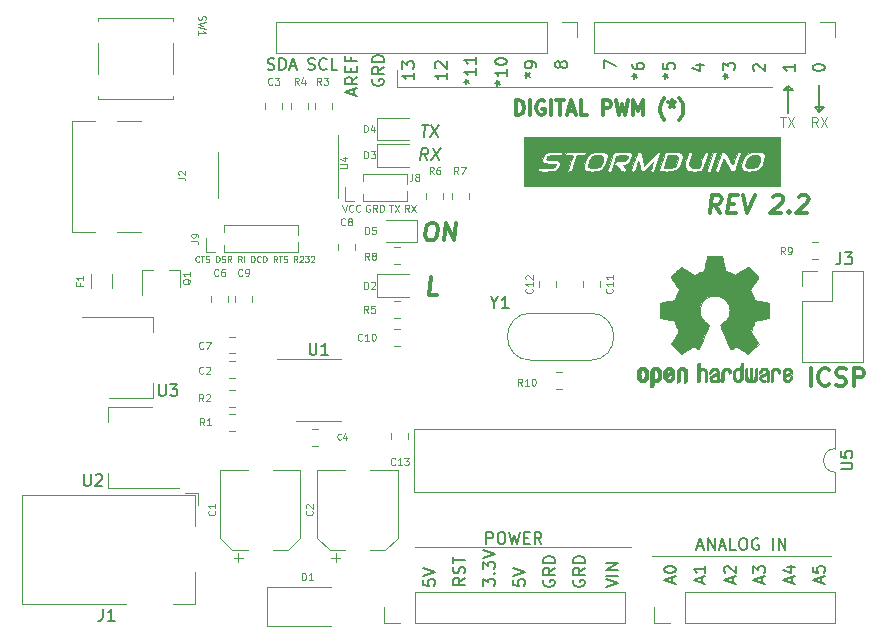
<source format=gbr>
G04 #@! TF.GenerationSoftware,KiCad,Pcbnew,(5.1.5)-3*
G04 #@! TF.CreationDate,2020-05-07T19:53:48+04:00*
G04 #@! TF.ProjectId,stormduino Rev2,73746f72-6d64-4756-996e-6f2052657632,rev?*
G04 #@! TF.SameCoordinates,Original*
G04 #@! TF.FileFunction,Legend,Top*
G04 #@! TF.FilePolarity,Positive*
%FSLAX46Y46*%
G04 Gerber Fmt 4.6, Leading zero omitted, Abs format (unit mm)*
G04 Created by KiCad (PCBNEW (5.1.5)-3) date 2020-05-07 19:53:48*
%MOMM*%
%LPD*%
G04 APERTURE LIST*
%ADD10C,0.100000*%
%ADD11C,0.300000*%
%ADD12C,0.150000*%
%ADD13C,0.120000*%
%ADD14C,0.200000*%
%ADD15C,0.010000*%
G04 APERTURE END LIST*
D10*
X120686309Y-66967871D02*
X120662500Y-66991680D01*
X120591071Y-67015490D01*
X120543452Y-67015490D01*
X120472023Y-66991680D01*
X120424404Y-66944061D01*
X120400595Y-66896442D01*
X120376785Y-66801204D01*
X120376785Y-66729776D01*
X120400595Y-66634538D01*
X120424404Y-66586919D01*
X120472023Y-66539300D01*
X120543452Y-66515490D01*
X120591071Y-66515490D01*
X120662500Y-66539300D01*
X120686309Y-66563109D01*
X120829166Y-66515490D02*
X121114880Y-66515490D01*
X120972023Y-67015490D02*
X120972023Y-66515490D01*
X121257738Y-66991680D02*
X121329166Y-67015490D01*
X121448214Y-67015490D01*
X121495833Y-66991680D01*
X121519642Y-66967871D01*
X121543452Y-66920252D01*
X121543452Y-66872633D01*
X121519642Y-66825014D01*
X121495833Y-66801204D01*
X121448214Y-66777395D01*
X121352976Y-66753585D01*
X121305357Y-66729776D01*
X121281547Y-66705966D01*
X121257738Y-66658347D01*
X121257738Y-66610728D01*
X121281547Y-66563109D01*
X121305357Y-66539300D01*
X121352976Y-66515490D01*
X121472023Y-66515490D01*
X121543452Y-66539300D01*
X122138690Y-67015490D02*
X122138690Y-66515490D01*
X122257738Y-66515490D01*
X122329166Y-66539300D01*
X122376785Y-66586919D01*
X122400595Y-66634538D01*
X122424404Y-66729776D01*
X122424404Y-66801204D01*
X122400595Y-66896442D01*
X122376785Y-66944061D01*
X122329166Y-66991680D01*
X122257738Y-67015490D01*
X122138690Y-67015490D01*
X122614880Y-66991680D02*
X122686309Y-67015490D01*
X122805357Y-67015490D01*
X122852976Y-66991680D01*
X122876785Y-66967871D01*
X122900595Y-66920252D01*
X122900595Y-66872633D01*
X122876785Y-66825014D01*
X122852976Y-66801204D01*
X122805357Y-66777395D01*
X122710119Y-66753585D01*
X122662500Y-66729776D01*
X122638690Y-66705966D01*
X122614880Y-66658347D01*
X122614880Y-66610728D01*
X122638690Y-66563109D01*
X122662500Y-66539300D01*
X122710119Y-66515490D01*
X122829166Y-66515490D01*
X122900595Y-66539300D01*
X123400595Y-67015490D02*
X123233928Y-66777395D01*
X123114880Y-67015490D02*
X123114880Y-66515490D01*
X123305357Y-66515490D01*
X123352976Y-66539300D01*
X123376785Y-66563109D01*
X123400595Y-66610728D01*
X123400595Y-66682157D01*
X123376785Y-66729776D01*
X123352976Y-66753585D01*
X123305357Y-66777395D01*
X123114880Y-66777395D01*
X124281547Y-67015490D02*
X124114880Y-66777395D01*
X123995833Y-67015490D02*
X123995833Y-66515490D01*
X124186309Y-66515490D01*
X124233928Y-66539300D01*
X124257738Y-66563109D01*
X124281547Y-66610728D01*
X124281547Y-66682157D01*
X124257738Y-66729776D01*
X124233928Y-66753585D01*
X124186309Y-66777395D01*
X123995833Y-66777395D01*
X124495833Y-67015490D02*
X124495833Y-66515490D01*
X125114880Y-67015490D02*
X125114880Y-66515490D01*
X125233928Y-66515490D01*
X125305357Y-66539300D01*
X125352976Y-66586919D01*
X125376785Y-66634538D01*
X125400595Y-66729776D01*
X125400595Y-66801204D01*
X125376785Y-66896442D01*
X125352976Y-66944061D01*
X125305357Y-66991680D01*
X125233928Y-67015490D01*
X125114880Y-67015490D01*
X125900595Y-66967871D02*
X125876785Y-66991680D01*
X125805357Y-67015490D01*
X125757738Y-67015490D01*
X125686309Y-66991680D01*
X125638690Y-66944061D01*
X125614880Y-66896442D01*
X125591071Y-66801204D01*
X125591071Y-66729776D01*
X125614880Y-66634538D01*
X125638690Y-66586919D01*
X125686309Y-66539300D01*
X125757738Y-66515490D01*
X125805357Y-66515490D01*
X125876785Y-66539300D01*
X125900595Y-66563109D01*
X126114880Y-67015490D02*
X126114880Y-66515490D01*
X126233928Y-66515490D01*
X126305357Y-66539300D01*
X126352976Y-66586919D01*
X126376785Y-66634538D01*
X126400595Y-66729776D01*
X126400595Y-66801204D01*
X126376785Y-66896442D01*
X126352976Y-66944061D01*
X126305357Y-66991680D01*
X126233928Y-67015490D01*
X126114880Y-67015490D01*
X127281547Y-67015490D02*
X127114880Y-66777395D01*
X126995833Y-67015490D02*
X126995833Y-66515490D01*
X127186309Y-66515490D01*
X127233928Y-66539300D01*
X127257738Y-66563109D01*
X127281547Y-66610728D01*
X127281547Y-66682157D01*
X127257738Y-66729776D01*
X127233928Y-66753585D01*
X127186309Y-66777395D01*
X126995833Y-66777395D01*
X127424404Y-66515490D02*
X127710119Y-66515490D01*
X127567261Y-67015490D02*
X127567261Y-66515490D01*
X127852976Y-66991680D02*
X127924404Y-67015490D01*
X128043452Y-67015490D01*
X128091071Y-66991680D01*
X128114880Y-66967871D01*
X128138690Y-66920252D01*
X128138690Y-66872633D01*
X128114880Y-66825014D01*
X128091071Y-66801204D01*
X128043452Y-66777395D01*
X127948214Y-66753585D01*
X127900595Y-66729776D01*
X127876785Y-66705966D01*
X127852976Y-66658347D01*
X127852976Y-66610728D01*
X127876785Y-66563109D01*
X127900595Y-66539300D01*
X127948214Y-66515490D01*
X128067261Y-66515490D01*
X128138690Y-66539300D01*
X129019642Y-67015490D02*
X128852976Y-66777395D01*
X128733928Y-67015490D02*
X128733928Y-66515490D01*
X128924404Y-66515490D01*
X128972023Y-66539300D01*
X128995833Y-66563109D01*
X129019642Y-66610728D01*
X129019642Y-66682157D01*
X128995833Y-66729776D01*
X128972023Y-66753585D01*
X128924404Y-66777395D01*
X128733928Y-66777395D01*
X129210119Y-66563109D02*
X129233928Y-66539300D01*
X129281547Y-66515490D01*
X129400595Y-66515490D01*
X129448214Y-66539300D01*
X129472023Y-66563109D01*
X129495833Y-66610728D01*
X129495833Y-66658347D01*
X129472023Y-66729776D01*
X129186309Y-67015490D01*
X129495833Y-67015490D01*
X129662499Y-66515490D02*
X129972023Y-66515490D01*
X129805357Y-66705966D01*
X129876785Y-66705966D01*
X129924404Y-66729776D01*
X129948214Y-66753585D01*
X129972023Y-66801204D01*
X129972023Y-66920252D01*
X129948214Y-66967871D01*
X129924404Y-66991680D01*
X129876785Y-67015490D01*
X129733928Y-67015490D01*
X129686309Y-66991680D01*
X129662499Y-66967871D01*
X130162499Y-66563109D02*
X130186309Y-66539300D01*
X130233928Y-66515490D01*
X130352976Y-66515490D01*
X130400595Y-66539300D01*
X130424404Y-66563109D01*
X130448214Y-66610728D01*
X130448214Y-66658347D01*
X130424404Y-66729776D01*
X130138690Y-67015490D01*
X130448214Y-67015490D01*
X136766357Y-62155428D02*
X137109214Y-62155428D01*
X136937785Y-62755428D02*
X136937785Y-62155428D01*
X137252071Y-62155428D02*
X137652071Y-62755428D01*
X137652071Y-62155428D02*
X137252071Y-62755428D01*
X138457000Y-62755428D02*
X138257000Y-62469714D01*
X138114142Y-62755428D02*
X138114142Y-62155428D01*
X138342714Y-62155428D01*
X138399857Y-62184000D01*
X138428428Y-62212571D01*
X138457000Y-62269714D01*
X138457000Y-62355428D01*
X138428428Y-62412571D01*
X138399857Y-62441142D01*
X138342714Y-62469714D01*
X138114142Y-62469714D01*
X138657000Y-62155428D02*
X139057000Y-62755428D01*
X139057000Y-62155428D02*
X138657000Y-62755428D01*
X135129642Y-62184000D02*
X135072500Y-62155428D01*
X134986785Y-62155428D01*
X134901071Y-62184000D01*
X134843928Y-62241142D01*
X134815357Y-62298285D01*
X134786785Y-62412571D01*
X134786785Y-62498285D01*
X134815357Y-62612571D01*
X134843928Y-62669714D01*
X134901071Y-62726857D01*
X134986785Y-62755428D01*
X135043928Y-62755428D01*
X135129642Y-62726857D01*
X135158214Y-62698285D01*
X135158214Y-62498285D01*
X135043928Y-62498285D01*
X135758214Y-62755428D02*
X135558214Y-62469714D01*
X135415357Y-62755428D02*
X135415357Y-62155428D01*
X135643928Y-62155428D01*
X135701071Y-62184000D01*
X135729642Y-62212571D01*
X135758214Y-62269714D01*
X135758214Y-62355428D01*
X135729642Y-62412571D01*
X135701071Y-62441142D01*
X135643928Y-62469714D01*
X135415357Y-62469714D01*
X136015357Y-62755428D02*
X136015357Y-62155428D01*
X136158214Y-62155428D01*
X136243928Y-62184000D01*
X136301071Y-62241142D01*
X136329642Y-62298285D01*
X136358214Y-62412571D01*
X136358214Y-62498285D01*
X136329642Y-62612571D01*
X136301071Y-62669714D01*
X136243928Y-62726857D01*
X136158214Y-62755428D01*
X136015357Y-62755428D01*
X132804000Y-62155428D02*
X133004000Y-62755428D01*
X133204000Y-62155428D01*
X133746857Y-62698285D02*
X133718285Y-62726857D01*
X133632571Y-62755428D01*
X133575428Y-62755428D01*
X133489714Y-62726857D01*
X133432571Y-62669714D01*
X133404000Y-62612571D01*
X133375428Y-62498285D01*
X133375428Y-62412571D01*
X133404000Y-62298285D01*
X133432571Y-62241142D01*
X133489714Y-62184000D01*
X133575428Y-62155428D01*
X133632571Y-62155428D01*
X133718285Y-62184000D01*
X133746857Y-62212571D01*
X134346857Y-62698285D02*
X134318285Y-62726857D01*
X134232571Y-62755428D01*
X134175428Y-62755428D01*
X134089714Y-62726857D01*
X134032571Y-62669714D01*
X134004000Y-62612571D01*
X133975428Y-62498285D01*
X133975428Y-62412571D01*
X134004000Y-62298285D01*
X134032571Y-62241142D01*
X134089714Y-62184000D01*
X134175428Y-62155428D01*
X134232571Y-62155428D01*
X134318285Y-62184000D01*
X134346857Y-62212571D01*
D11*
X140326857Y-63694571D02*
X140612571Y-63694571D01*
X140746500Y-63766000D01*
X140871500Y-63908857D01*
X140907214Y-64194571D01*
X140844714Y-64694571D01*
X140737571Y-64980285D01*
X140576857Y-65123142D01*
X140425071Y-65194571D01*
X140139357Y-65194571D01*
X140005428Y-65123142D01*
X139880428Y-64980285D01*
X139844714Y-64694571D01*
X139907214Y-64194571D01*
X140014357Y-63908857D01*
X140175071Y-63766000D01*
X140326857Y-63694571D01*
X141425071Y-65194571D02*
X141612571Y-63694571D01*
X142282214Y-65194571D01*
X142469714Y-63694571D01*
X140833714Y-69830071D02*
X140119428Y-69830071D01*
X140306928Y-68330071D01*
D12*
X140004848Y-58364380D02*
X139731038Y-57888190D01*
X139433419Y-58364380D02*
X139558419Y-57364380D01*
X139939372Y-57364380D01*
X140028657Y-57412000D01*
X140070324Y-57459619D01*
X140106038Y-57554857D01*
X140088181Y-57697714D01*
X140028657Y-57792952D01*
X139975086Y-57840571D01*
X139873895Y-57888190D01*
X139492943Y-57888190D01*
X140463181Y-57364380D02*
X141004848Y-58364380D01*
X141129848Y-57364380D02*
X140338181Y-58364380D01*
X139547310Y-55459380D02*
X140118738Y-55459380D01*
X139708024Y-56459380D02*
X139833024Y-55459380D01*
X140356833Y-55459380D02*
X140898500Y-56459380D01*
X141023500Y-55459380D02*
X140231833Y-56459380D01*
D13*
X137414000Y-52197000D02*
X138000000Y-52200000D01*
X137414000Y-50800000D02*
X137414000Y-52197000D01*
D12*
X162862095Y-91098666D02*
X163338285Y-91098666D01*
X162766857Y-91384380D02*
X163100190Y-90384380D01*
X163433523Y-91384380D01*
X163766857Y-91384380D02*
X163766857Y-90384380D01*
X164338285Y-91384380D01*
X164338285Y-90384380D01*
X164766857Y-91098666D02*
X165243047Y-91098666D01*
X164671619Y-91384380D02*
X165004952Y-90384380D01*
X165338285Y-91384380D01*
X166147809Y-91384380D02*
X165671619Y-91384380D01*
X165671619Y-90384380D01*
X166671619Y-90384380D02*
X166862095Y-90384380D01*
X166957333Y-90432000D01*
X167052571Y-90527238D01*
X167100190Y-90717714D01*
X167100190Y-91051047D01*
X167052571Y-91241523D01*
X166957333Y-91336761D01*
X166862095Y-91384380D01*
X166671619Y-91384380D01*
X166576380Y-91336761D01*
X166481142Y-91241523D01*
X166433523Y-91051047D01*
X166433523Y-90717714D01*
X166481142Y-90527238D01*
X166576380Y-90432000D01*
X166671619Y-90384380D01*
X168052571Y-90432000D02*
X167957333Y-90384380D01*
X167814476Y-90384380D01*
X167671619Y-90432000D01*
X167576380Y-90527238D01*
X167528761Y-90622476D01*
X167481142Y-90812952D01*
X167481142Y-90955809D01*
X167528761Y-91146285D01*
X167576380Y-91241523D01*
X167671619Y-91336761D01*
X167814476Y-91384380D01*
X167909714Y-91384380D01*
X168052571Y-91336761D01*
X168100190Y-91289142D01*
X168100190Y-90955809D01*
X167909714Y-90955809D01*
X169290666Y-91384380D02*
X169290666Y-90384380D01*
X169766857Y-91384380D02*
X169766857Y-90384380D01*
X170338285Y-91384380D01*
X170338285Y-90384380D01*
X145010476Y-90876380D02*
X145010476Y-89876380D01*
X145391428Y-89876380D01*
X145486666Y-89924000D01*
X145534285Y-89971619D01*
X145581904Y-90066857D01*
X145581904Y-90209714D01*
X145534285Y-90304952D01*
X145486666Y-90352571D01*
X145391428Y-90400190D01*
X145010476Y-90400190D01*
X146200952Y-89876380D02*
X146391428Y-89876380D01*
X146486666Y-89924000D01*
X146581904Y-90019238D01*
X146629523Y-90209714D01*
X146629523Y-90543047D01*
X146581904Y-90733523D01*
X146486666Y-90828761D01*
X146391428Y-90876380D01*
X146200952Y-90876380D01*
X146105714Y-90828761D01*
X146010476Y-90733523D01*
X145962857Y-90543047D01*
X145962857Y-90209714D01*
X146010476Y-90019238D01*
X146105714Y-89924000D01*
X146200952Y-89876380D01*
X146962857Y-89876380D02*
X147200952Y-90876380D01*
X147391428Y-90162095D01*
X147581904Y-90876380D01*
X147820000Y-89876380D01*
X148200952Y-90352571D02*
X148534285Y-90352571D01*
X148677142Y-90876380D02*
X148200952Y-90876380D01*
X148200952Y-89876380D01*
X148677142Y-89876380D01*
X149677142Y-90876380D02*
X149343809Y-90400190D01*
X149105714Y-90876380D02*
X149105714Y-89876380D01*
X149486666Y-89876380D01*
X149581904Y-89924000D01*
X149629523Y-89971619D01*
X149677142Y-90066857D01*
X149677142Y-90209714D01*
X149629523Y-90304952D01*
X149581904Y-90352571D01*
X149486666Y-90400190D01*
X149105714Y-90400190D01*
D13*
X157226000Y-91186000D02*
X138938000Y-91186000D01*
X159004000Y-91948000D02*
X174180500Y-91948000D01*
D11*
X147514285Y-54542857D02*
X147514285Y-53342857D01*
X147800000Y-53342857D01*
X147971428Y-53400000D01*
X148085714Y-53514285D01*
X148142857Y-53628571D01*
X148200000Y-53857142D01*
X148200000Y-54028571D01*
X148142857Y-54257142D01*
X148085714Y-54371428D01*
X147971428Y-54485714D01*
X147800000Y-54542857D01*
X147514285Y-54542857D01*
X148714285Y-54542857D02*
X148714285Y-53342857D01*
X149914285Y-53400000D02*
X149800000Y-53342857D01*
X149628571Y-53342857D01*
X149457142Y-53400000D01*
X149342857Y-53514285D01*
X149285714Y-53628571D01*
X149228571Y-53857142D01*
X149228571Y-54028571D01*
X149285714Y-54257142D01*
X149342857Y-54371428D01*
X149457142Y-54485714D01*
X149628571Y-54542857D01*
X149742857Y-54542857D01*
X149914285Y-54485714D01*
X149971428Y-54428571D01*
X149971428Y-54028571D01*
X149742857Y-54028571D01*
X150485714Y-54542857D02*
X150485714Y-53342857D01*
X150885714Y-53342857D02*
X151571428Y-53342857D01*
X151228571Y-54542857D02*
X151228571Y-53342857D01*
X151914285Y-54200000D02*
X152485714Y-54200000D01*
X151800000Y-54542857D02*
X152200000Y-53342857D01*
X152600000Y-54542857D01*
X153571428Y-54542857D02*
X153000000Y-54542857D01*
X153000000Y-53342857D01*
X154885714Y-54542857D02*
X154885714Y-53342857D01*
X155342857Y-53342857D01*
X155457142Y-53400000D01*
X155514285Y-53457142D01*
X155571428Y-53571428D01*
X155571428Y-53742857D01*
X155514285Y-53857142D01*
X155457142Y-53914285D01*
X155342857Y-53971428D01*
X154885714Y-53971428D01*
X155971428Y-53342857D02*
X156257142Y-54542857D01*
X156485714Y-53685714D01*
X156714285Y-54542857D01*
X157000000Y-53342857D01*
X157457142Y-54542857D02*
X157457142Y-53342857D01*
X157857142Y-54200000D01*
X158257142Y-53342857D01*
X158257142Y-54542857D01*
X160085714Y-55000000D02*
X160028571Y-54942857D01*
X159914285Y-54771428D01*
X159857142Y-54657142D01*
X159800000Y-54485714D01*
X159742857Y-54200000D01*
X159742857Y-53971428D01*
X159800000Y-53685714D01*
X159857142Y-53514285D01*
X159914285Y-53400000D01*
X160028571Y-53228571D01*
X160085714Y-53171428D01*
X160714285Y-53342857D02*
X160714285Y-53628571D01*
X160428571Y-53514285D02*
X160714285Y-53628571D01*
X161000000Y-53514285D01*
X160542857Y-53857142D02*
X160714285Y-53628571D01*
X160885714Y-53857142D01*
X161342857Y-55000000D02*
X161400000Y-54942857D01*
X161514285Y-54771428D01*
X161571428Y-54657142D01*
X161628571Y-54485714D01*
X161685714Y-54200000D01*
X161685714Y-53971428D01*
X161628571Y-53685714D01*
X161571428Y-53514285D01*
X161514285Y-53400000D01*
X161400000Y-53228571D01*
X161342857Y-53171428D01*
D13*
X169200000Y-52200000D02*
X138000000Y-52200000D01*
D10*
X173066666Y-55561904D02*
X172800000Y-55180952D01*
X172609523Y-55561904D02*
X172609523Y-54761904D01*
X172914285Y-54761904D01*
X172990476Y-54800000D01*
X173028571Y-54838095D01*
X173066666Y-54914285D01*
X173066666Y-55028571D01*
X173028571Y-55104761D01*
X172990476Y-55142857D01*
X172914285Y-55180952D01*
X172609523Y-55180952D01*
X173333333Y-54761904D02*
X173866666Y-55561904D01*
X173866666Y-54761904D02*
X173333333Y-55561904D01*
X169890476Y-54761904D02*
X170347619Y-54761904D01*
X170119047Y-55561904D02*
X170119047Y-54761904D01*
X170538095Y-54761904D02*
X171071428Y-55561904D01*
X171071428Y-54761904D02*
X170538095Y-55561904D01*
D14*
X170570860Y-54380228D02*
X170570860Y-52080228D01*
X170570860Y-52080228D02*
X170970860Y-52480228D01*
X170970860Y-52480228D02*
X170170860Y-52480228D01*
X170170860Y-52480228D02*
X170570860Y-52080228D01*
X173600000Y-53900000D02*
X173200000Y-54300000D01*
X172800000Y-53900000D02*
X173600000Y-53900000D01*
X173200000Y-54300000D02*
X172800000Y-53900000D01*
X173200000Y-52000000D02*
X173200000Y-54300000D01*
X126485714Y-50704761D02*
X126628571Y-50752380D01*
X126866666Y-50752380D01*
X126961904Y-50704761D01*
X127009523Y-50657142D01*
X127057142Y-50561904D01*
X127057142Y-50466666D01*
X127009523Y-50371428D01*
X126961904Y-50323809D01*
X126866666Y-50276190D01*
X126676190Y-50228571D01*
X126580952Y-50180952D01*
X126533333Y-50133333D01*
X126485714Y-50038095D01*
X126485714Y-49942857D01*
X126533333Y-49847619D01*
X126580952Y-49800000D01*
X126676190Y-49752380D01*
X126914285Y-49752380D01*
X127057142Y-49800000D01*
X127485714Y-50752380D02*
X127485714Y-49752380D01*
X127723809Y-49752380D01*
X127866666Y-49800000D01*
X127961904Y-49895238D01*
X128009523Y-49990476D01*
X128057142Y-50180952D01*
X128057142Y-50323809D01*
X128009523Y-50514285D01*
X127961904Y-50609523D01*
X127866666Y-50704761D01*
X127723809Y-50752380D01*
X127485714Y-50752380D01*
X128438095Y-50466666D02*
X128914285Y-50466666D01*
X128342857Y-50752380D02*
X128676190Y-49752380D01*
X129009523Y-50752380D01*
X129909523Y-50704761D02*
X130052380Y-50752380D01*
X130290476Y-50752380D01*
X130385714Y-50704761D01*
X130433333Y-50657142D01*
X130480952Y-50561904D01*
X130480952Y-50466666D01*
X130433333Y-50371428D01*
X130385714Y-50323809D01*
X130290476Y-50276190D01*
X130100000Y-50228571D01*
X130004761Y-50180952D01*
X129957142Y-50133333D01*
X129909523Y-50038095D01*
X129909523Y-49942857D01*
X129957142Y-49847619D01*
X130004761Y-49800000D01*
X130100000Y-49752380D01*
X130338095Y-49752380D01*
X130480952Y-49800000D01*
X131480952Y-50657142D02*
X131433333Y-50704761D01*
X131290476Y-50752380D01*
X131195238Y-50752380D01*
X131052380Y-50704761D01*
X130957142Y-50609523D01*
X130909523Y-50514285D01*
X130861904Y-50323809D01*
X130861904Y-50180952D01*
X130909523Y-49990476D01*
X130957142Y-49895238D01*
X131052380Y-49800000D01*
X131195238Y-49752380D01*
X131290476Y-49752380D01*
X131433333Y-49800000D01*
X131480952Y-49847619D01*
X132385714Y-50752380D02*
X131909523Y-50752380D01*
X131909523Y-49752380D01*
X133796666Y-52849047D02*
X133796666Y-52372857D01*
X134082380Y-52944285D02*
X133082380Y-52610952D01*
X134082380Y-52277619D01*
X134082380Y-51372857D02*
X133606190Y-51706190D01*
X134082380Y-51944285D02*
X133082380Y-51944285D01*
X133082380Y-51563333D01*
X133130000Y-51468095D01*
X133177619Y-51420476D01*
X133272857Y-51372857D01*
X133415714Y-51372857D01*
X133510952Y-51420476D01*
X133558571Y-51468095D01*
X133606190Y-51563333D01*
X133606190Y-51944285D01*
X133558571Y-50944285D02*
X133558571Y-50610952D01*
X134082380Y-50468095D02*
X134082380Y-50944285D01*
X133082380Y-50944285D01*
X133082380Y-50468095D01*
X133558571Y-49706190D02*
X133558571Y-50039523D01*
X134082380Y-50039523D02*
X133082380Y-50039523D01*
X133082380Y-49563333D01*
X135390000Y-51538095D02*
X135342380Y-51633333D01*
X135342380Y-51776190D01*
X135390000Y-51919047D01*
X135485238Y-52014285D01*
X135580476Y-52061904D01*
X135770952Y-52109523D01*
X135913809Y-52109523D01*
X136104285Y-52061904D01*
X136199523Y-52014285D01*
X136294761Y-51919047D01*
X136342380Y-51776190D01*
X136342380Y-51680952D01*
X136294761Y-51538095D01*
X136247142Y-51490476D01*
X135913809Y-51490476D01*
X135913809Y-51680952D01*
X136342380Y-50490476D02*
X135866190Y-50823809D01*
X136342380Y-51061904D02*
X135342380Y-51061904D01*
X135342380Y-50680952D01*
X135390000Y-50585714D01*
X135437619Y-50538095D01*
X135532857Y-50490476D01*
X135675714Y-50490476D01*
X135770952Y-50538095D01*
X135818571Y-50585714D01*
X135866190Y-50680952D01*
X135866190Y-51061904D01*
X136342380Y-50061904D02*
X135342380Y-50061904D01*
X135342380Y-49823809D01*
X135390000Y-49680952D01*
X135485238Y-49585714D01*
X135580476Y-49538095D01*
X135770952Y-49490476D01*
X135913809Y-49490476D01*
X136104285Y-49538095D01*
X136199523Y-49585714D01*
X136294761Y-49680952D01*
X136342380Y-49823809D01*
X136342380Y-50061904D01*
D11*
X172474214Y-77513571D02*
X172474214Y-76013571D01*
X174045642Y-77370714D02*
X173974214Y-77442142D01*
X173759928Y-77513571D01*
X173617071Y-77513571D01*
X173402785Y-77442142D01*
X173259928Y-77299285D01*
X173188500Y-77156428D01*
X173117071Y-76870714D01*
X173117071Y-76656428D01*
X173188500Y-76370714D01*
X173259928Y-76227857D01*
X173402785Y-76085000D01*
X173617071Y-76013571D01*
X173759928Y-76013571D01*
X173974214Y-76085000D01*
X174045642Y-76156428D01*
X174617071Y-77442142D02*
X174831357Y-77513571D01*
X175188500Y-77513571D01*
X175331357Y-77442142D01*
X175402785Y-77370714D01*
X175474214Y-77227857D01*
X175474214Y-77085000D01*
X175402785Y-76942142D01*
X175331357Y-76870714D01*
X175188500Y-76799285D01*
X174902785Y-76727857D01*
X174759928Y-76656428D01*
X174688500Y-76585000D01*
X174617071Y-76442142D01*
X174617071Y-76299285D01*
X174688500Y-76156428D01*
X174759928Y-76085000D01*
X174902785Y-76013571D01*
X175259928Y-76013571D01*
X175474214Y-76085000D01*
X176117071Y-77513571D02*
X176117071Y-76013571D01*
X176688500Y-76013571D01*
X176831357Y-76085000D01*
X176902785Y-76156428D01*
X176974214Y-76299285D01*
X176974214Y-76513571D01*
X176902785Y-76656428D01*
X176831357Y-76727857D01*
X176688500Y-76799285D01*
X176117071Y-76799285D01*
D14*
X173366666Y-94186285D02*
X173366666Y-93710095D01*
X173652380Y-94281523D02*
X172652380Y-93948190D01*
X173652380Y-93614857D01*
X172652380Y-92805333D02*
X172652380Y-93281523D01*
X173128571Y-93329142D01*
X173080952Y-93281523D01*
X173033333Y-93186285D01*
X173033333Y-92948190D01*
X173080952Y-92852952D01*
X173128571Y-92805333D01*
X173223809Y-92757714D01*
X173461904Y-92757714D01*
X173557142Y-92805333D01*
X173604761Y-92852952D01*
X173652380Y-92948190D01*
X173652380Y-93186285D01*
X173604761Y-93281523D01*
X173557142Y-93329142D01*
X170854666Y-94186285D02*
X170854666Y-93710095D01*
X171140380Y-94281523D02*
X170140380Y-93948190D01*
X171140380Y-93614857D01*
X170473714Y-92852952D02*
X171140380Y-92852952D01*
X170092761Y-93091047D02*
X170807047Y-93329142D01*
X170807047Y-92710095D01*
X168314666Y-94186285D02*
X168314666Y-93710095D01*
X168600380Y-94281523D02*
X167600380Y-93948190D01*
X168600380Y-93614857D01*
X167600380Y-93376761D02*
X167600380Y-92757714D01*
X167981333Y-93091047D01*
X167981333Y-92948190D01*
X168028952Y-92852952D01*
X168076571Y-92805333D01*
X168171809Y-92757714D01*
X168409904Y-92757714D01*
X168505142Y-92805333D01*
X168552761Y-92852952D01*
X168600380Y-92948190D01*
X168600380Y-93233904D01*
X168552761Y-93329142D01*
X168505142Y-93376761D01*
X165866666Y-94186285D02*
X165866666Y-93710095D01*
X166152380Y-94281523D02*
X165152380Y-93948190D01*
X166152380Y-93614857D01*
X165247619Y-93329142D02*
X165200000Y-93281523D01*
X165152380Y-93186285D01*
X165152380Y-92948190D01*
X165200000Y-92852952D01*
X165247619Y-92805333D01*
X165342857Y-92757714D01*
X165438095Y-92757714D01*
X165580952Y-92805333D01*
X166152380Y-93376761D01*
X166152380Y-92757714D01*
X163266666Y-94186285D02*
X163266666Y-93710095D01*
X163552380Y-94281523D02*
X162552380Y-93948190D01*
X163552380Y-93614857D01*
X163552380Y-92757714D02*
X163552380Y-93329142D01*
X163552380Y-93043428D02*
X162552380Y-93043428D01*
X162695238Y-93138666D01*
X162790476Y-93233904D01*
X162838095Y-93329142D01*
X160766666Y-94186285D02*
X160766666Y-93710095D01*
X161052380Y-94281523D02*
X160052380Y-93948190D01*
X161052380Y-93614857D01*
X160052380Y-93091047D02*
X160052380Y-92995809D01*
X160100000Y-92900571D01*
X160147619Y-92852952D01*
X160242857Y-92805333D01*
X160433333Y-92757714D01*
X160671428Y-92757714D01*
X160861904Y-92805333D01*
X160957142Y-92852952D01*
X161004761Y-92900571D01*
X161052380Y-92995809D01*
X161052380Y-93091047D01*
X161004761Y-93186285D01*
X160957142Y-93233904D01*
X160861904Y-93281523D01*
X160671428Y-93329142D01*
X160433333Y-93329142D01*
X160242857Y-93281523D01*
X160147619Y-93233904D01*
X160100000Y-93186285D01*
X160052380Y-93091047D01*
X155154380Y-94567238D02*
X156154380Y-94233904D01*
X155154380Y-93900571D01*
X156154380Y-93567238D02*
X155154380Y-93567238D01*
X156154380Y-93091047D02*
X155154380Y-93091047D01*
X156154380Y-92519619D01*
X155154380Y-92519619D01*
X152408000Y-93956095D02*
X152360380Y-94051333D01*
X152360380Y-94194190D01*
X152408000Y-94337047D01*
X152503238Y-94432285D01*
X152598476Y-94479904D01*
X152788952Y-94527523D01*
X152931809Y-94527523D01*
X153122285Y-94479904D01*
X153217523Y-94432285D01*
X153312761Y-94337047D01*
X153360380Y-94194190D01*
X153360380Y-94098952D01*
X153312761Y-93956095D01*
X153265142Y-93908476D01*
X152931809Y-93908476D01*
X152931809Y-94098952D01*
X153360380Y-92908476D02*
X152884190Y-93241809D01*
X153360380Y-93479904D02*
X152360380Y-93479904D01*
X152360380Y-93098952D01*
X152408000Y-93003714D01*
X152455619Y-92956095D01*
X152550857Y-92908476D01*
X152693714Y-92908476D01*
X152788952Y-92956095D01*
X152836571Y-93003714D01*
X152884190Y-93098952D01*
X152884190Y-93479904D01*
X153360380Y-92479904D02*
X152360380Y-92479904D01*
X152360380Y-92241809D01*
X152408000Y-92098952D01*
X152503238Y-92003714D01*
X152598476Y-91956095D01*
X152788952Y-91908476D01*
X152931809Y-91908476D01*
X153122285Y-91956095D01*
X153217523Y-92003714D01*
X153312761Y-92098952D01*
X153360380Y-92241809D01*
X153360380Y-92479904D01*
X149868000Y-93956095D02*
X149820380Y-94051333D01*
X149820380Y-94194190D01*
X149868000Y-94337047D01*
X149963238Y-94432285D01*
X150058476Y-94479904D01*
X150248952Y-94527523D01*
X150391809Y-94527523D01*
X150582285Y-94479904D01*
X150677523Y-94432285D01*
X150772761Y-94337047D01*
X150820380Y-94194190D01*
X150820380Y-94098952D01*
X150772761Y-93956095D01*
X150725142Y-93908476D01*
X150391809Y-93908476D01*
X150391809Y-94098952D01*
X150820380Y-92908476D02*
X150344190Y-93241809D01*
X150820380Y-93479904D02*
X149820380Y-93479904D01*
X149820380Y-93098952D01*
X149868000Y-93003714D01*
X149915619Y-92956095D01*
X150010857Y-92908476D01*
X150153714Y-92908476D01*
X150248952Y-92956095D01*
X150296571Y-93003714D01*
X150344190Y-93098952D01*
X150344190Y-93479904D01*
X150820380Y-92479904D02*
X149820380Y-92479904D01*
X149820380Y-92241809D01*
X149868000Y-92098952D01*
X149963238Y-92003714D01*
X150058476Y-91956095D01*
X150248952Y-91908476D01*
X150391809Y-91908476D01*
X150582285Y-91956095D01*
X150677523Y-92003714D01*
X150772761Y-92098952D01*
X150820380Y-92241809D01*
X150820380Y-92479904D01*
X147280380Y-93916476D02*
X147280380Y-94392666D01*
X147756571Y-94440285D01*
X147708952Y-94392666D01*
X147661333Y-94297428D01*
X147661333Y-94059333D01*
X147708952Y-93964095D01*
X147756571Y-93916476D01*
X147851809Y-93868857D01*
X148089904Y-93868857D01*
X148185142Y-93916476D01*
X148232761Y-93964095D01*
X148280380Y-94059333D01*
X148280380Y-94297428D01*
X148232761Y-94392666D01*
X148185142Y-94440285D01*
X147280380Y-93583142D02*
X148280380Y-93249809D01*
X147280380Y-92916476D01*
X144740380Y-94440190D02*
X144740380Y-93821142D01*
X145121333Y-94154476D01*
X145121333Y-94011619D01*
X145168952Y-93916380D01*
X145216571Y-93868761D01*
X145311809Y-93821142D01*
X145549904Y-93821142D01*
X145645142Y-93868761D01*
X145692761Y-93916380D01*
X145740380Y-94011619D01*
X145740380Y-94297333D01*
X145692761Y-94392571D01*
X145645142Y-94440190D01*
X145645142Y-93392571D02*
X145692761Y-93344952D01*
X145740380Y-93392571D01*
X145692761Y-93440190D01*
X145645142Y-93392571D01*
X145740380Y-93392571D01*
X144740380Y-93011619D02*
X144740380Y-92392571D01*
X145121333Y-92725904D01*
X145121333Y-92583047D01*
X145168952Y-92487809D01*
X145216571Y-92440190D01*
X145311809Y-92392571D01*
X145549904Y-92392571D01*
X145645142Y-92440190D01*
X145692761Y-92487809D01*
X145740380Y-92583047D01*
X145740380Y-92868761D01*
X145692761Y-92964000D01*
X145645142Y-93011619D01*
X144740380Y-92106857D02*
X145740380Y-91773523D01*
X144740380Y-91440190D01*
X143200380Y-93765619D02*
X142724190Y-94098952D01*
X143200380Y-94337047D02*
X142200380Y-94337047D01*
X142200380Y-93956095D01*
X142248000Y-93860857D01*
X142295619Y-93813238D01*
X142390857Y-93765619D01*
X142533714Y-93765619D01*
X142628952Y-93813238D01*
X142676571Y-93860857D01*
X142724190Y-93956095D01*
X142724190Y-94337047D01*
X143152761Y-93384666D02*
X143200380Y-93241809D01*
X143200380Y-93003714D01*
X143152761Y-92908476D01*
X143105142Y-92860857D01*
X143009904Y-92813238D01*
X142914666Y-92813238D01*
X142819428Y-92860857D01*
X142771809Y-92908476D01*
X142724190Y-93003714D01*
X142676571Y-93194190D01*
X142628952Y-93289428D01*
X142581333Y-93337047D01*
X142486095Y-93384666D01*
X142390857Y-93384666D01*
X142295619Y-93337047D01*
X142248000Y-93289428D01*
X142200380Y-93194190D01*
X142200380Y-92956095D01*
X142248000Y-92813238D01*
X142200380Y-92527523D02*
X142200380Y-91956095D01*
X143200380Y-92241809D02*
X142200380Y-92241809D01*
X139660380Y-93916476D02*
X139660380Y-94392666D01*
X140136571Y-94440285D01*
X140088952Y-94392666D01*
X140041333Y-94297428D01*
X140041333Y-94059333D01*
X140088952Y-93964095D01*
X140136571Y-93916476D01*
X140231809Y-93868857D01*
X140469904Y-93868857D01*
X140565142Y-93916476D01*
X140612761Y-93964095D01*
X140660380Y-94059333D01*
X140660380Y-94297428D01*
X140612761Y-94392666D01*
X140565142Y-94440285D01*
X139660380Y-93583142D02*
X140660380Y-93249809D01*
X139660380Y-92916476D01*
X172652380Y-50593619D02*
X172652380Y-50498380D01*
X172700000Y-50403142D01*
X172747619Y-50355523D01*
X172842857Y-50307904D01*
X173033333Y-50260285D01*
X173271428Y-50260285D01*
X173461904Y-50307904D01*
X173557142Y-50355523D01*
X173604761Y-50403142D01*
X173652380Y-50498380D01*
X173652380Y-50593619D01*
X173604761Y-50688857D01*
X173557142Y-50736476D01*
X173461904Y-50784095D01*
X173271428Y-50831714D01*
X173033333Y-50831714D01*
X172842857Y-50784095D01*
X172747619Y-50736476D01*
X172700000Y-50688857D01*
X172652380Y-50593619D01*
X171152380Y-50260285D02*
X171152380Y-50831714D01*
X171152380Y-50546000D02*
X170152380Y-50546000D01*
X170295238Y-50641238D01*
X170390476Y-50736476D01*
X170438095Y-50831714D01*
X167695619Y-50831714D02*
X167648000Y-50784095D01*
X167600380Y-50688857D01*
X167600380Y-50450761D01*
X167648000Y-50355523D01*
X167695619Y-50307904D01*
X167790857Y-50260285D01*
X167886095Y-50260285D01*
X168028952Y-50307904D01*
X168600380Y-50879333D01*
X168600380Y-50260285D01*
X165052380Y-51276190D02*
X165290476Y-51276190D01*
X165195238Y-51514285D02*
X165290476Y-51276190D01*
X165195238Y-51038095D01*
X165480952Y-51419047D02*
X165290476Y-51276190D01*
X165480952Y-51133333D01*
X165052380Y-50752380D02*
X165052380Y-50133333D01*
X165433333Y-50466666D01*
X165433333Y-50323809D01*
X165480952Y-50228571D01*
X165528571Y-50180952D01*
X165623809Y-50133333D01*
X165861904Y-50133333D01*
X165957142Y-50180952D01*
X166004761Y-50228571D01*
X166052380Y-50323809D01*
X166052380Y-50609523D01*
X166004761Y-50704761D01*
X165957142Y-50752380D01*
X162785714Y-50355523D02*
X163452380Y-50355523D01*
X162404761Y-50593619D02*
X163119047Y-50831714D01*
X163119047Y-50212666D01*
X159952380Y-51276190D02*
X160190476Y-51276190D01*
X160095238Y-51514285D02*
X160190476Y-51276190D01*
X160095238Y-51038095D01*
X160380952Y-51419047D02*
X160190476Y-51276190D01*
X160380952Y-51133333D01*
X159952380Y-50180952D02*
X159952380Y-50657142D01*
X160428571Y-50704761D01*
X160380952Y-50657142D01*
X160333333Y-50561904D01*
X160333333Y-50323809D01*
X160380952Y-50228571D01*
X160428571Y-50180952D01*
X160523809Y-50133333D01*
X160761904Y-50133333D01*
X160857142Y-50180952D01*
X160904761Y-50228571D01*
X160952380Y-50323809D01*
X160952380Y-50561904D01*
X160904761Y-50657142D01*
X160857142Y-50704761D01*
X157352380Y-51276190D02*
X157590476Y-51276190D01*
X157495238Y-51514285D02*
X157590476Y-51276190D01*
X157495238Y-51038095D01*
X157780952Y-51419047D02*
X157590476Y-51276190D01*
X157780952Y-51133333D01*
X157352380Y-50228571D02*
X157352380Y-50419047D01*
X157400000Y-50514285D01*
X157447619Y-50561904D01*
X157590476Y-50657142D01*
X157780952Y-50704761D01*
X158161904Y-50704761D01*
X158257142Y-50657142D01*
X158304761Y-50609523D01*
X158352380Y-50514285D01*
X158352380Y-50323809D01*
X158304761Y-50228571D01*
X158257142Y-50180952D01*
X158161904Y-50133333D01*
X157923809Y-50133333D01*
X157828571Y-50180952D01*
X157780952Y-50228571D01*
X157733333Y-50323809D01*
X157733333Y-50514285D01*
X157780952Y-50609523D01*
X157828571Y-50657142D01*
X157923809Y-50704761D01*
X154952380Y-50625333D02*
X154952380Y-49958666D01*
X155952380Y-50387238D01*
X151280952Y-50387238D02*
X151233333Y-50482476D01*
X151185714Y-50530095D01*
X151090476Y-50577714D01*
X151042857Y-50577714D01*
X150947619Y-50530095D01*
X150900000Y-50482476D01*
X150852380Y-50387238D01*
X150852380Y-50196761D01*
X150900000Y-50101523D01*
X150947619Y-50053904D01*
X151042857Y-50006285D01*
X151090476Y-50006285D01*
X151185714Y-50053904D01*
X151233333Y-50101523D01*
X151280952Y-50196761D01*
X151280952Y-50387238D01*
X151328571Y-50482476D01*
X151376190Y-50530095D01*
X151471428Y-50577714D01*
X151661904Y-50577714D01*
X151757142Y-50530095D01*
X151804761Y-50482476D01*
X151852380Y-50387238D01*
X151852380Y-50196761D01*
X151804761Y-50101523D01*
X151757142Y-50053904D01*
X151661904Y-50006285D01*
X151471428Y-50006285D01*
X151376190Y-50053904D01*
X151328571Y-50101523D01*
X151280952Y-50196761D01*
X148252380Y-51176190D02*
X148490476Y-51176190D01*
X148395238Y-51414285D02*
X148490476Y-51176190D01*
X148395238Y-50938095D01*
X148680952Y-51319047D02*
X148490476Y-51176190D01*
X148680952Y-51033333D01*
X149252380Y-50509523D02*
X149252380Y-50319047D01*
X149204761Y-50223809D01*
X149157142Y-50176190D01*
X149014285Y-50080952D01*
X148823809Y-50033333D01*
X148442857Y-50033333D01*
X148347619Y-50080952D01*
X148300000Y-50128571D01*
X148252380Y-50223809D01*
X148252380Y-50414285D01*
X148300000Y-50509523D01*
X148347619Y-50557142D01*
X148442857Y-50604761D01*
X148680952Y-50604761D01*
X148776190Y-50557142D01*
X148823809Y-50509523D01*
X148871428Y-50414285D01*
X148871428Y-50223809D01*
X148823809Y-50128571D01*
X148776190Y-50080952D01*
X148680952Y-50033333D01*
X145752380Y-51852380D02*
X145990476Y-51852380D01*
X145895238Y-52090476D02*
X145990476Y-51852380D01*
X145895238Y-51614285D01*
X146180952Y-51995238D02*
X145990476Y-51852380D01*
X146180952Y-51709523D01*
X146752380Y-50709523D02*
X146752380Y-51280952D01*
X146752380Y-50995238D02*
X145752380Y-50995238D01*
X145895238Y-51090476D01*
X145990476Y-51185714D01*
X146038095Y-51280952D01*
X145752380Y-50090476D02*
X145752380Y-49995238D01*
X145800000Y-49900000D01*
X145847619Y-49852380D01*
X145942857Y-49804761D01*
X146133333Y-49757142D01*
X146371428Y-49757142D01*
X146561904Y-49804761D01*
X146657142Y-49852380D01*
X146704761Y-49900000D01*
X146752380Y-49995238D01*
X146752380Y-50090476D01*
X146704761Y-50185714D01*
X146657142Y-50233333D01*
X146561904Y-50280952D01*
X146371428Y-50328571D01*
X146133333Y-50328571D01*
X145942857Y-50280952D01*
X145847619Y-50233333D01*
X145800000Y-50185714D01*
X145752380Y-50090476D01*
X143152380Y-51752380D02*
X143390476Y-51752380D01*
X143295238Y-51990476D02*
X143390476Y-51752380D01*
X143295238Y-51514285D01*
X143580952Y-51895238D02*
X143390476Y-51752380D01*
X143580952Y-51609523D01*
X144152380Y-50609523D02*
X144152380Y-51180952D01*
X144152380Y-50895238D02*
X143152380Y-50895238D01*
X143295238Y-50990476D01*
X143390476Y-51085714D01*
X143438095Y-51180952D01*
X144152380Y-49657142D02*
X144152380Y-50228571D01*
X144152380Y-49942857D02*
X143152380Y-49942857D01*
X143295238Y-50038095D01*
X143390476Y-50133333D01*
X143438095Y-50228571D01*
X141652380Y-50990476D02*
X141652380Y-51561904D01*
X141652380Y-51276190D02*
X140652380Y-51276190D01*
X140795238Y-51371428D01*
X140890476Y-51466666D01*
X140938095Y-51561904D01*
X140747619Y-50609523D02*
X140700000Y-50561904D01*
X140652380Y-50466666D01*
X140652380Y-50228571D01*
X140700000Y-50133333D01*
X140747619Y-50085714D01*
X140842857Y-50038095D01*
X140938095Y-50038095D01*
X141080952Y-50085714D01*
X141652380Y-50657142D01*
X141652380Y-50038095D01*
X138882380Y-50990476D02*
X138882380Y-51561904D01*
X138882380Y-51276190D02*
X137882380Y-51276190D01*
X138025238Y-51371428D01*
X138120476Y-51466666D01*
X138168095Y-51561904D01*
X137882380Y-50657142D02*
X137882380Y-50038095D01*
X138263333Y-50371428D01*
X138263333Y-50228571D01*
X138310952Y-50133333D01*
X138358571Y-50085714D01*
X138453809Y-50038095D01*
X138691904Y-50038095D01*
X138787142Y-50085714D01*
X138834761Y-50133333D01*
X138882380Y-50228571D01*
X138882380Y-50514285D01*
X138834761Y-50609523D01*
X138787142Y-50657142D01*
D11*
X164777642Y-62883171D02*
X164366928Y-62168885D01*
X163920500Y-62883171D02*
X164108000Y-61383171D01*
X164679428Y-61383171D01*
X164813357Y-61454600D01*
X164875857Y-61526028D01*
X164929428Y-61668885D01*
X164902642Y-61883171D01*
X164813357Y-62026028D01*
X164733000Y-62097457D01*
X164581214Y-62168885D01*
X164009785Y-62168885D01*
X165518714Y-62097457D02*
X166018714Y-62097457D01*
X166134785Y-62883171D02*
X165420500Y-62883171D01*
X165608000Y-61383171D01*
X166322285Y-61383171D01*
X166750857Y-61383171D02*
X167063357Y-62883171D01*
X167750857Y-61383171D01*
X169304428Y-61526028D02*
X169384785Y-61454600D01*
X169536571Y-61383171D01*
X169893714Y-61383171D01*
X170027642Y-61454600D01*
X170090142Y-61526028D01*
X170143714Y-61668885D01*
X170125857Y-61811742D01*
X170027642Y-62026028D01*
X169063357Y-62883171D01*
X169991928Y-62883171D01*
X170652642Y-62740314D02*
X170715142Y-62811742D01*
X170634785Y-62883171D01*
X170572285Y-62811742D01*
X170652642Y-62740314D01*
X170634785Y-62883171D01*
X171447285Y-61526028D02*
X171527642Y-61454600D01*
X171679428Y-61383171D01*
X172036571Y-61383171D01*
X172170500Y-61454600D01*
X172233000Y-61526028D01*
X172286571Y-61668885D01*
X172268714Y-61811742D01*
X172170500Y-62026028D01*
X171206214Y-62883171D01*
X172134785Y-62883171D01*
D13*
X121292080Y-66136540D02*
X121292080Y-65026540D01*
X122052080Y-66136540D02*
X121292080Y-66136540D01*
X122812080Y-64463069D02*
X122812080Y-63916540D01*
X122812080Y-66136540D02*
X122812080Y-65590011D01*
X122812080Y-63916540D02*
X129097080Y-63916540D01*
X122812080Y-66136540D02*
X129097080Y-66136540D01*
X129097080Y-64719010D02*
X129097080Y-63916540D01*
X129097080Y-66136540D02*
X129097080Y-65334070D01*
X133034500Y-61816000D02*
X133034500Y-60706000D01*
X133794500Y-61816000D02*
X133034500Y-61816000D01*
X134554500Y-60142529D02*
X134554500Y-59596000D01*
X134554500Y-61816000D02*
X134554500Y-61269471D01*
X134554500Y-59596000D02*
X138299500Y-59596000D01*
X134554500Y-61816000D02*
X138299500Y-61816000D01*
X138299500Y-60398470D02*
X138299500Y-59596000D01*
X138299500Y-61816000D02*
X138299500Y-61013530D01*
X137522000Y-84601000D02*
X135172000Y-84601000D01*
X130702000Y-84601000D02*
X133052000Y-84601000D01*
X130702000Y-90356563D02*
X130702000Y-84601000D01*
X137522000Y-90356563D02*
X137522000Y-84601000D01*
X136457563Y-91421000D02*
X135172000Y-91421000D01*
X131766437Y-91421000D02*
X133052000Y-91421000D01*
X131766437Y-91421000D02*
X130702000Y-90356563D01*
X136457563Y-91421000D02*
X137522000Y-90356563D01*
X132264500Y-92448500D02*
X132264500Y-91661000D01*
X131870750Y-92054750D02*
X132658250Y-92054750D01*
X123615750Y-92054750D02*
X124403250Y-92054750D01*
X124009500Y-92448500D02*
X124009500Y-91661000D01*
X128202563Y-91421000D02*
X129267000Y-90356563D01*
X123511437Y-91421000D02*
X122447000Y-90356563D01*
X123511437Y-91421000D02*
X124797000Y-91421000D01*
X128202563Y-91421000D02*
X126917000Y-91421000D01*
X129267000Y-90356563D02*
X129267000Y-84601000D01*
X122447000Y-90356563D02*
X122447000Y-84601000D01*
X122447000Y-84601000D02*
X124797000Y-84601000D01*
X129267000Y-84601000D02*
X126917000Y-84601000D01*
X153797000Y-75342500D02*
X148797000Y-75342500D01*
X153797000Y-71342500D02*
X148797000Y-71342500D01*
X153797000Y-71342500D02*
G75*
G02X153797000Y-75342500I0J-2000000D01*
G01*
X148797000Y-71342500D02*
G75*
G03X148797000Y-75342500I0J-2000000D01*
G01*
D15*
G36*
X164547014Y-66512798D02*
G01*
X164705006Y-66513663D01*
X164819347Y-66516005D01*
X164897407Y-66520562D01*
X164946554Y-66528070D01*
X164974159Y-66539266D01*
X164987592Y-66554888D01*
X164994221Y-66575673D01*
X164994865Y-66578363D01*
X165004935Y-66626913D01*
X165023575Y-66722705D01*
X165048845Y-66855543D01*
X165078807Y-67015231D01*
X165111522Y-67191574D01*
X165112664Y-67197767D01*
X165145433Y-67370582D01*
X165176093Y-67523269D01*
X165202664Y-67646671D01*
X165223167Y-67731631D01*
X165235626Y-67768990D01*
X165236220Y-67769652D01*
X165272919Y-67787895D01*
X165348586Y-67818297D01*
X165446878Y-67854293D01*
X165447425Y-67854485D01*
X165571233Y-67901022D01*
X165717196Y-67960304D01*
X165854781Y-68019909D01*
X165861293Y-68022856D01*
X166085390Y-68124565D01*
X166581619Y-67785697D01*
X166733846Y-67682392D01*
X166871741Y-67590037D01*
X166987315Y-67513884D01*
X167072579Y-67459185D01*
X167119544Y-67431193D01*
X167124004Y-67429117D01*
X167158134Y-67438360D01*
X167221881Y-67482956D01*
X167317731Y-67565009D01*
X167448169Y-67686621D01*
X167581328Y-67816005D01*
X167709694Y-67943502D01*
X167824581Y-68059846D01*
X167919073Y-68157852D01*
X167986253Y-68230336D01*
X168019206Y-68270113D01*
X168020432Y-68272161D01*
X168024074Y-68299456D01*
X168010350Y-68344034D01*
X167975869Y-68411912D01*
X167917239Y-68509111D01*
X167831070Y-68641651D01*
X167716200Y-68812276D01*
X167614254Y-68962455D01*
X167523123Y-69097150D01*
X167448073Y-69208540D01*
X167394369Y-69288805D01*
X167367280Y-69330125D01*
X167365574Y-69332930D01*
X167368882Y-69372521D01*
X167393953Y-69449469D01*
X167435798Y-69549232D01*
X167450712Y-69581091D01*
X167515786Y-69723026D01*
X167585212Y-69884073D01*
X167641609Y-70023421D01*
X167682247Y-70126844D01*
X167714526Y-70205442D01*
X167733178Y-70246520D01*
X167735497Y-70249685D01*
X167769803Y-70254928D01*
X167850669Y-70269294D01*
X167967343Y-70290737D01*
X168109075Y-70317213D01*
X168265110Y-70346677D01*
X168424698Y-70377083D01*
X168577085Y-70406388D01*
X168711521Y-70432545D01*
X168817252Y-70453510D01*
X168883526Y-70467239D01*
X168899782Y-70471120D01*
X168916573Y-70480700D01*
X168929249Y-70502336D01*
X168938378Y-70543331D01*
X168944531Y-70610989D01*
X168948280Y-70712612D01*
X168950192Y-70855503D01*
X168950840Y-71046965D01*
X168950874Y-71125445D01*
X168950874Y-71763706D01*
X168797598Y-71793960D01*
X168712322Y-71810364D01*
X168585070Y-71834309D01*
X168431315Y-71862907D01*
X168266534Y-71893267D01*
X168220989Y-71901606D01*
X168068932Y-71931170D01*
X167936468Y-71960242D01*
X167834714Y-71986129D01*
X167774788Y-72006137D01*
X167764805Y-72012101D01*
X167740293Y-72054334D01*
X167705148Y-72136170D01*
X167666173Y-72241483D01*
X167658442Y-72264168D01*
X167607360Y-72404818D01*
X167543954Y-72563514D01*
X167481904Y-72706025D01*
X167481598Y-72706686D01*
X167378267Y-72930240D01*
X168057961Y-73930032D01*
X167621621Y-74367100D01*
X167489649Y-74497181D01*
X167369279Y-74611848D01*
X167267273Y-74704981D01*
X167190391Y-74770458D01*
X167145393Y-74802157D01*
X167138938Y-74804168D01*
X167101040Y-74788329D01*
X167023708Y-74744296D01*
X166915389Y-74677290D01*
X166784532Y-74592534D01*
X166643052Y-74497616D01*
X166499461Y-74400798D01*
X166371435Y-74316551D01*
X166267105Y-74250058D01*
X166194600Y-74206502D01*
X166162158Y-74191064D01*
X166122576Y-74204128D01*
X166047519Y-74238550D01*
X165952468Y-74287180D01*
X165942392Y-74292585D01*
X165814391Y-74356780D01*
X165726618Y-74388263D01*
X165672028Y-74388598D01*
X165643575Y-74359348D01*
X165643410Y-74358938D01*
X165629188Y-74324298D01*
X165595269Y-74242069D01*
X165544284Y-74118614D01*
X165478862Y-73960298D01*
X165401634Y-73773486D01*
X165315229Y-73564542D01*
X165231551Y-73362246D01*
X165139588Y-73139000D01*
X165055150Y-72932192D01*
X164980769Y-72748162D01*
X164918974Y-72593251D01*
X164872297Y-72473796D01*
X164843268Y-72396139D01*
X164834322Y-72367156D01*
X164856756Y-72333910D01*
X164915439Y-72280923D01*
X164993689Y-72222504D01*
X165216534Y-72037752D01*
X165390718Y-71825982D01*
X165514154Y-71591656D01*
X165584754Y-71339234D01*
X165600431Y-71073177D01*
X165589036Y-70950375D01*
X165526950Y-70695593D01*
X165420023Y-70470601D01*
X165274889Y-70277617D01*
X165098178Y-70118861D01*
X164896522Y-69996550D01*
X164676554Y-69912905D01*
X164444906Y-69870144D01*
X164208209Y-69870487D01*
X163973095Y-69916152D01*
X163746196Y-70009359D01*
X163534144Y-70152327D01*
X163445636Y-70233183D01*
X163275889Y-70440807D01*
X163157699Y-70667695D01*
X163090278Y-70907233D01*
X163072840Y-71152807D01*
X163104598Y-71397803D01*
X163184765Y-71635608D01*
X163312555Y-71859607D01*
X163487180Y-72063187D01*
X163682312Y-72222504D01*
X163763591Y-72283402D01*
X163821009Y-72335815D01*
X163841678Y-72367206D01*
X163830856Y-72401439D01*
X163800077Y-72483219D01*
X163751874Y-72606207D01*
X163688778Y-72764063D01*
X163613322Y-72950449D01*
X163528038Y-73159026D01*
X163444219Y-73362296D01*
X163351745Y-73585733D01*
X163266089Y-73792784D01*
X163189882Y-73977086D01*
X163125753Y-74132275D01*
X163076332Y-74251988D01*
X163044248Y-74329861D01*
X163032359Y-74358938D01*
X163004274Y-74388477D01*
X162949949Y-74388391D01*
X162862395Y-74357126D01*
X162734619Y-74293129D01*
X162733608Y-74292585D01*
X162637402Y-74242921D01*
X162559631Y-74206745D01*
X162515777Y-74191208D01*
X162513842Y-74191064D01*
X162480829Y-74206824D01*
X162407946Y-74250650D01*
X162303322Y-74317357D01*
X162175090Y-74401764D01*
X162032948Y-74497616D01*
X161888233Y-74594667D01*
X161757804Y-74679070D01*
X161650110Y-74745601D01*
X161573598Y-74789038D01*
X161537062Y-74804168D01*
X161503418Y-74784282D01*
X161435776Y-74728703D01*
X161340893Y-74643554D01*
X161225530Y-74534953D01*
X161096445Y-74409021D01*
X161054229Y-74366949D01*
X160617739Y-73929731D01*
X160949977Y-73442140D01*
X161050946Y-73292405D01*
X161139562Y-73158020D01*
X161210854Y-73046769D01*
X161259850Y-72966439D01*
X161281578Y-72924814D01*
X161282215Y-72921853D01*
X161270760Y-72882618D01*
X161239949Y-72803695D01*
X161195116Y-72698309D01*
X161163647Y-72627754D01*
X161104808Y-72492676D01*
X161049396Y-72356209D01*
X161006436Y-72240903D01*
X160994766Y-72205777D01*
X160961611Y-72111974D01*
X160929201Y-72039494D01*
X160911399Y-72012101D01*
X160872114Y-71995336D01*
X160786374Y-71971570D01*
X160665303Y-71943497D01*
X160520027Y-71913809D01*
X160455012Y-71901606D01*
X160289913Y-71871268D01*
X160131552Y-71841893D01*
X159995404Y-71816369D01*
X159896943Y-71797585D01*
X159878402Y-71793960D01*
X159725127Y-71763706D01*
X159725127Y-71125445D01*
X159725471Y-70915570D01*
X159726884Y-70756780D01*
X159729936Y-70641773D01*
X159735197Y-70563246D01*
X159743237Y-70513896D01*
X159754627Y-70486419D01*
X159769937Y-70473513D01*
X159776218Y-70471120D01*
X159814104Y-70462633D01*
X159897805Y-70445700D01*
X160016567Y-70422366D01*
X160159639Y-70394675D01*
X160316268Y-70364673D01*
X160475703Y-70334404D01*
X160627191Y-70305915D01*
X160759981Y-70281249D01*
X160863319Y-70262451D01*
X160926455Y-70251567D01*
X160940503Y-70249685D01*
X160953230Y-70224504D01*
X160981400Y-70157422D01*
X161019748Y-70061133D01*
X161034391Y-70023421D01*
X161093452Y-69877721D01*
X161163000Y-69716751D01*
X161225288Y-69581091D01*
X161271121Y-69477361D01*
X161301613Y-69392126D01*
X161311792Y-69339926D01*
X161310169Y-69332930D01*
X161288657Y-69299902D01*
X161239535Y-69226443D01*
X161168077Y-69120377D01*
X161079555Y-68989526D01*
X160979241Y-68841712D01*
X160959406Y-68812534D01*
X160843012Y-68639663D01*
X160757452Y-68508026D01*
X160699316Y-68411561D01*
X160665192Y-68344208D01*
X160651669Y-68299906D01*
X160655336Y-68272594D01*
X160655430Y-68272420D01*
X160684293Y-68236546D01*
X160748133Y-68167191D01*
X160840031Y-68071545D01*
X160953067Y-67956799D01*
X161080321Y-67830141D01*
X161094672Y-67816005D01*
X161255043Y-67660703D01*
X161378805Y-67546670D01*
X161468445Y-67471802D01*
X161526448Y-67433996D01*
X161551996Y-67429117D01*
X161589282Y-67450403D01*
X161666657Y-67499573D01*
X161776133Y-67571375D01*
X161909720Y-67660555D01*
X162059430Y-67761863D01*
X162094382Y-67785697D01*
X162590610Y-68124565D01*
X162814707Y-68022856D01*
X162950989Y-67963583D01*
X163097276Y-67903970D01*
X163223035Y-67856440D01*
X163228575Y-67854485D01*
X163326943Y-67818477D01*
X163402771Y-67788029D01*
X163439718Y-67769705D01*
X163439780Y-67769652D01*
X163451504Y-67736529D01*
X163471432Y-67655067D01*
X163497587Y-67534425D01*
X163527990Y-67383759D01*
X163560663Y-67212228D01*
X163563336Y-67197767D01*
X163596110Y-67021035D01*
X163626198Y-66860610D01*
X163651661Y-66726688D01*
X163670559Y-66629463D01*
X163680953Y-66579132D01*
X163681135Y-66578363D01*
X163687461Y-66556953D01*
X163699761Y-66540788D01*
X163725406Y-66529131D01*
X163771765Y-66521245D01*
X163846208Y-66516393D01*
X163956105Y-66513839D01*
X164108825Y-66512845D01*
X164311738Y-66512674D01*
X164338000Y-66512674D01*
X164547014Y-66512798D01*
G37*
X164547014Y-66512798D02*
X164705006Y-66513663D01*
X164819347Y-66516005D01*
X164897407Y-66520562D01*
X164946554Y-66528070D01*
X164974159Y-66539266D01*
X164987592Y-66554888D01*
X164994221Y-66575673D01*
X164994865Y-66578363D01*
X165004935Y-66626913D01*
X165023575Y-66722705D01*
X165048845Y-66855543D01*
X165078807Y-67015231D01*
X165111522Y-67191574D01*
X165112664Y-67197767D01*
X165145433Y-67370582D01*
X165176093Y-67523269D01*
X165202664Y-67646671D01*
X165223167Y-67731631D01*
X165235626Y-67768990D01*
X165236220Y-67769652D01*
X165272919Y-67787895D01*
X165348586Y-67818297D01*
X165446878Y-67854293D01*
X165447425Y-67854485D01*
X165571233Y-67901022D01*
X165717196Y-67960304D01*
X165854781Y-68019909D01*
X165861293Y-68022856D01*
X166085390Y-68124565D01*
X166581619Y-67785697D01*
X166733846Y-67682392D01*
X166871741Y-67590037D01*
X166987315Y-67513884D01*
X167072579Y-67459185D01*
X167119544Y-67431193D01*
X167124004Y-67429117D01*
X167158134Y-67438360D01*
X167221881Y-67482956D01*
X167317731Y-67565009D01*
X167448169Y-67686621D01*
X167581328Y-67816005D01*
X167709694Y-67943502D01*
X167824581Y-68059846D01*
X167919073Y-68157852D01*
X167986253Y-68230336D01*
X168019206Y-68270113D01*
X168020432Y-68272161D01*
X168024074Y-68299456D01*
X168010350Y-68344034D01*
X167975869Y-68411912D01*
X167917239Y-68509111D01*
X167831070Y-68641651D01*
X167716200Y-68812276D01*
X167614254Y-68962455D01*
X167523123Y-69097150D01*
X167448073Y-69208540D01*
X167394369Y-69288805D01*
X167367280Y-69330125D01*
X167365574Y-69332930D01*
X167368882Y-69372521D01*
X167393953Y-69449469D01*
X167435798Y-69549232D01*
X167450712Y-69581091D01*
X167515786Y-69723026D01*
X167585212Y-69884073D01*
X167641609Y-70023421D01*
X167682247Y-70126844D01*
X167714526Y-70205442D01*
X167733178Y-70246520D01*
X167735497Y-70249685D01*
X167769803Y-70254928D01*
X167850669Y-70269294D01*
X167967343Y-70290737D01*
X168109075Y-70317213D01*
X168265110Y-70346677D01*
X168424698Y-70377083D01*
X168577085Y-70406388D01*
X168711521Y-70432545D01*
X168817252Y-70453510D01*
X168883526Y-70467239D01*
X168899782Y-70471120D01*
X168916573Y-70480700D01*
X168929249Y-70502336D01*
X168938378Y-70543331D01*
X168944531Y-70610989D01*
X168948280Y-70712612D01*
X168950192Y-70855503D01*
X168950840Y-71046965D01*
X168950874Y-71125445D01*
X168950874Y-71763706D01*
X168797598Y-71793960D01*
X168712322Y-71810364D01*
X168585070Y-71834309D01*
X168431315Y-71862907D01*
X168266534Y-71893267D01*
X168220989Y-71901606D01*
X168068932Y-71931170D01*
X167936468Y-71960242D01*
X167834714Y-71986129D01*
X167774788Y-72006137D01*
X167764805Y-72012101D01*
X167740293Y-72054334D01*
X167705148Y-72136170D01*
X167666173Y-72241483D01*
X167658442Y-72264168D01*
X167607360Y-72404818D01*
X167543954Y-72563514D01*
X167481904Y-72706025D01*
X167481598Y-72706686D01*
X167378267Y-72930240D01*
X168057961Y-73930032D01*
X167621621Y-74367100D01*
X167489649Y-74497181D01*
X167369279Y-74611848D01*
X167267273Y-74704981D01*
X167190391Y-74770458D01*
X167145393Y-74802157D01*
X167138938Y-74804168D01*
X167101040Y-74788329D01*
X167023708Y-74744296D01*
X166915389Y-74677290D01*
X166784532Y-74592534D01*
X166643052Y-74497616D01*
X166499461Y-74400798D01*
X166371435Y-74316551D01*
X166267105Y-74250058D01*
X166194600Y-74206502D01*
X166162158Y-74191064D01*
X166122576Y-74204128D01*
X166047519Y-74238550D01*
X165952468Y-74287180D01*
X165942392Y-74292585D01*
X165814391Y-74356780D01*
X165726618Y-74388263D01*
X165672028Y-74388598D01*
X165643575Y-74359348D01*
X165643410Y-74358938D01*
X165629188Y-74324298D01*
X165595269Y-74242069D01*
X165544284Y-74118614D01*
X165478862Y-73960298D01*
X165401634Y-73773486D01*
X165315229Y-73564542D01*
X165231551Y-73362246D01*
X165139588Y-73139000D01*
X165055150Y-72932192D01*
X164980769Y-72748162D01*
X164918974Y-72593251D01*
X164872297Y-72473796D01*
X164843268Y-72396139D01*
X164834322Y-72367156D01*
X164856756Y-72333910D01*
X164915439Y-72280923D01*
X164993689Y-72222504D01*
X165216534Y-72037752D01*
X165390718Y-71825982D01*
X165514154Y-71591656D01*
X165584754Y-71339234D01*
X165600431Y-71073177D01*
X165589036Y-70950375D01*
X165526950Y-70695593D01*
X165420023Y-70470601D01*
X165274889Y-70277617D01*
X165098178Y-70118861D01*
X164896522Y-69996550D01*
X164676554Y-69912905D01*
X164444906Y-69870144D01*
X164208209Y-69870487D01*
X163973095Y-69916152D01*
X163746196Y-70009359D01*
X163534144Y-70152327D01*
X163445636Y-70233183D01*
X163275889Y-70440807D01*
X163157699Y-70667695D01*
X163090278Y-70907233D01*
X163072840Y-71152807D01*
X163104598Y-71397803D01*
X163184765Y-71635608D01*
X163312555Y-71859607D01*
X163487180Y-72063187D01*
X163682312Y-72222504D01*
X163763591Y-72283402D01*
X163821009Y-72335815D01*
X163841678Y-72367206D01*
X163830856Y-72401439D01*
X163800077Y-72483219D01*
X163751874Y-72606207D01*
X163688778Y-72764063D01*
X163613322Y-72950449D01*
X163528038Y-73159026D01*
X163444219Y-73362296D01*
X163351745Y-73585733D01*
X163266089Y-73792784D01*
X163189882Y-73977086D01*
X163125753Y-74132275D01*
X163076332Y-74251988D01*
X163044248Y-74329861D01*
X163032359Y-74358938D01*
X163004274Y-74388477D01*
X162949949Y-74388391D01*
X162862395Y-74357126D01*
X162734619Y-74293129D01*
X162733608Y-74292585D01*
X162637402Y-74242921D01*
X162559631Y-74206745D01*
X162515777Y-74191208D01*
X162513842Y-74191064D01*
X162480829Y-74206824D01*
X162407946Y-74250650D01*
X162303322Y-74317357D01*
X162175090Y-74401764D01*
X162032948Y-74497616D01*
X161888233Y-74594667D01*
X161757804Y-74679070D01*
X161650110Y-74745601D01*
X161573598Y-74789038D01*
X161537062Y-74804168D01*
X161503418Y-74784282D01*
X161435776Y-74728703D01*
X161340893Y-74643554D01*
X161225530Y-74534953D01*
X161096445Y-74409021D01*
X161054229Y-74366949D01*
X160617739Y-73929731D01*
X160949977Y-73442140D01*
X161050946Y-73292405D01*
X161139562Y-73158020D01*
X161210854Y-73046769D01*
X161259850Y-72966439D01*
X161281578Y-72924814D01*
X161282215Y-72921853D01*
X161270760Y-72882618D01*
X161239949Y-72803695D01*
X161195116Y-72698309D01*
X161163647Y-72627754D01*
X161104808Y-72492676D01*
X161049396Y-72356209D01*
X161006436Y-72240903D01*
X160994766Y-72205777D01*
X160961611Y-72111974D01*
X160929201Y-72039494D01*
X160911399Y-72012101D01*
X160872114Y-71995336D01*
X160786374Y-71971570D01*
X160665303Y-71943497D01*
X160520027Y-71913809D01*
X160455012Y-71901606D01*
X160289913Y-71871268D01*
X160131552Y-71841893D01*
X159995404Y-71816369D01*
X159896943Y-71797585D01*
X159878402Y-71793960D01*
X159725127Y-71763706D01*
X159725127Y-71125445D01*
X159725471Y-70915570D01*
X159726884Y-70756780D01*
X159729936Y-70641773D01*
X159735197Y-70563246D01*
X159743237Y-70513896D01*
X159754627Y-70486419D01*
X159769937Y-70473513D01*
X159776218Y-70471120D01*
X159814104Y-70462633D01*
X159897805Y-70445700D01*
X160016567Y-70422366D01*
X160159639Y-70394675D01*
X160316268Y-70364673D01*
X160475703Y-70334404D01*
X160627191Y-70305915D01*
X160759981Y-70281249D01*
X160863319Y-70262451D01*
X160926455Y-70251567D01*
X160940503Y-70249685D01*
X160953230Y-70224504D01*
X160981400Y-70157422D01*
X161019748Y-70061133D01*
X161034391Y-70023421D01*
X161093452Y-69877721D01*
X161163000Y-69716751D01*
X161225288Y-69581091D01*
X161271121Y-69477361D01*
X161301613Y-69392126D01*
X161311792Y-69339926D01*
X161310169Y-69332930D01*
X161288657Y-69299902D01*
X161239535Y-69226443D01*
X161168077Y-69120377D01*
X161079555Y-68989526D01*
X160979241Y-68841712D01*
X160959406Y-68812534D01*
X160843012Y-68639663D01*
X160757452Y-68508026D01*
X160699316Y-68411561D01*
X160665192Y-68344208D01*
X160651669Y-68299906D01*
X160655336Y-68272594D01*
X160655430Y-68272420D01*
X160684293Y-68236546D01*
X160748133Y-68167191D01*
X160840031Y-68071545D01*
X160953067Y-67956799D01*
X161080321Y-67830141D01*
X161094672Y-67816005D01*
X161255043Y-67660703D01*
X161378805Y-67546670D01*
X161468445Y-67471802D01*
X161526448Y-67433996D01*
X161551996Y-67429117D01*
X161589282Y-67450403D01*
X161666657Y-67499573D01*
X161776133Y-67571375D01*
X161909720Y-67660555D01*
X162059430Y-67761863D01*
X162094382Y-67785697D01*
X162590610Y-68124565D01*
X162814707Y-68022856D01*
X162950989Y-67963583D01*
X163097276Y-67903970D01*
X163223035Y-67856440D01*
X163228575Y-67854485D01*
X163326943Y-67818477D01*
X163402771Y-67788029D01*
X163439718Y-67769705D01*
X163439780Y-67769652D01*
X163451504Y-67736529D01*
X163471432Y-67655067D01*
X163497587Y-67534425D01*
X163527990Y-67383759D01*
X163560663Y-67212228D01*
X163563336Y-67197767D01*
X163596110Y-67021035D01*
X163626198Y-66860610D01*
X163651661Y-66726688D01*
X163670559Y-66629463D01*
X163680953Y-66579132D01*
X163681135Y-66578363D01*
X163687461Y-66556953D01*
X163699761Y-66540788D01*
X163725406Y-66529131D01*
X163771765Y-66521245D01*
X163846208Y-66516393D01*
X163956105Y-66513839D01*
X164108825Y-66512845D01*
X164311738Y-66512674D01*
X164338000Y-66512674D01*
X164547014Y-66512798D01*
G36*
X170681439Y-76016340D02*
G01*
X170796950Y-76091834D01*
X170852664Y-76159417D01*
X170896804Y-76282055D01*
X170900309Y-76379098D01*
X170892368Y-76508856D01*
X170593115Y-76639839D01*
X170447611Y-76706758D01*
X170352537Y-76760590D01*
X170303101Y-76807216D01*
X170294511Y-76852520D01*
X170321972Y-76902382D01*
X170352253Y-76935432D01*
X170440363Y-76988433D01*
X170536196Y-76992147D01*
X170624212Y-76950841D01*
X170688869Y-76868783D01*
X170700433Y-76839808D01*
X170755825Y-76749309D01*
X170819553Y-76710740D01*
X170906966Y-76677746D01*
X170906966Y-76802834D01*
X170899238Y-76887956D01*
X170868966Y-76959738D01*
X170805518Y-77042156D01*
X170796088Y-77052866D01*
X170725513Y-77126191D01*
X170664847Y-77165542D01*
X170588950Y-77183645D01*
X170526030Y-77189574D01*
X170413487Y-77191051D01*
X170333370Y-77172335D01*
X170283390Y-77144547D01*
X170204838Y-77083441D01*
X170150463Y-77017354D01*
X170116052Y-76934241D01*
X170097388Y-76822054D01*
X170090256Y-76668746D01*
X170089687Y-76590936D01*
X170091622Y-76497653D01*
X170267899Y-76497653D01*
X170269944Y-76547696D01*
X170275039Y-76555892D01*
X170308666Y-76544758D01*
X170381030Y-76515293D01*
X170477747Y-76473401D01*
X170497973Y-76464397D01*
X170620203Y-76402242D01*
X170687547Y-76347615D01*
X170702348Y-76296449D01*
X170666947Y-76244676D01*
X170637711Y-76221800D01*
X170532216Y-76176050D01*
X170433476Y-76183608D01*
X170350812Y-76239451D01*
X170293548Y-76338553D01*
X170275188Y-76417214D01*
X170267899Y-76497653D01*
X170091622Y-76497653D01*
X170093459Y-76409151D01*
X170107359Y-76274653D01*
X170134894Y-76176716D01*
X170179572Y-76104611D01*
X170244901Y-76047613D01*
X170273383Y-76029193D01*
X170402763Y-75981222D01*
X170544412Y-75978203D01*
X170681439Y-76016340D01*
G37*
X170681439Y-76016340D02*
X170796950Y-76091834D01*
X170852664Y-76159417D01*
X170896804Y-76282055D01*
X170900309Y-76379098D01*
X170892368Y-76508856D01*
X170593115Y-76639839D01*
X170447611Y-76706758D01*
X170352537Y-76760590D01*
X170303101Y-76807216D01*
X170294511Y-76852520D01*
X170321972Y-76902382D01*
X170352253Y-76935432D01*
X170440363Y-76988433D01*
X170536196Y-76992147D01*
X170624212Y-76950841D01*
X170688869Y-76868783D01*
X170700433Y-76839808D01*
X170755825Y-76749309D01*
X170819553Y-76710740D01*
X170906966Y-76677746D01*
X170906966Y-76802834D01*
X170899238Y-76887956D01*
X170868966Y-76959738D01*
X170805518Y-77042156D01*
X170796088Y-77052866D01*
X170725513Y-77126191D01*
X170664847Y-77165542D01*
X170588950Y-77183645D01*
X170526030Y-77189574D01*
X170413487Y-77191051D01*
X170333370Y-77172335D01*
X170283390Y-77144547D01*
X170204838Y-77083441D01*
X170150463Y-77017354D01*
X170116052Y-76934241D01*
X170097388Y-76822054D01*
X170090256Y-76668746D01*
X170089687Y-76590936D01*
X170091622Y-76497653D01*
X170267899Y-76497653D01*
X170269944Y-76547696D01*
X170275039Y-76555892D01*
X170308666Y-76544758D01*
X170381030Y-76515293D01*
X170477747Y-76473401D01*
X170497973Y-76464397D01*
X170620203Y-76402242D01*
X170687547Y-76347615D01*
X170702348Y-76296449D01*
X170666947Y-76244676D01*
X170637711Y-76221800D01*
X170532216Y-76176050D01*
X170433476Y-76183608D01*
X170350812Y-76239451D01*
X170293548Y-76338553D01*
X170275188Y-76417214D01*
X170267899Y-76497653D01*
X170091622Y-76497653D01*
X170093459Y-76409151D01*
X170107359Y-76274653D01*
X170134894Y-76176716D01*
X170179572Y-76104611D01*
X170244901Y-76047613D01*
X170273383Y-76029193D01*
X170402763Y-75981222D01*
X170544412Y-75978203D01*
X170681439Y-76016340D01*
G36*
X169673690Y-75999818D02*
G01*
X169708585Y-76015069D01*
X169791877Y-76081035D01*
X169863103Y-76176418D01*
X169907153Y-76278206D01*
X169914322Y-76328387D01*
X169890285Y-76398447D01*
X169837561Y-76435517D01*
X169781031Y-76457964D01*
X169755146Y-76462100D01*
X169742542Y-76432083D01*
X169717654Y-76366761D01*
X169706735Y-76337245D01*
X169645508Y-76235148D01*
X169556861Y-76184223D01*
X169443193Y-76185789D01*
X169434774Y-76187794D01*
X169374088Y-76216567D01*
X169329474Y-76272659D01*
X169299002Y-76362963D01*
X169280744Y-76494371D01*
X169272771Y-76673774D01*
X169272023Y-76769233D01*
X169271652Y-76919713D01*
X169269223Y-77022295D01*
X169262760Y-77087472D01*
X169250288Y-77125738D01*
X169229833Y-77147585D01*
X169199419Y-77163507D01*
X169197661Y-77164309D01*
X169139091Y-77189072D01*
X169110075Y-77198191D01*
X169105616Y-77170622D01*
X169101799Y-77094420D01*
X169098899Y-76979341D01*
X169097191Y-76835141D01*
X169096851Y-76729614D01*
X169098588Y-76525413D01*
X169105382Y-76370497D01*
X169119607Y-76255824D01*
X169143638Y-76172351D01*
X169179848Y-76111036D01*
X169230612Y-76062834D01*
X169280739Y-76029193D01*
X169401275Y-75984419D01*
X169541557Y-75974321D01*
X169673690Y-75999818D01*
G37*
X169673690Y-75999818D02*
X169708585Y-76015069D01*
X169791877Y-76081035D01*
X169863103Y-76176418D01*
X169907153Y-76278206D01*
X169914322Y-76328387D01*
X169890285Y-76398447D01*
X169837561Y-76435517D01*
X169781031Y-76457964D01*
X169755146Y-76462100D01*
X169742542Y-76432083D01*
X169717654Y-76366761D01*
X169706735Y-76337245D01*
X169645508Y-76235148D01*
X169556861Y-76184223D01*
X169443193Y-76185789D01*
X169434774Y-76187794D01*
X169374088Y-76216567D01*
X169329474Y-76272659D01*
X169299002Y-76362963D01*
X169280744Y-76494371D01*
X169272771Y-76673774D01*
X169272023Y-76769233D01*
X169271652Y-76919713D01*
X169269223Y-77022295D01*
X169262760Y-77087472D01*
X169250288Y-77125738D01*
X169229833Y-77147585D01*
X169199419Y-77163507D01*
X169197661Y-77164309D01*
X169139091Y-77189072D01*
X169110075Y-77198191D01*
X169105616Y-77170622D01*
X169101799Y-77094420D01*
X169098899Y-76979341D01*
X169097191Y-76835141D01*
X169096851Y-76729614D01*
X169098588Y-76525413D01*
X169105382Y-76370497D01*
X169119607Y-76255824D01*
X169143638Y-76172351D01*
X169179848Y-76111036D01*
X169230612Y-76062834D01*
X169280739Y-76029193D01*
X169401275Y-75984419D01*
X169541557Y-75974321D01*
X169673690Y-75999818D01*
G36*
X168652406Y-75994956D02*
G01*
X168736469Y-76033193D01*
X168802450Y-76079526D01*
X168850794Y-76131332D01*
X168884172Y-76198163D01*
X168905253Y-76289569D01*
X168916707Y-76415101D01*
X168921203Y-76584308D01*
X168921678Y-76695733D01*
X168921678Y-77130427D01*
X168847316Y-77164309D01*
X168788746Y-77189072D01*
X168759730Y-77198191D01*
X168754179Y-77171057D01*
X168749775Y-77097894D01*
X168747078Y-76991063D01*
X168746506Y-76906237D01*
X168744046Y-76783687D01*
X168737412Y-76686468D01*
X168727726Y-76626934D01*
X168720032Y-76614283D01*
X168668311Y-76627202D01*
X168587117Y-76660339D01*
X168493102Y-76705261D01*
X168402917Y-76753535D01*
X168333215Y-76796728D01*
X168300648Y-76826408D01*
X168300519Y-76826729D01*
X168303320Y-76881657D01*
X168328439Y-76934092D01*
X168372541Y-76976681D01*
X168436909Y-76990926D01*
X168491921Y-76989266D01*
X168569835Y-76988045D01*
X168610732Y-77006298D01*
X168635295Y-77054526D01*
X168638392Y-77063620D01*
X168649040Y-77132398D01*
X168620565Y-77174160D01*
X168546344Y-77194063D01*
X168466168Y-77197744D01*
X168321890Y-77170458D01*
X168247203Y-77131490D01*
X168154963Y-77039948D01*
X168106043Y-76927582D01*
X168101654Y-76808851D01*
X168143001Y-76698211D01*
X168205197Y-76628880D01*
X168267294Y-76590065D01*
X168364895Y-76540925D01*
X168478632Y-76491092D01*
X168497590Y-76483477D01*
X168622521Y-76428345D01*
X168694539Y-76379754D01*
X168717700Y-76331447D01*
X168696064Y-76277170D01*
X168658920Y-76234743D01*
X168571127Y-76182502D01*
X168474530Y-76178584D01*
X168385944Y-76218841D01*
X168322186Y-76299126D01*
X168313817Y-76319840D01*
X168265096Y-76396025D01*
X168193965Y-76452585D01*
X168104207Y-76499001D01*
X168104207Y-76367384D01*
X168109490Y-76286968D01*
X168132142Y-76223586D01*
X168182367Y-76155963D01*
X168230582Y-76103876D01*
X168305554Y-76030122D01*
X168363806Y-75990502D01*
X168426372Y-75974610D01*
X168497193Y-75971984D01*
X168652406Y-75994956D01*
G37*
X168652406Y-75994956D02*
X168736469Y-76033193D01*
X168802450Y-76079526D01*
X168850794Y-76131332D01*
X168884172Y-76198163D01*
X168905253Y-76289569D01*
X168916707Y-76415101D01*
X168921203Y-76584308D01*
X168921678Y-76695733D01*
X168921678Y-77130427D01*
X168847316Y-77164309D01*
X168788746Y-77189072D01*
X168759730Y-77198191D01*
X168754179Y-77171057D01*
X168749775Y-77097894D01*
X168747078Y-76991063D01*
X168746506Y-76906237D01*
X168744046Y-76783687D01*
X168737412Y-76686468D01*
X168727726Y-76626934D01*
X168720032Y-76614283D01*
X168668311Y-76627202D01*
X168587117Y-76660339D01*
X168493102Y-76705261D01*
X168402917Y-76753535D01*
X168333215Y-76796728D01*
X168300648Y-76826408D01*
X168300519Y-76826729D01*
X168303320Y-76881657D01*
X168328439Y-76934092D01*
X168372541Y-76976681D01*
X168436909Y-76990926D01*
X168491921Y-76989266D01*
X168569835Y-76988045D01*
X168610732Y-77006298D01*
X168635295Y-77054526D01*
X168638392Y-77063620D01*
X168649040Y-77132398D01*
X168620565Y-77174160D01*
X168546344Y-77194063D01*
X168466168Y-77197744D01*
X168321890Y-77170458D01*
X168247203Y-77131490D01*
X168154963Y-77039948D01*
X168106043Y-76927582D01*
X168101654Y-76808851D01*
X168143001Y-76698211D01*
X168205197Y-76628880D01*
X168267294Y-76590065D01*
X168364895Y-76540925D01*
X168478632Y-76491092D01*
X168497590Y-76483477D01*
X168622521Y-76428345D01*
X168694539Y-76379754D01*
X168717700Y-76331447D01*
X168696064Y-76277170D01*
X168658920Y-76234743D01*
X168571127Y-76182502D01*
X168474530Y-76178584D01*
X168385944Y-76218841D01*
X168322186Y-76299126D01*
X168313817Y-76319840D01*
X168265096Y-76396025D01*
X168193965Y-76452585D01*
X168104207Y-76499001D01*
X168104207Y-76367384D01*
X168109490Y-76286968D01*
X168132142Y-76223586D01*
X168182367Y-76155963D01*
X168230582Y-76103876D01*
X168305554Y-76030122D01*
X168363806Y-75990502D01*
X168426372Y-75974610D01*
X168497193Y-75971984D01*
X168652406Y-75994956D01*
G36*
X167918124Y-75999640D02*
G01*
X167922579Y-76076453D01*
X167926071Y-76193191D01*
X167928315Y-76340621D01*
X167929035Y-76495255D01*
X167929035Y-77018527D01*
X167836645Y-77110917D01*
X167772978Y-77167847D01*
X167717089Y-77190907D01*
X167640702Y-77189447D01*
X167610380Y-77185734D01*
X167515610Y-77174926D01*
X167437222Y-77168733D01*
X167418115Y-77168161D01*
X167353699Y-77171902D01*
X167261571Y-77181294D01*
X167225850Y-77185734D01*
X167138114Y-77192601D01*
X167079153Y-77177685D01*
X167020690Y-77131635D01*
X166999585Y-77110917D01*
X166907195Y-77018527D01*
X166907195Y-76039747D01*
X166981558Y-76005866D01*
X167045590Y-75980770D01*
X167083052Y-75971984D01*
X167092657Y-75999750D01*
X167101635Y-76077330D01*
X167109386Y-76196148D01*
X167115314Y-76347628D01*
X167118173Y-76475605D01*
X167126161Y-76979225D01*
X167195848Y-76989078D01*
X167259229Y-76982189D01*
X167290286Y-76959883D01*
X167298967Y-76918179D01*
X167306378Y-76829344D01*
X167311931Y-76704634D01*
X167315036Y-76555307D01*
X167315484Y-76478461D01*
X167315931Y-76036087D01*
X167407874Y-76004035D01*
X167472949Y-75982243D01*
X167508347Y-75972081D01*
X167509368Y-75971984D01*
X167512920Y-75999609D01*
X167516823Y-76076211D01*
X167520751Y-76192379D01*
X167524376Y-76338704D01*
X167526908Y-76475605D01*
X167534897Y-76979225D01*
X167710069Y-76979225D01*
X167718107Y-76519765D01*
X167726146Y-76060305D01*
X167811543Y-76016144D01*
X167874593Y-75985819D01*
X167911910Y-75972058D01*
X167912987Y-75971984D01*
X167918124Y-75999640D01*
G37*
X167918124Y-75999640D02*
X167922579Y-76076453D01*
X167926071Y-76193191D01*
X167928315Y-76340621D01*
X167929035Y-76495255D01*
X167929035Y-77018527D01*
X167836645Y-77110917D01*
X167772978Y-77167847D01*
X167717089Y-77190907D01*
X167640702Y-77189447D01*
X167610380Y-77185734D01*
X167515610Y-77174926D01*
X167437222Y-77168733D01*
X167418115Y-77168161D01*
X167353699Y-77171902D01*
X167261571Y-77181294D01*
X167225850Y-77185734D01*
X167138114Y-77192601D01*
X167079153Y-77177685D01*
X167020690Y-77131635D01*
X166999585Y-77110917D01*
X166907195Y-77018527D01*
X166907195Y-76039747D01*
X166981558Y-76005866D01*
X167045590Y-75980770D01*
X167083052Y-75971984D01*
X167092657Y-75999750D01*
X167101635Y-76077330D01*
X167109386Y-76196148D01*
X167115314Y-76347628D01*
X167118173Y-76475605D01*
X167126161Y-76979225D01*
X167195848Y-76989078D01*
X167259229Y-76982189D01*
X167290286Y-76959883D01*
X167298967Y-76918179D01*
X167306378Y-76829344D01*
X167311931Y-76704634D01*
X167315036Y-76555307D01*
X167315484Y-76478461D01*
X167315931Y-76036087D01*
X167407874Y-76004035D01*
X167472949Y-75982243D01*
X167508347Y-75972081D01*
X167509368Y-75971984D01*
X167512920Y-75999609D01*
X167516823Y-76076211D01*
X167520751Y-76192379D01*
X167524376Y-76338704D01*
X167526908Y-76475605D01*
X167534897Y-76979225D01*
X167710069Y-76979225D01*
X167718107Y-76519765D01*
X167726146Y-76060305D01*
X167811543Y-76016144D01*
X167874593Y-75985819D01*
X167911910Y-75972058D01*
X167912987Y-75971984D01*
X167918124Y-75999640D01*
G36*
X166731914Y-76214255D02*
G01*
X166731543Y-76432461D01*
X166730108Y-76600319D01*
X166727002Y-76725870D01*
X166721622Y-76817155D01*
X166713362Y-76882215D01*
X166701616Y-76929091D01*
X166685781Y-76965824D01*
X166673790Y-76986791D01*
X166574490Y-77100494D01*
X166448588Y-77171765D01*
X166309291Y-77197338D01*
X166169805Y-77173950D01*
X166086743Y-77131919D01*
X165999545Y-77059211D01*
X165940117Y-76970412D01*
X165904261Y-76854120D01*
X165887781Y-76698935D01*
X165885447Y-76585087D01*
X165885761Y-76576906D01*
X166089724Y-76576906D01*
X166090970Y-76707457D01*
X166096678Y-76793880D01*
X166109804Y-76850418D01*
X166133306Y-76891314D01*
X166161386Y-76922162D01*
X166255688Y-76981705D01*
X166356940Y-76986792D01*
X166452636Y-76937079D01*
X166460084Y-76930343D01*
X166491874Y-76895302D01*
X166511808Y-76853611D01*
X166522600Y-76791562D01*
X166526965Y-76695444D01*
X166527655Y-76589179D01*
X166526159Y-76455680D01*
X166519964Y-76366622D01*
X166506514Y-76308093D01*
X166483251Y-76266182D01*
X166464175Y-76243923D01*
X166375563Y-76187785D01*
X166273508Y-76181035D01*
X166176095Y-76223914D01*
X166157296Y-76239832D01*
X166125293Y-76275182D01*
X166105318Y-76317302D01*
X166094593Y-76380051D01*
X166090339Y-76477287D01*
X166089724Y-76576906D01*
X165885761Y-76576906D01*
X165892504Y-76401747D01*
X165916472Y-76263995D01*
X165961548Y-76160432D01*
X166031928Y-76079656D01*
X166086743Y-76038255D01*
X166186376Y-75993528D01*
X166301855Y-75972767D01*
X166409199Y-75978325D01*
X166469264Y-76000743D01*
X166492835Y-76007123D01*
X166508477Y-75983335D01*
X166519395Y-75919588D01*
X166527655Y-75822487D01*
X166536699Y-75714341D01*
X166549261Y-75649275D01*
X166572119Y-75612068D01*
X166612051Y-75587499D01*
X166637138Y-75576619D01*
X166732023Y-75536872D01*
X166731914Y-76214255D01*
G37*
X166731914Y-76214255D02*
X166731543Y-76432461D01*
X166730108Y-76600319D01*
X166727002Y-76725870D01*
X166721622Y-76817155D01*
X166713362Y-76882215D01*
X166701616Y-76929091D01*
X166685781Y-76965824D01*
X166673790Y-76986791D01*
X166574490Y-77100494D01*
X166448588Y-77171765D01*
X166309291Y-77197338D01*
X166169805Y-77173950D01*
X166086743Y-77131919D01*
X165999545Y-77059211D01*
X165940117Y-76970412D01*
X165904261Y-76854120D01*
X165887781Y-76698935D01*
X165885447Y-76585087D01*
X165885761Y-76576906D01*
X166089724Y-76576906D01*
X166090970Y-76707457D01*
X166096678Y-76793880D01*
X166109804Y-76850418D01*
X166133306Y-76891314D01*
X166161386Y-76922162D01*
X166255688Y-76981705D01*
X166356940Y-76986792D01*
X166452636Y-76937079D01*
X166460084Y-76930343D01*
X166491874Y-76895302D01*
X166511808Y-76853611D01*
X166522600Y-76791562D01*
X166526965Y-76695444D01*
X166527655Y-76589179D01*
X166526159Y-76455680D01*
X166519964Y-76366622D01*
X166506514Y-76308093D01*
X166483251Y-76266182D01*
X166464175Y-76243923D01*
X166375563Y-76187785D01*
X166273508Y-76181035D01*
X166176095Y-76223914D01*
X166157296Y-76239832D01*
X166125293Y-76275182D01*
X166105318Y-76317302D01*
X166094593Y-76380051D01*
X166090339Y-76477287D01*
X166089724Y-76576906D01*
X165885761Y-76576906D01*
X165892504Y-76401747D01*
X165916472Y-76263995D01*
X165961548Y-76160432D01*
X166031928Y-76079656D01*
X166086743Y-76038255D01*
X166186376Y-75993528D01*
X166301855Y-75972767D01*
X166409199Y-75978325D01*
X166469264Y-76000743D01*
X166492835Y-76007123D01*
X166508477Y-75983335D01*
X166519395Y-75919588D01*
X166527655Y-75822487D01*
X166536699Y-75714341D01*
X166549261Y-75649275D01*
X166572119Y-75612068D01*
X166612051Y-75587499D01*
X166637138Y-75576619D01*
X166732023Y-75536872D01*
X166731914Y-76214255D01*
G36*
X165403943Y-75981720D02*
G01*
X165536565Y-76030659D01*
X165644010Y-76117219D01*
X165686032Y-76178152D01*
X165731843Y-76289961D01*
X165730891Y-76370806D01*
X165682808Y-76425178D01*
X165665017Y-76434424D01*
X165588204Y-76463250D01*
X165548976Y-76455865D01*
X165535689Y-76407458D01*
X165535012Y-76380720D01*
X165510686Y-76282348D01*
X165447281Y-76213534D01*
X165359154Y-76180298D01*
X165260663Y-76188661D01*
X165180602Y-76232096D01*
X165153561Y-76256872D01*
X165134394Y-76286929D01*
X165121446Y-76332365D01*
X165113064Y-76403276D01*
X165107593Y-76509760D01*
X165103378Y-76661912D01*
X165102287Y-76710087D01*
X165098307Y-76874895D01*
X165093781Y-76990888D01*
X165086995Y-77067633D01*
X165076231Y-77114693D01*
X165059773Y-77141635D01*
X165035906Y-77158023D01*
X165020626Y-77165263D01*
X164955733Y-77190020D01*
X164917534Y-77198191D01*
X164904912Y-77170903D01*
X164897208Y-77088403D01*
X164894380Y-76949741D01*
X164896386Y-76753962D01*
X164897011Y-76723765D01*
X164901421Y-76545149D01*
X164906635Y-76414723D01*
X164914055Y-76322292D01*
X164925082Y-76257658D01*
X164941117Y-76210625D01*
X164963561Y-76170996D01*
X164975302Y-76154015D01*
X165042619Y-76078880D01*
X165117910Y-76020438D01*
X165127128Y-76015336D01*
X165262133Y-75975060D01*
X165403943Y-75981720D01*
G37*
X165403943Y-75981720D02*
X165536565Y-76030659D01*
X165644010Y-76117219D01*
X165686032Y-76178152D01*
X165731843Y-76289961D01*
X165730891Y-76370806D01*
X165682808Y-76425178D01*
X165665017Y-76434424D01*
X165588204Y-76463250D01*
X165548976Y-76455865D01*
X165535689Y-76407458D01*
X165535012Y-76380720D01*
X165510686Y-76282348D01*
X165447281Y-76213534D01*
X165359154Y-76180298D01*
X165260663Y-76188661D01*
X165180602Y-76232096D01*
X165153561Y-76256872D01*
X165134394Y-76286929D01*
X165121446Y-76332365D01*
X165113064Y-76403276D01*
X165107593Y-76509760D01*
X165103378Y-76661912D01*
X165102287Y-76710087D01*
X165098307Y-76874895D01*
X165093781Y-76990888D01*
X165086995Y-77067633D01*
X165076231Y-77114693D01*
X165059773Y-77141635D01*
X165035906Y-77158023D01*
X165020626Y-77165263D01*
X164955733Y-77190020D01*
X164917534Y-77198191D01*
X164904912Y-77170903D01*
X164897208Y-77088403D01*
X164894380Y-76949741D01*
X164896386Y-76753962D01*
X164897011Y-76723765D01*
X164901421Y-76545149D01*
X164906635Y-76414723D01*
X164914055Y-76322292D01*
X164925082Y-76257658D01*
X164941117Y-76210625D01*
X164963561Y-76170996D01*
X164975302Y-76154015D01*
X165042619Y-76078880D01*
X165117910Y-76020438D01*
X165127128Y-76015336D01*
X165262133Y-75975060D01*
X165403943Y-75981720D01*
G36*
X164417944Y-75984160D02*
G01*
X164532343Y-76026642D01*
X164533652Y-76027458D01*
X164604403Y-76079530D01*
X164656636Y-76140384D01*
X164693371Y-76219687D01*
X164717634Y-76327109D01*
X164732445Y-76472317D01*
X164740829Y-76664979D01*
X164741564Y-76692428D01*
X164752120Y-77106321D01*
X164663291Y-77152256D01*
X164599018Y-77183298D01*
X164560210Y-77198006D01*
X164558415Y-77198191D01*
X164551700Y-77171050D01*
X164546365Y-77097841D01*
X164543083Y-76990881D01*
X164542368Y-76904269D01*
X164542351Y-76763962D01*
X164535937Y-76675851D01*
X164513580Y-76633825D01*
X164465732Y-76631775D01*
X164382849Y-76663590D01*
X164257713Y-76722072D01*
X164165697Y-76770645D01*
X164118371Y-76812786D01*
X164104458Y-76858716D01*
X164104437Y-76860989D01*
X164127395Y-76940111D01*
X164195370Y-76982855D01*
X164299398Y-76989046D01*
X164374330Y-76987972D01*
X164413839Y-77009553D01*
X164438478Y-77061391D01*
X164452659Y-77127432D01*
X164432223Y-77164904D01*
X164424528Y-77170267D01*
X164352083Y-77191806D01*
X164250633Y-77194855D01*
X164146157Y-77180578D01*
X164072125Y-77154488D01*
X163969772Y-77067585D01*
X163911591Y-76946616D01*
X163900069Y-76852108D01*
X163908862Y-76766862D01*
X163940680Y-76697276D01*
X164003684Y-76635472D01*
X164106031Y-76573572D01*
X164255882Y-76503697D01*
X164265012Y-76499748D01*
X164399997Y-76437388D01*
X164483294Y-76386246D01*
X164518997Y-76340288D01*
X164511203Y-76293483D01*
X164464007Y-76239798D01*
X164449894Y-76227444D01*
X164355359Y-76179541D01*
X164257406Y-76181558D01*
X164172097Y-76228524D01*
X164115496Y-76315469D01*
X164110237Y-76332534D01*
X164059023Y-76415304D01*
X163994037Y-76455172D01*
X163900069Y-76494682D01*
X163900069Y-76392458D01*
X163928653Y-76243872D01*
X164013495Y-76107584D01*
X164057645Y-76061991D01*
X164158005Y-76003474D01*
X164285635Y-75976984D01*
X164417944Y-75984160D01*
G37*
X164417944Y-75984160D02*
X164532343Y-76026642D01*
X164533652Y-76027458D01*
X164604403Y-76079530D01*
X164656636Y-76140384D01*
X164693371Y-76219687D01*
X164717634Y-76327109D01*
X164732445Y-76472317D01*
X164740829Y-76664979D01*
X164741564Y-76692428D01*
X164752120Y-77106321D01*
X164663291Y-77152256D01*
X164599018Y-77183298D01*
X164560210Y-77198006D01*
X164558415Y-77198191D01*
X164551700Y-77171050D01*
X164546365Y-77097841D01*
X164543083Y-76990881D01*
X164542368Y-76904269D01*
X164542351Y-76763962D01*
X164535937Y-76675851D01*
X164513580Y-76633825D01*
X164465732Y-76631775D01*
X164382849Y-76663590D01*
X164257713Y-76722072D01*
X164165697Y-76770645D01*
X164118371Y-76812786D01*
X164104458Y-76858716D01*
X164104437Y-76860989D01*
X164127395Y-76940111D01*
X164195370Y-76982855D01*
X164299398Y-76989046D01*
X164374330Y-76987972D01*
X164413839Y-77009553D01*
X164438478Y-77061391D01*
X164452659Y-77127432D01*
X164432223Y-77164904D01*
X164424528Y-77170267D01*
X164352083Y-77191806D01*
X164250633Y-77194855D01*
X164146157Y-77180578D01*
X164072125Y-77154488D01*
X163969772Y-77067585D01*
X163911591Y-76946616D01*
X163900069Y-76852108D01*
X163908862Y-76766862D01*
X163940680Y-76697276D01*
X164003684Y-76635472D01*
X164106031Y-76573572D01*
X164255882Y-76503697D01*
X164265012Y-76499748D01*
X164399997Y-76437388D01*
X164483294Y-76386246D01*
X164518997Y-76340288D01*
X164511203Y-76293483D01*
X164464007Y-76239798D01*
X164449894Y-76227444D01*
X164355359Y-76179541D01*
X164257406Y-76181558D01*
X164172097Y-76228524D01*
X164115496Y-76315469D01*
X164110237Y-76332534D01*
X164059023Y-76415304D01*
X163994037Y-76455172D01*
X163900069Y-76494682D01*
X163900069Y-76392458D01*
X163928653Y-76243872D01*
X164013495Y-76107584D01*
X164057645Y-76061991D01*
X164158005Y-76003474D01*
X164285635Y-75976984D01*
X164417944Y-75984160D01*
G36*
X163082598Y-75783657D02*
G01*
X163091154Y-75902988D01*
X163100981Y-75973306D01*
X163114599Y-76003979D01*
X163134527Y-76004371D01*
X163140989Y-76000710D01*
X163226940Y-75974198D01*
X163338745Y-75975746D01*
X163452414Y-76002999D01*
X163523510Y-76038255D01*
X163596405Y-76094578D01*
X163649693Y-76158319D01*
X163686275Y-76239310D01*
X163709050Y-76347386D01*
X163720919Y-76492380D01*
X163724782Y-76684126D01*
X163724851Y-76720909D01*
X163724897Y-77134088D01*
X163632954Y-77166139D01*
X163567652Y-77187944D01*
X163531824Y-77198097D01*
X163530770Y-77198191D01*
X163527242Y-77170660D01*
X163524239Y-77094723D01*
X163521990Y-76980365D01*
X163520724Y-76837569D01*
X163520529Y-76750751D01*
X163520123Y-76579573D01*
X163518032Y-76456888D01*
X163512947Y-76372800D01*
X163503560Y-76317414D01*
X163488561Y-76280832D01*
X163466642Y-76253159D01*
X163452957Y-76239832D01*
X163358949Y-76186128D01*
X163256364Y-76182107D01*
X163163290Y-76227525D01*
X163146078Y-76243923D01*
X163120832Y-76274757D01*
X163103320Y-76311331D01*
X163092142Y-76364215D01*
X163085896Y-76443977D01*
X163083182Y-76561185D01*
X163082598Y-76722791D01*
X163082598Y-77134088D01*
X162990655Y-77166139D01*
X162925353Y-77187944D01*
X162889525Y-77198097D01*
X162888471Y-77198191D01*
X162885775Y-77170248D01*
X162883345Y-77091430D01*
X162881278Y-76969253D01*
X162879671Y-76811232D01*
X162878623Y-76624883D01*
X162878231Y-76417720D01*
X162878230Y-76408506D01*
X162878230Y-75618820D01*
X162973115Y-75578797D01*
X163068000Y-75538773D01*
X163082598Y-75783657D01*
G37*
X163082598Y-75783657D02*
X163091154Y-75902988D01*
X163100981Y-75973306D01*
X163114599Y-76003979D01*
X163134527Y-76004371D01*
X163140989Y-76000710D01*
X163226940Y-75974198D01*
X163338745Y-75975746D01*
X163452414Y-76002999D01*
X163523510Y-76038255D01*
X163596405Y-76094578D01*
X163649693Y-76158319D01*
X163686275Y-76239310D01*
X163709050Y-76347386D01*
X163720919Y-76492380D01*
X163724782Y-76684126D01*
X163724851Y-76720909D01*
X163724897Y-77134088D01*
X163632954Y-77166139D01*
X163567652Y-77187944D01*
X163531824Y-77198097D01*
X163530770Y-77198191D01*
X163527242Y-77170660D01*
X163524239Y-77094723D01*
X163521990Y-76980365D01*
X163520724Y-76837569D01*
X163520529Y-76750751D01*
X163520123Y-76579573D01*
X163518032Y-76456888D01*
X163512947Y-76372800D01*
X163503560Y-76317414D01*
X163488561Y-76280832D01*
X163466642Y-76253159D01*
X163452957Y-76239832D01*
X163358949Y-76186128D01*
X163256364Y-76182107D01*
X163163290Y-76227525D01*
X163146078Y-76243923D01*
X163120832Y-76274757D01*
X163103320Y-76311331D01*
X163092142Y-76364215D01*
X163085896Y-76443977D01*
X163083182Y-76561185D01*
X163082598Y-76722791D01*
X163082598Y-77134088D01*
X162990655Y-77166139D01*
X162925353Y-77187944D01*
X162889525Y-77198097D01*
X162888471Y-77198191D01*
X162885775Y-77170248D01*
X162883345Y-77091430D01*
X162881278Y-76969253D01*
X162879671Y-76811232D01*
X162878623Y-76624883D01*
X162878231Y-76417720D01*
X162878230Y-76408506D01*
X162878230Y-75618820D01*
X162973115Y-75578797D01*
X163068000Y-75538773D01*
X163082598Y-75783657D01*
G36*
X160653552Y-75944476D02*
G01*
X160768658Y-76021911D01*
X160857611Y-76133749D01*
X160910749Y-76276065D01*
X160921497Y-76380815D01*
X160920276Y-76424526D01*
X160910056Y-76457994D01*
X160881961Y-76487979D01*
X160827116Y-76521240D01*
X160736645Y-76564538D01*
X160601672Y-76624633D01*
X160600989Y-76624934D01*
X160476751Y-76681837D01*
X160374873Y-76732365D01*
X160305767Y-76771080D01*
X160279846Y-76792540D01*
X160279839Y-76792713D01*
X160302685Y-76839444D01*
X160356109Y-76890954D01*
X160417442Y-76928061D01*
X160448515Y-76935432D01*
X160533289Y-76909938D01*
X160606293Y-76846091D01*
X160641913Y-76775894D01*
X160676180Y-76724143D01*
X160743303Y-76665209D01*
X160822208Y-76614296D01*
X160891821Y-76586609D01*
X160906377Y-76585087D01*
X160922763Y-76610121D01*
X160923750Y-76674111D01*
X160911708Y-76760393D01*
X160889007Y-76852301D01*
X160858014Y-76933169D01*
X160856448Y-76936309D01*
X160763181Y-77066534D01*
X160642304Y-77155111D01*
X160505027Y-77198586D01*
X160362560Y-77193506D01*
X160226112Y-77136416D01*
X160220045Y-77132402D01*
X160112710Y-77035126D01*
X160042132Y-76908209D01*
X160003074Y-76741326D01*
X159997832Y-76694439D01*
X159988548Y-76473129D01*
X159999678Y-76369924D01*
X160279839Y-76369924D01*
X160283479Y-76434303D01*
X160303389Y-76453091D01*
X160353026Y-76439035D01*
X160431267Y-76405809D01*
X160518726Y-76364159D01*
X160520899Y-76363056D01*
X160595030Y-76324065D01*
X160624781Y-76298044D01*
X160617445Y-76270765D01*
X160586553Y-76234921D01*
X160507960Y-76183051D01*
X160423323Y-76179239D01*
X160347403Y-76216989D01*
X160294965Y-76289801D01*
X160279839Y-76369924D01*
X159999678Y-76369924D01*
X160007644Y-76296061D01*
X160056634Y-76155629D01*
X160124836Y-76057247D01*
X160247935Y-75957830D01*
X160383528Y-75908511D01*
X160521955Y-75905368D01*
X160653552Y-75944476D01*
G37*
X160653552Y-75944476D02*
X160768658Y-76021911D01*
X160857611Y-76133749D01*
X160910749Y-76276065D01*
X160921497Y-76380815D01*
X160920276Y-76424526D01*
X160910056Y-76457994D01*
X160881961Y-76487979D01*
X160827116Y-76521240D01*
X160736645Y-76564538D01*
X160601672Y-76624633D01*
X160600989Y-76624934D01*
X160476751Y-76681837D01*
X160374873Y-76732365D01*
X160305767Y-76771080D01*
X160279846Y-76792540D01*
X160279839Y-76792713D01*
X160302685Y-76839444D01*
X160356109Y-76890954D01*
X160417442Y-76928061D01*
X160448515Y-76935432D01*
X160533289Y-76909938D01*
X160606293Y-76846091D01*
X160641913Y-76775894D01*
X160676180Y-76724143D01*
X160743303Y-76665209D01*
X160822208Y-76614296D01*
X160891821Y-76586609D01*
X160906377Y-76585087D01*
X160922763Y-76610121D01*
X160923750Y-76674111D01*
X160911708Y-76760393D01*
X160889007Y-76852301D01*
X160858014Y-76933169D01*
X160856448Y-76936309D01*
X160763181Y-77066534D01*
X160642304Y-77155111D01*
X160505027Y-77198586D01*
X160362560Y-77193506D01*
X160226112Y-77136416D01*
X160220045Y-77132402D01*
X160112710Y-77035126D01*
X160042132Y-76908209D01*
X160003074Y-76741326D01*
X159997832Y-76694439D01*
X159988548Y-76473129D01*
X159999678Y-76369924D01*
X160279839Y-76369924D01*
X160283479Y-76434303D01*
X160303389Y-76453091D01*
X160353026Y-76439035D01*
X160431267Y-76405809D01*
X160518726Y-76364159D01*
X160520899Y-76363056D01*
X160595030Y-76324065D01*
X160624781Y-76298044D01*
X160617445Y-76270765D01*
X160586553Y-76234921D01*
X160507960Y-76183051D01*
X160423323Y-76179239D01*
X160347403Y-76216989D01*
X160294965Y-76289801D01*
X160279839Y-76369924D01*
X159999678Y-76369924D01*
X160007644Y-76296061D01*
X160056634Y-76155629D01*
X160124836Y-76057247D01*
X160247935Y-75957830D01*
X160383528Y-75908511D01*
X160521955Y-75905368D01*
X160653552Y-75944476D01*
G36*
X158386221Y-75925815D02*
G01*
X158523061Y-75997768D01*
X158624051Y-76113566D01*
X158659925Y-76188013D01*
X158687839Y-76299792D01*
X158702129Y-76441027D01*
X158703484Y-76595171D01*
X158692595Y-76745679D01*
X158670153Y-76876005D01*
X158636850Y-76969603D01*
X158626615Y-76985722D01*
X158505382Y-77106049D01*
X158361387Y-77178117D01*
X158205139Y-77199208D01*
X158047148Y-77166602D01*
X158003180Y-77147053D01*
X157917556Y-77086812D01*
X157842408Y-77006935D01*
X157835306Y-76996804D01*
X157806439Y-76947981D01*
X157787357Y-76895790D01*
X157776084Y-76827085D01*
X157770645Y-76728718D01*
X157769062Y-76587544D01*
X157769035Y-76555892D01*
X157769107Y-76545819D01*
X158060989Y-76545819D01*
X158062687Y-76679056D01*
X158069372Y-76767474D01*
X158083425Y-76824585D01*
X158107229Y-76863902D01*
X158119379Y-76877041D01*
X158189236Y-76926972D01*
X158257059Y-76924695D01*
X158325635Y-76881384D01*
X158366535Y-76835146D01*
X158390758Y-76767657D01*
X158404361Y-76661233D01*
X158405294Y-76648820D01*
X158407616Y-76455947D01*
X158383350Y-76312700D01*
X158332824Y-76219960D01*
X158256368Y-76178607D01*
X158229076Y-76176352D01*
X158157411Y-76187693D01*
X158108390Y-76226984D01*
X158078418Y-76302126D01*
X158063899Y-76421022D01*
X158060989Y-76545819D01*
X157769107Y-76545819D01*
X157770122Y-76405459D01*
X157774688Y-76300349D01*
X157784688Y-76227514D01*
X157802079Y-76173908D01*
X157828816Y-76126481D01*
X157834724Y-76117664D01*
X157934032Y-75998807D01*
X158042242Y-75929808D01*
X158173981Y-75902419D01*
X158218717Y-75901081D01*
X158386221Y-75925815D01*
G37*
X158386221Y-75925815D02*
X158523061Y-75997768D01*
X158624051Y-76113566D01*
X158659925Y-76188013D01*
X158687839Y-76299792D01*
X158702129Y-76441027D01*
X158703484Y-76595171D01*
X158692595Y-76745679D01*
X158670153Y-76876005D01*
X158636850Y-76969603D01*
X158626615Y-76985722D01*
X158505382Y-77106049D01*
X158361387Y-77178117D01*
X158205139Y-77199208D01*
X158047148Y-77166602D01*
X158003180Y-77147053D01*
X157917556Y-77086812D01*
X157842408Y-77006935D01*
X157835306Y-76996804D01*
X157806439Y-76947981D01*
X157787357Y-76895790D01*
X157776084Y-76827085D01*
X157770645Y-76728718D01*
X157769062Y-76587544D01*
X157769035Y-76555892D01*
X157769107Y-76545819D01*
X158060989Y-76545819D01*
X158062687Y-76679056D01*
X158069372Y-76767474D01*
X158083425Y-76824585D01*
X158107229Y-76863902D01*
X158119379Y-76877041D01*
X158189236Y-76926972D01*
X158257059Y-76924695D01*
X158325635Y-76881384D01*
X158366535Y-76835146D01*
X158390758Y-76767657D01*
X158404361Y-76661233D01*
X158405294Y-76648820D01*
X158407616Y-76455947D01*
X158383350Y-76312700D01*
X158332824Y-76219960D01*
X158256368Y-76178607D01*
X158229076Y-76176352D01*
X158157411Y-76187693D01*
X158108390Y-76226984D01*
X158078418Y-76302126D01*
X158063899Y-76421022D01*
X158060989Y-76545819D01*
X157769107Y-76545819D01*
X157770122Y-76405459D01*
X157774688Y-76300349D01*
X157784688Y-76227514D01*
X157802079Y-76173908D01*
X157828816Y-76126481D01*
X157834724Y-76117664D01*
X157934032Y-75998807D01*
X158042242Y-75929808D01*
X158173981Y-75902419D01*
X158218717Y-75901081D01*
X158386221Y-75925815D01*
G36*
X161755429Y-75937519D02*
G01*
X161849123Y-75991714D01*
X161914264Y-76045507D01*
X161961907Y-76101866D01*
X161994728Y-76170787D01*
X162015406Y-76262268D01*
X162026620Y-76386306D01*
X162031049Y-76552898D01*
X162031563Y-76672651D01*
X162031563Y-77113459D01*
X161907483Y-77169083D01*
X161783402Y-77224707D01*
X161768805Y-76741895D01*
X161762773Y-76561579D01*
X161756445Y-76430701D01*
X161748606Y-76340311D01*
X161738037Y-76281464D01*
X161723523Y-76245213D01*
X161703848Y-76222610D01*
X161697535Y-76217717D01*
X161601888Y-76179506D01*
X161505207Y-76194627D01*
X161447655Y-76234743D01*
X161424245Y-76263170D01*
X161408039Y-76300472D01*
X161397741Y-76357023D01*
X161392049Y-76443194D01*
X161389664Y-76569358D01*
X161389264Y-76700842D01*
X161389186Y-76865799D01*
X161386361Y-76982561D01*
X161376907Y-77061310D01*
X161356940Y-77112231D01*
X161322576Y-77145506D01*
X161269932Y-77171320D01*
X161199617Y-77198144D01*
X161122820Y-77227342D01*
X161131962Y-76709146D01*
X161135643Y-76522339D01*
X161139950Y-76384290D01*
X161146123Y-76285368D01*
X161155402Y-76215945D01*
X161169027Y-76166390D01*
X161188239Y-76127073D01*
X161211402Y-76092384D01*
X161323152Y-75981570D01*
X161459513Y-75917489D01*
X161607825Y-75902139D01*
X161755429Y-75937519D01*
G37*
X161755429Y-75937519D02*
X161849123Y-75991714D01*
X161914264Y-76045507D01*
X161961907Y-76101866D01*
X161994728Y-76170787D01*
X162015406Y-76262268D01*
X162026620Y-76386306D01*
X162031049Y-76552898D01*
X162031563Y-76672651D01*
X162031563Y-77113459D01*
X161907483Y-77169083D01*
X161783402Y-77224707D01*
X161768805Y-76741895D01*
X161762773Y-76561579D01*
X161756445Y-76430701D01*
X161748606Y-76340311D01*
X161738037Y-76281464D01*
X161723523Y-76245213D01*
X161703848Y-76222610D01*
X161697535Y-76217717D01*
X161601888Y-76179506D01*
X161505207Y-76194627D01*
X161447655Y-76234743D01*
X161424245Y-76263170D01*
X161408039Y-76300472D01*
X161397741Y-76357023D01*
X161392049Y-76443194D01*
X161389664Y-76569358D01*
X161389264Y-76700842D01*
X161389186Y-76865799D01*
X161386361Y-76982561D01*
X161376907Y-77061310D01*
X161356940Y-77112231D01*
X161322576Y-77145506D01*
X161269932Y-77171320D01*
X161199617Y-77198144D01*
X161122820Y-77227342D01*
X161131962Y-76709146D01*
X161135643Y-76522339D01*
X161139950Y-76384290D01*
X161146123Y-76285368D01*
X161155402Y-76215945D01*
X161169027Y-76166390D01*
X161188239Y-76127073D01*
X161211402Y-76092384D01*
X161323152Y-75981570D01*
X161459513Y-75917489D01*
X161607825Y-75902139D01*
X161755429Y-75937519D01*
G36*
X159509900Y-75921703D02*
G01*
X159621450Y-75977322D01*
X159719908Y-76079731D01*
X159747023Y-76117664D01*
X159776562Y-76167300D01*
X159795728Y-76221212D01*
X159806693Y-76293164D01*
X159811629Y-76396922D01*
X159812713Y-76533901D01*
X159807818Y-76721615D01*
X159790804Y-76862558D01*
X159758177Y-76967708D01*
X159706442Y-77048043D01*
X159632104Y-77114541D01*
X159626642Y-77118478D01*
X159553380Y-77158753D01*
X159465160Y-77178680D01*
X159352962Y-77183593D01*
X159170567Y-77183593D01*
X159170491Y-77360657D01*
X159168793Y-77459270D01*
X159158450Y-77517114D01*
X159131422Y-77551806D01*
X159079668Y-77580964D01*
X159067239Y-77586921D01*
X159009077Y-77614839D01*
X158964044Y-77632472D01*
X158930559Y-77633994D01*
X158907038Y-77613581D01*
X158891900Y-77565407D01*
X158883563Y-77483646D01*
X158880444Y-77362472D01*
X158880960Y-77196060D01*
X158883529Y-76978585D01*
X158884332Y-76913536D01*
X158887222Y-76689302D01*
X158889812Y-76542621D01*
X159170414Y-76542621D01*
X159171991Y-76667126D01*
X159179000Y-76748587D01*
X159194858Y-76802315D01*
X159222981Y-76843623D01*
X159242075Y-76863771D01*
X159320135Y-76922721D01*
X159389247Y-76927520D01*
X159460560Y-76878838D01*
X159462368Y-76877041D01*
X159491383Y-76839418D01*
X159509033Y-76788284D01*
X159517936Y-76709538D01*
X159520709Y-76589076D01*
X159520759Y-76562388D01*
X159514058Y-76396383D01*
X159492248Y-76281305D01*
X159452765Y-76211054D01*
X159393044Y-76179529D01*
X159358528Y-76176352D01*
X159276611Y-76191260D01*
X159220421Y-76240348D01*
X159186598Y-76330162D01*
X159171780Y-76467245D01*
X159170414Y-76542621D01*
X158889812Y-76542621D01*
X158890287Y-76515752D01*
X158894247Y-76385182D01*
X158899826Y-76289887D01*
X158907746Y-76222164D01*
X158918731Y-76174307D01*
X158933501Y-76138613D01*
X158952782Y-76107378D01*
X158961049Y-76095624D01*
X159070712Y-75984597D01*
X159209365Y-75921647D01*
X159369754Y-75904097D01*
X159509900Y-75921703D01*
G37*
X159509900Y-75921703D02*
X159621450Y-75977322D01*
X159719908Y-76079731D01*
X159747023Y-76117664D01*
X159776562Y-76167300D01*
X159795728Y-76221212D01*
X159806693Y-76293164D01*
X159811629Y-76396922D01*
X159812713Y-76533901D01*
X159807818Y-76721615D01*
X159790804Y-76862558D01*
X159758177Y-76967708D01*
X159706442Y-77048043D01*
X159632104Y-77114541D01*
X159626642Y-77118478D01*
X159553380Y-77158753D01*
X159465160Y-77178680D01*
X159352962Y-77183593D01*
X159170567Y-77183593D01*
X159170491Y-77360657D01*
X159168793Y-77459270D01*
X159158450Y-77517114D01*
X159131422Y-77551806D01*
X159079668Y-77580964D01*
X159067239Y-77586921D01*
X159009077Y-77614839D01*
X158964044Y-77632472D01*
X158930559Y-77633994D01*
X158907038Y-77613581D01*
X158891900Y-77565407D01*
X158883563Y-77483646D01*
X158880444Y-77362472D01*
X158880960Y-77196060D01*
X158883529Y-76978585D01*
X158884332Y-76913536D01*
X158887222Y-76689302D01*
X158889812Y-76542621D01*
X159170414Y-76542621D01*
X159171991Y-76667126D01*
X159179000Y-76748587D01*
X159194858Y-76802315D01*
X159222981Y-76843623D01*
X159242075Y-76863771D01*
X159320135Y-76922721D01*
X159389247Y-76927520D01*
X159460560Y-76878838D01*
X159462368Y-76877041D01*
X159491383Y-76839418D01*
X159509033Y-76788284D01*
X159517936Y-76709538D01*
X159520709Y-76589076D01*
X159520759Y-76562388D01*
X159514058Y-76396383D01*
X159492248Y-76281305D01*
X159452765Y-76211054D01*
X159393044Y-76179529D01*
X159358528Y-76176352D01*
X159276611Y-76191260D01*
X159220421Y-76240348D01*
X159186598Y-76330162D01*
X159171780Y-76467245D01*
X159170414Y-76542621D01*
X158889812Y-76542621D01*
X158890287Y-76515752D01*
X158894247Y-76385182D01*
X158899826Y-76289887D01*
X158907746Y-76222164D01*
X158918731Y-76174307D01*
X158933501Y-76138613D01*
X158952782Y-76107378D01*
X158961049Y-76095624D01*
X159070712Y-75984597D01*
X159209365Y-75921647D01*
X159369754Y-75904097D01*
X159509900Y-75921703D01*
D13*
X126444800Y-94539800D02*
X131844800Y-94539800D01*
X126444800Y-97839800D02*
X131844800Y-97839800D01*
X126444800Y-94539800D02*
X126444800Y-97839800D01*
X113355800Y-69232864D02*
X113355800Y-68028736D01*
X111535800Y-69232864D02*
X111535800Y-68028736D01*
X151413978Y-76353600D02*
X150896822Y-76353600D01*
X151413978Y-77773600D02*
X150896822Y-77773600D01*
X172563022Y-66750000D02*
X173080178Y-66750000D01*
X172563022Y-65330000D02*
X173080178Y-65330000D01*
X137736078Y-67194500D02*
X137218922Y-67194500D01*
X137736078Y-65774500D02*
X137218922Y-65774500D01*
X109955500Y-55117000D02*
X109955500Y-64517000D01*
X115755500Y-64517000D02*
X113755500Y-64517000D01*
X111855500Y-64517000D02*
X109955500Y-64517000D01*
X115755500Y-55117000D02*
X113755500Y-55117000D01*
X111855500Y-55117000D02*
X109955500Y-55117000D01*
X171707500Y-67758000D02*
X173037500Y-67758000D01*
X171707500Y-69088000D02*
X171707500Y-67758000D01*
X174307500Y-67758000D02*
X176907500Y-67758000D01*
X174307500Y-70358000D02*
X174307500Y-67758000D01*
X171707500Y-70358000D02*
X174307500Y-70358000D01*
X176907500Y-67758000D02*
X176907500Y-75498000D01*
X171707500Y-70358000D02*
X171707500Y-75498000D01*
X171707500Y-75498000D02*
X176907500Y-75498000D01*
X174558000Y-84820000D02*
G75*
G02X174558000Y-82820000I0J1000000D01*
G01*
X174558000Y-82820000D02*
X174558000Y-81170000D01*
X174558000Y-81170000D02*
X138878000Y-81170000D01*
X138878000Y-81170000D02*
X138878000Y-86470000D01*
X138878000Y-86470000D02*
X174558000Y-86470000D01*
X174558000Y-86470000D02*
X174558000Y-84820000D01*
X149467500Y-69156078D02*
X149467500Y-68638922D01*
X150887500Y-69156078D02*
X150887500Y-68638922D01*
X153214000Y-68638922D02*
X153214000Y-69156078D01*
X154634000Y-68638922D02*
X154634000Y-69156078D01*
X136477500Y-65349000D02*
X139162500Y-65349000D01*
X139162500Y-65349000D02*
X139162500Y-63429000D01*
X139162500Y-63429000D02*
X136477500Y-63429000D01*
X138477500Y-68064500D02*
X135792500Y-68064500D01*
X135792500Y-68064500D02*
X135792500Y-69984500D01*
X135792500Y-69984500D02*
X138477500Y-69984500D01*
X138477500Y-57015500D02*
X135792500Y-57015500D01*
X135792500Y-57015500D02*
X135792500Y-58935500D01*
X135792500Y-58935500D02*
X138477500Y-58935500D01*
X135792500Y-56713000D02*
X138477500Y-56713000D01*
X135792500Y-54793000D02*
X135792500Y-56713000D01*
X138477500Y-54793000D02*
X135792500Y-54793000D01*
X132441000Y-59690000D02*
X132441000Y-56240000D01*
X132441000Y-59690000D02*
X132441000Y-61640000D01*
X122321000Y-59690000D02*
X122321000Y-57740000D01*
X122321000Y-59690000D02*
X122321000Y-61640000D01*
X129869000Y-53589422D02*
X129869000Y-54106578D01*
X128449000Y-53589422D02*
X128449000Y-54106578D01*
X137170422Y-70346500D02*
X137687578Y-70346500D01*
X137170422Y-71766500D02*
X137687578Y-71766500D01*
X141362500Y-61145922D02*
X141362500Y-61663078D01*
X139942500Y-61145922D02*
X139942500Y-61663078D01*
X131901000Y-53589422D02*
X131901000Y-54106578D01*
X130481000Y-53589422D02*
X130481000Y-54106578D01*
X123702578Y-79259500D02*
X123185422Y-79259500D01*
X123702578Y-77839500D02*
X123185422Y-77839500D01*
X142101500Y-61663078D02*
X142101500Y-61145922D01*
X143521500Y-61663078D02*
X143521500Y-61145922D01*
X123185422Y-79871500D02*
X123702578Y-79871500D01*
X123185422Y-81291500D02*
X123702578Y-81291500D01*
X137155422Y-72696000D02*
X137672578Y-72696000D01*
X137155422Y-74116000D02*
X137672578Y-74116000D01*
X136958000Y-82046578D02*
X136958000Y-81529422D01*
X138378000Y-82046578D02*
X138378000Y-81529422D01*
X132462200Y-66016638D02*
X132462200Y-65499482D01*
X133882200Y-66016638D02*
X133882200Y-65499482D01*
X123750000Y-70426078D02*
X123750000Y-69908922D01*
X125170000Y-70426078D02*
X125170000Y-69908922D01*
X130246622Y-81179600D02*
X130763778Y-81179600D01*
X130246622Y-82599600D02*
X130763778Y-82599600D01*
X123185422Y-73331000D02*
X123702578Y-73331000D01*
X123185422Y-74751000D02*
X123702578Y-74751000D01*
X121718000Y-70426078D02*
X121718000Y-69908922D01*
X123138000Y-70426078D02*
X123138000Y-69908922D01*
X126290000Y-53589422D02*
X126290000Y-54106578D01*
X127710000Y-53589422D02*
X127710000Y-54106578D01*
X123185422Y-76846500D02*
X123702578Y-76846500D01*
X123185422Y-75426500D02*
X123702578Y-75426500D01*
X119055000Y-67693000D02*
X119055000Y-69153000D01*
X115895000Y-67693000D02*
X115895000Y-69853000D01*
X115895000Y-67693000D02*
X116825000Y-67693000D01*
X119055000Y-67693000D02*
X118125000Y-67693000D01*
X130810000Y-80441000D02*
X132690000Y-80441000D01*
X130810000Y-80441000D02*
X128930000Y-80441000D01*
X130810000Y-75261000D02*
X132690000Y-75261000D01*
X130810000Y-75261000D02*
X127285000Y-75261000D01*
X118466000Y-48484000D02*
X118466000Y-51084000D01*
X112166000Y-53234000D02*
X112166000Y-52984000D01*
X118466000Y-53234000D02*
X112166000Y-53234000D01*
X118466000Y-52984000D02*
X118466000Y-53234000D01*
X112166000Y-51084000D02*
X112166000Y-48484000D01*
X118466000Y-46334000D02*
X118466000Y-46584000D01*
X112166000Y-46334000D02*
X118466000Y-46334000D01*
X112166000Y-46584000D02*
X112166000Y-46334000D01*
X120381600Y-86763800D02*
X120381600Y-89363800D01*
X105681600Y-86763800D02*
X120381600Y-86763800D01*
X120381600Y-95963800D02*
X118481600Y-95963800D01*
X120381600Y-93263800D02*
X120381600Y-95963800D01*
X105681600Y-95963800D02*
X105681600Y-86763800D01*
X114481600Y-95963800D02*
X105681600Y-95963800D01*
X119531600Y-86563800D02*
X120581600Y-86563800D01*
X120581600Y-87613800D02*
X120581600Y-86563800D01*
X156778000Y-97596000D02*
X156778000Y-94936000D01*
X138938000Y-97596000D02*
X156778000Y-97596000D01*
X138938000Y-94936000D02*
X156778000Y-94936000D01*
X138938000Y-97596000D02*
X138938000Y-94936000D01*
X137668000Y-97596000D02*
X136338000Y-97596000D01*
X136338000Y-97596000D02*
X136338000Y-96266000D01*
X152714000Y-46676000D02*
X152714000Y-48006000D01*
X151384000Y-46676000D02*
X152714000Y-46676000D01*
X150114000Y-46676000D02*
X150114000Y-49336000D01*
X150114000Y-49336000D02*
X127194000Y-49336000D01*
X150114000Y-46676000D02*
X127194000Y-46676000D01*
X127194000Y-46676000D02*
X127194000Y-49336000D01*
X174558000Y-46676000D02*
X174558000Y-48006000D01*
X173228000Y-46676000D02*
X174558000Y-46676000D01*
X171958000Y-46676000D02*
X171958000Y-49336000D01*
X171958000Y-49336000D02*
X154118000Y-49336000D01*
X171958000Y-46676000D02*
X154118000Y-46676000D01*
X154118000Y-46676000D02*
X154118000Y-49336000D01*
X159198000Y-97596000D02*
X159198000Y-96266000D01*
X160528000Y-97596000D02*
X159198000Y-97596000D01*
X161798000Y-97596000D02*
X161798000Y-94936000D01*
X161798000Y-94936000D02*
X174558000Y-94936000D01*
X161798000Y-97596000D02*
X174558000Y-97596000D01*
X174558000Y-97596000D02*
X174558000Y-94936000D01*
X112961500Y-79330500D02*
X112961500Y-80590500D01*
X112961500Y-86150500D02*
X112961500Y-84890500D01*
X116721500Y-79330500D02*
X112961500Y-79330500D01*
X118971500Y-86150500D02*
X112961500Y-86150500D01*
X110771500Y-71710500D02*
X116781500Y-71710500D01*
X113021500Y-78530500D02*
X116781500Y-78530500D01*
X116781500Y-71710500D02*
X116781500Y-72970500D01*
X116781500Y-78530500D02*
X116781500Y-77270500D01*
D15*
G36*
X167977925Y-58000080D02*
G01*
X168134604Y-58043981D01*
X168212979Y-58132290D01*
X168220646Y-58277397D01*
X168165198Y-58491691D01*
X168120660Y-58616722D01*
X168031412Y-58814463D01*
X167925600Y-58943576D01*
X167780606Y-59017556D01*
X167573809Y-59049900D01*
X167386150Y-59055000D01*
X167188591Y-59052402D01*
X167068858Y-59040375D01*
X167003223Y-59012567D01*
X166967957Y-58962627D01*
X166959122Y-58940700D01*
X166946181Y-58796629D01*
X166985148Y-58599331D01*
X166985609Y-58597800D01*
X167026724Y-58455403D01*
X167051758Y-58356458D01*
X167055250Y-58335007D01*
X167088418Y-58281271D01*
X167171159Y-58186633D01*
X167212107Y-58144507D01*
X167301973Y-58062561D01*
X167387782Y-58015678D01*
X167501968Y-57994168D01*
X167676970Y-57988341D01*
X167735347Y-57988200D01*
X167977925Y-58000080D01*
G37*
X167977925Y-58000080D02*
X168134604Y-58043981D01*
X168212979Y-58132290D01*
X168220646Y-58277397D01*
X168165198Y-58491691D01*
X168120660Y-58616722D01*
X168031412Y-58814463D01*
X167925600Y-58943576D01*
X167780606Y-59017556D01*
X167573809Y-59049900D01*
X167386150Y-59055000D01*
X167188591Y-59052402D01*
X167068858Y-59040375D01*
X167003223Y-59012567D01*
X166967957Y-58962627D01*
X166959122Y-58940700D01*
X166946181Y-58796629D01*
X166985148Y-58599331D01*
X166985609Y-58597800D01*
X167026724Y-58455403D01*
X167051758Y-58356458D01*
X167055250Y-58335007D01*
X167088418Y-58281271D01*
X167171159Y-58186633D01*
X167212107Y-58144507D01*
X167301973Y-58062561D01*
X167387782Y-58015678D01*
X167501968Y-57994168D01*
X167676970Y-57988341D01*
X167735347Y-57988200D01*
X167977925Y-58000080D01*
G36*
X160980338Y-57998224D02*
G01*
X161141857Y-58034245D01*
X161230479Y-58105184D01*
X161259832Y-58219963D01*
X161252725Y-58328868D01*
X161190714Y-58585205D01*
X161085811Y-58801333D01*
X160951988Y-58951072D01*
X160904672Y-58981037D01*
X160802516Y-59012284D01*
X160647887Y-59036227D01*
X160468487Y-59051625D01*
X160292015Y-59057239D01*
X160146173Y-59051829D01*
X160058661Y-59034155D01*
X160045400Y-59019507D01*
X160060328Y-58959174D01*
X160100622Y-58824475D01*
X160159540Y-58637438D01*
X160208602Y-58486107D01*
X160371805Y-57988200D01*
X160732293Y-57988200D01*
X160980338Y-57998224D01*
G37*
X160980338Y-57998224D02*
X161141857Y-58034245D01*
X161230479Y-58105184D01*
X161259832Y-58219963D01*
X161252725Y-58328868D01*
X161190714Y-58585205D01*
X161085811Y-58801333D01*
X160951988Y-58951072D01*
X160904672Y-58981037D01*
X160802516Y-59012284D01*
X160647887Y-59036227D01*
X160468487Y-59051625D01*
X160292015Y-59057239D01*
X160146173Y-59051829D01*
X160058661Y-59034155D01*
X160045400Y-59019507D01*
X160060328Y-58959174D01*
X160100622Y-58824475D01*
X160159540Y-58637438D01*
X160208602Y-58486107D01*
X160371805Y-57988200D01*
X160732293Y-57988200D01*
X160980338Y-57998224D01*
G36*
X154668325Y-58000080D02*
G01*
X154825004Y-58043981D01*
X154903379Y-58132290D01*
X154911046Y-58277397D01*
X154855598Y-58491691D01*
X154811060Y-58616722D01*
X154721812Y-58814463D01*
X154616000Y-58943576D01*
X154471006Y-59017556D01*
X154264209Y-59049900D01*
X154076550Y-59055000D01*
X153878991Y-59052402D01*
X153759258Y-59040375D01*
X153693623Y-59012567D01*
X153658357Y-58962627D01*
X153649522Y-58940700D01*
X153636581Y-58796629D01*
X153675548Y-58599331D01*
X153676009Y-58597800D01*
X153717124Y-58455403D01*
X153742158Y-58356458D01*
X153745650Y-58335007D01*
X153778818Y-58281271D01*
X153861559Y-58186633D01*
X153902507Y-58144507D01*
X153992373Y-58062561D01*
X154078182Y-58015678D01*
X154192368Y-57994168D01*
X154367370Y-57988341D01*
X154425747Y-57988200D01*
X154668325Y-58000080D01*
G37*
X154668325Y-58000080D02*
X154825004Y-58043981D01*
X154903379Y-58132290D01*
X154911046Y-58277397D01*
X154855598Y-58491691D01*
X154811060Y-58616722D01*
X154721812Y-58814463D01*
X154616000Y-58943576D01*
X154471006Y-59017556D01*
X154264209Y-59049900D01*
X154076550Y-59055000D01*
X153878991Y-59052402D01*
X153759258Y-59040375D01*
X153693623Y-59012567D01*
X153658357Y-58962627D01*
X153649522Y-58940700D01*
X153636581Y-58796629D01*
X153675548Y-58599331D01*
X153676009Y-58597800D01*
X153717124Y-58455403D01*
X153742158Y-58356458D01*
X153745650Y-58335007D01*
X153778818Y-58281271D01*
X153861559Y-58186633D01*
X153902507Y-58144507D01*
X153992373Y-58062561D01*
X154078182Y-58015678D01*
X154192368Y-57994168D01*
X154367370Y-57988341D01*
X154425747Y-57988200D01*
X154668325Y-58000080D01*
G36*
X169849800Y-60579000D02*
G01*
X148158200Y-60579000D01*
X148158200Y-59292616D01*
X149386382Y-59292616D01*
X149397288Y-59324594D01*
X149444605Y-59344368D01*
X149544039Y-59354870D01*
X149711294Y-59359036D01*
X149962076Y-59359798D01*
X150008106Y-59359800D01*
X150369635Y-59352801D01*
X150632417Y-59331697D01*
X150798345Y-59296323D01*
X150814131Y-59290147D01*
X151003561Y-59173007D01*
X151146431Y-59014663D01*
X151232613Y-58837138D01*
X151251979Y-58662455D01*
X151194402Y-58512638D01*
X151179759Y-58495050D01*
X151117747Y-58443854D01*
X151029432Y-58413309D01*
X150889939Y-58398522D01*
X150674394Y-58394601D01*
X150669081Y-58394600D01*
X150463812Y-58391012D01*
X150291893Y-58381485D01*
X150183404Y-58367874D01*
X150168954Y-58363764D01*
X150098172Y-58293652D01*
X150106124Y-58184356D01*
X150172673Y-58081100D01*
X150223316Y-58039903D01*
X150299409Y-58012794D01*
X150420681Y-57996996D01*
X150606858Y-57989734D01*
X150833073Y-57988200D01*
X151668685Y-57988200D01*
X151996242Y-57988200D01*
X152163665Y-57991689D01*
X152281735Y-58000812D01*
X152323800Y-58012868D01*
X152308215Y-58067318D01*
X152265457Y-58199650D01*
X152201521Y-58391712D01*
X152122401Y-58625352D01*
X152096317Y-58701668D01*
X151868834Y-59365799D01*
X152054290Y-59350099D01*
X152239746Y-59334400D01*
X152349464Y-59004795D01*
X153259811Y-59004795D01*
X153310086Y-59156181D01*
X153391892Y-59259492D01*
X153453256Y-59307168D01*
X153536919Y-59337103D01*
X153665758Y-59353178D01*
X153862652Y-59359276D01*
X153983036Y-59359800D01*
X154222932Y-59356733D01*
X154390655Y-59343999D01*
X154515539Y-59316292D01*
X154525673Y-59311926D01*
X155219400Y-59311926D01*
X155263822Y-59344450D01*
X155372022Y-59359449D01*
X155384500Y-59359568D01*
X155549600Y-59359336D01*
X155778372Y-58686468D01*
X156007145Y-58013600D01*
X156502272Y-57999060D01*
X156712455Y-57997175D01*
X156878343Y-58003847D01*
X156978191Y-58017736D01*
X156997400Y-58029579D01*
X156971383Y-58157486D01*
X156908347Y-58301052D01*
X156830811Y-58414524D01*
X156792196Y-58446472D01*
X156697570Y-58470790D01*
X156534845Y-58488508D01*
X156337475Y-58496128D01*
X156316727Y-58496200D01*
X156114928Y-58499897D01*
X155990702Y-58514584D01*
X155920174Y-58545652D01*
X155881587Y-58594460D01*
X155832977Y-58722131D01*
X155860522Y-58787929D01*
X155927616Y-58801000D01*
X156014945Y-58841897D01*
X156137100Y-58954205D01*
X156244447Y-59080400D01*
X156363364Y-59227540D01*
X156451004Y-59311157D01*
X156536855Y-59349154D01*
X156650405Y-59359435D01*
X156704630Y-59359800D01*
X156845568Y-59353949D01*
X156932794Y-59339064D01*
X156946600Y-59328750D01*
X156927875Y-59296300D01*
X157254244Y-59296300D01*
X157297736Y-59342482D01*
X157418602Y-59359799D01*
X157418729Y-59359800D01*
X157499127Y-59356069D01*
X157555992Y-59332475D01*
X157602524Y-59270411D01*
X157651928Y-59151274D01*
X157717404Y-58956459D01*
X157727985Y-58923990D01*
X157792275Y-58734843D01*
X157846082Y-58591772D01*
X157881486Y-58515129D01*
X157889821Y-58508088D01*
X157909556Y-58563543D01*
X157944444Y-58693384D01*
X157987927Y-58872741D01*
X158001375Y-58931198D01*
X158049863Y-59132192D01*
X158090205Y-59254212D01*
X158133429Y-59318056D01*
X158190562Y-59344524D01*
X158223260Y-59349726D01*
X158294680Y-59343682D01*
X158376338Y-59300680D01*
X158483547Y-59208625D01*
X158631619Y-59055421D01*
X158723694Y-58954404D01*
X158874727Y-58790197D01*
X158999561Y-58660749D01*
X159083717Y-58580671D01*
X159112335Y-58562201D01*
X159105906Y-58615427D01*
X159072271Y-58739901D01*
X159018217Y-58911127D01*
X159003890Y-58953721D01*
X158943900Y-59132073D01*
X158899213Y-59268688D01*
X158877797Y-59339104D01*
X158877000Y-59343297D01*
X158921616Y-59354378D01*
X159030774Y-59359714D01*
X159048209Y-59359800D01*
X159219419Y-59359800D01*
X159235055Y-59314354D01*
X159616909Y-59314354D01*
X159676258Y-59332910D01*
X159814936Y-59347710D01*
X160010689Y-59357003D01*
X160188098Y-59359303D01*
X160449279Y-59355794D01*
X160638112Y-59342895D01*
X160783725Y-59316207D01*
X160915246Y-59271334D01*
X160990254Y-59238183D01*
X161200133Y-59114251D01*
X161360273Y-58951469D01*
X161377256Y-58921863D01*
X161803239Y-58921863D01*
X161892386Y-59119223D01*
X162024903Y-59245500D01*
X162119110Y-59300228D01*
X162222508Y-59334346D01*
X162361773Y-59352475D01*
X162563581Y-59359235D01*
X162684803Y-59359800D01*
X162961586Y-59352441D01*
X163154615Y-59330998D01*
X163181703Y-59321700D01*
X163652522Y-59321700D01*
X163696739Y-59347562D01*
X163804865Y-59359434D01*
X163817300Y-59359521D01*
X163982400Y-59359243D01*
X163998479Y-59312755D01*
X164363400Y-59312755D01*
X164407882Y-59344576D01*
X164516456Y-59359618D01*
X164531201Y-59359800D01*
X164699003Y-59359800D01*
X164871400Y-58826400D01*
X164943848Y-58611926D01*
X165008342Y-58438642D01*
X165057187Y-58326158D01*
X165080672Y-58293000D01*
X165119495Y-58334018D01*
X165198445Y-58445870D01*
X165306247Y-58611751D01*
X165431628Y-58814857D01*
X165438974Y-58827047D01*
X165575402Y-59051036D01*
X165673539Y-59201244D01*
X165746169Y-59291718D01*
X165806077Y-59336506D01*
X165866044Y-59349657D01*
X165912800Y-59347747D01*
X165971228Y-59339158D01*
X166018884Y-59315553D01*
X166063372Y-59262742D01*
X166112297Y-59166534D01*
X166173266Y-59012737D01*
X166176104Y-59004795D01*
X166569411Y-59004795D01*
X166619686Y-59156181D01*
X166701492Y-59259492D01*
X166762856Y-59307168D01*
X166846519Y-59337103D01*
X166975358Y-59353178D01*
X167172252Y-59359276D01*
X167292636Y-59359800D01*
X167532532Y-59356733D01*
X167700255Y-59343999D01*
X167825139Y-59316292D01*
X167936519Y-59268309D01*
X168002486Y-59231449D01*
X168224834Y-59046557D01*
X168404568Y-58775722D01*
X168544441Y-58414723D01*
X168551901Y-58389146D01*
X168601698Y-58138233D01*
X168584082Y-57949175D01*
X168492838Y-57815676D01*
X168321749Y-57731440D01*
X168064603Y-57690172D01*
X167855272Y-57683400D01*
X167497801Y-57706286D01*
X167217566Y-57782283D01*
X166999338Y-57922401D01*
X166827888Y-58137648D01*
X166687987Y-58439033D01*
X166646934Y-58556868D01*
X166579053Y-58812227D01*
X166569411Y-59004795D01*
X166176104Y-59004795D01*
X166253882Y-58787161D01*
X166328340Y-58572400D01*
X166418496Y-58307911D01*
X166495805Y-58074615D01*
X166554466Y-57890538D01*
X166588676Y-57773708D01*
X166595040Y-57743681D01*
X166555583Y-57696804D01*
X166434478Y-57692881D01*
X166360790Y-57704100D01*
X166305404Y-57732596D01*
X166257169Y-57795812D01*
X166204935Y-57911189D01*
X166137551Y-58096169D01*
X166091578Y-58229280D01*
X166016306Y-58440340D01*
X165950405Y-58610322D01*
X165901845Y-58719549D01*
X165880611Y-58749980D01*
X165843476Y-58709164D01*
X165765682Y-58597694D01*
X165658396Y-58432308D01*
X165532781Y-58229741D01*
X165525011Y-58216944D01*
X165369397Y-57969558D01*
X165248380Y-57803500D01*
X165150881Y-57709346D01*
X165065823Y-57677668D01*
X164982128Y-57699040D01*
X164943677Y-57722277D01*
X164912409Y-57778138D01*
X164855905Y-57910271D01*
X164781458Y-58098697D01*
X164696355Y-58323436D01*
X164607887Y-58564506D01*
X164523343Y-58801929D01*
X164450014Y-59015722D01*
X164395189Y-59185906D01*
X164366157Y-59292501D01*
X164363400Y-59312755D01*
X163998479Y-59312755D01*
X164273267Y-58518328D01*
X164564135Y-57677413D01*
X164381675Y-57693106D01*
X164199214Y-57708800D01*
X163926030Y-58496200D01*
X163834436Y-58762362D01*
X163755865Y-58994804D01*
X163695908Y-59176649D01*
X163660156Y-59291025D01*
X163652522Y-59321700D01*
X163181703Y-59321700D01*
X163255345Y-59296423D01*
X163255501Y-59296300D01*
X163298140Y-59228069D01*
X163363926Y-59080944D01*
X163445621Y-58872982D01*
X163535984Y-58622237D01*
X163591572Y-58458100D01*
X163847723Y-57683400D01*
X163679047Y-57683399D01*
X163510371Y-57683399D01*
X163308459Y-58254900D01*
X163225772Y-58490096D01*
X163152990Y-58699239D01*
X163098359Y-58858501D01*
X163071150Y-58940700D01*
X163040917Y-59003983D01*
X162982699Y-59038450D01*
X162870408Y-59052598D01*
X162720280Y-59055000D01*
X162477626Y-59039099D01*
X162309755Y-58985253D01*
X162212748Y-58884241D01*
X162182682Y-58726845D01*
X162215638Y-58503844D01*
X162307694Y-58206019D01*
X162331400Y-58140600D01*
X162399978Y-57952244D01*
X162452548Y-57803362D01*
X162480994Y-57717132D01*
X162483800Y-57705334D01*
X162439187Y-57690614D01*
X162330015Y-57683516D01*
X162312368Y-57683400D01*
X162230885Y-57686846D01*
X162172910Y-57709362D01*
X162125128Y-57769214D01*
X162074224Y-57884669D01*
X162006884Y-58073992D01*
X161988359Y-58127900D01*
X161916837Y-58340746D01*
X161855791Y-58530568D01*
X161814789Y-58667288D01*
X161805819Y-58701758D01*
X161803239Y-58921863D01*
X161377256Y-58921863D01*
X161489124Y-58726848D01*
X161573943Y-58510864D01*
X161643937Y-58240411D01*
X161641106Y-58032002D01*
X161563685Y-57875061D01*
X161452343Y-57782766D01*
X161358739Y-57736461D01*
X161244881Y-57706811D01*
X161086910Y-57690473D01*
X160860968Y-57684099D01*
X160745071Y-57683589D01*
X160502107Y-57684942D01*
X160340244Y-57691720D01*
X160238996Y-57707700D01*
X160177877Y-57736659D01*
X160136401Y-57782375D01*
X160126159Y-57797699D01*
X160078557Y-57893464D01*
X160012703Y-58055296D01*
X159935478Y-58262694D01*
X159853768Y-58495159D01*
X159774455Y-58732190D01*
X159704422Y-58953287D01*
X159650554Y-59137949D01*
X159619733Y-59265677D01*
X159616909Y-59314354D01*
X159235055Y-59314354D01*
X159480009Y-58602434D01*
X159569498Y-58337406D01*
X159645729Y-58102224D01*
X159702945Y-57915397D01*
X159735392Y-57795436D01*
X159740600Y-57764234D01*
X159697343Y-57697326D01*
X159626300Y-57682004D01*
X159550821Y-57709967D01*
X159432012Y-57798824D01*
X159263715Y-57953975D01*
X159039775Y-58180821D01*
X158948162Y-58277044D01*
X158384324Y-58873480D01*
X158238612Y-58276045D01*
X158092900Y-57678611D01*
X157944343Y-57693705D01*
X157887091Y-57703633D01*
X157839573Y-57729728D01*
X157794168Y-57786162D01*
X157743254Y-57887110D01*
X157679208Y-58046744D01*
X157594407Y-58279240D01*
X157526437Y-58470800D01*
X157434355Y-58734649D01*
X157355451Y-58967106D01*
X157295615Y-59150308D01*
X157260737Y-59266395D01*
X157254244Y-59296300D01*
X156927875Y-59296300D01*
X156916429Y-59276466D01*
X156837891Y-59171422D01*
X156743902Y-59055599D01*
X156541204Y-58813499D01*
X156701559Y-58781428D01*
X156944952Y-58682632D01*
X157144643Y-58496484D01*
X157292394Y-58230840D01*
X157300115Y-58210709D01*
X157357817Y-58046548D01*
X157378591Y-57943411D01*
X157364687Y-57868580D01*
X157328098Y-57804031D01*
X157292578Y-57756068D01*
X157247996Y-57722865D01*
X157176760Y-57701710D01*
X157061278Y-57689892D01*
X156883957Y-57684700D01*
X156627205Y-57683424D01*
X156545249Y-57683400D01*
X156240696Y-57686093D01*
X156024504Y-57694966D01*
X155883554Y-57711209D01*
X155804729Y-57736012D01*
X155784153Y-57752426D01*
X155750217Y-57819876D01*
X155691373Y-57962584D01*
X155615210Y-58159589D01*
X155529320Y-58389930D01*
X155441293Y-58632648D01*
X155358719Y-58866781D01*
X155289189Y-59071369D01*
X155240294Y-59225451D01*
X155219624Y-59308068D01*
X155219400Y-59311926D01*
X154525673Y-59311926D01*
X154626919Y-59268309D01*
X154692886Y-59231449D01*
X154915234Y-59046557D01*
X155094968Y-58775722D01*
X155234841Y-58414723D01*
X155242301Y-58389146D01*
X155292098Y-58138233D01*
X155274482Y-57949175D01*
X155183238Y-57815676D01*
X155012149Y-57731440D01*
X154755003Y-57690172D01*
X154545672Y-57683400D01*
X154188201Y-57706286D01*
X153907966Y-57782283D01*
X153689738Y-57922401D01*
X153518288Y-58137648D01*
X153378387Y-58439033D01*
X153337334Y-58556868D01*
X153269453Y-58812227D01*
X153259811Y-59004795D01*
X152349464Y-59004795D01*
X152687866Y-57988200D01*
X153039233Y-57988200D01*
X153213464Y-57983158D01*
X153339398Y-57969902D01*
X153391117Y-57951238D01*
X153391293Y-57950100D01*
X153403830Y-57875190D01*
X153422618Y-57797700D01*
X153453249Y-57683400D01*
X151774939Y-57683400D01*
X151668685Y-57988200D01*
X150833073Y-57988200D01*
X151061480Y-57985063D01*
X151247206Y-57976544D01*
X151370031Y-57963978D01*
X151410093Y-57950100D01*
X151422630Y-57875190D01*
X151441418Y-57797700D01*
X151451333Y-57749353D01*
X151439531Y-57717020D01*
X151389866Y-57697480D01*
X151286189Y-57687510D01*
X151112352Y-57683890D01*
X150868432Y-57683400D01*
X150589743Y-57686420D01*
X150390160Y-57697291D01*
X150247317Y-57718722D01*
X150138851Y-57753425D01*
X150087807Y-57778045D01*
X149897949Y-57929524D01*
X149768934Y-58134288D01*
X149721849Y-58344566D01*
X149733869Y-58478523D01*
X149788613Y-58571980D01*
X149900726Y-58632918D01*
X150084852Y-58669317D01*
X150354112Y-58689089D01*
X150565445Y-58702710D01*
X150738471Y-58721600D01*
X150847890Y-58742632D01*
X150870851Y-58752983D01*
X150879071Y-58823100D01*
X150831580Y-58925391D01*
X150793515Y-58978297D01*
X150748779Y-59014403D01*
X150678948Y-59036916D01*
X150565598Y-59049047D01*
X150390305Y-59054003D01*
X150134647Y-59054994D01*
X150087428Y-59055000D01*
X149841920Y-59057754D01*
X149637790Y-59065290D01*
X149493942Y-59076516D01*
X149429279Y-59090341D01*
X149427506Y-59093100D01*
X149414969Y-59168009D01*
X149396181Y-59245500D01*
X149386382Y-59292616D01*
X148158200Y-59292616D01*
X148158200Y-56464200D01*
X169849800Y-56464200D01*
X169849800Y-60579000D01*
G37*
X169849800Y-60579000D02*
X148158200Y-60579000D01*
X148158200Y-59292616D01*
X149386382Y-59292616D01*
X149397288Y-59324594D01*
X149444605Y-59344368D01*
X149544039Y-59354870D01*
X149711294Y-59359036D01*
X149962076Y-59359798D01*
X150008106Y-59359800D01*
X150369635Y-59352801D01*
X150632417Y-59331697D01*
X150798345Y-59296323D01*
X150814131Y-59290147D01*
X151003561Y-59173007D01*
X151146431Y-59014663D01*
X151232613Y-58837138D01*
X151251979Y-58662455D01*
X151194402Y-58512638D01*
X151179759Y-58495050D01*
X151117747Y-58443854D01*
X151029432Y-58413309D01*
X150889939Y-58398522D01*
X150674394Y-58394601D01*
X150669081Y-58394600D01*
X150463812Y-58391012D01*
X150291893Y-58381485D01*
X150183404Y-58367874D01*
X150168954Y-58363764D01*
X150098172Y-58293652D01*
X150106124Y-58184356D01*
X150172673Y-58081100D01*
X150223316Y-58039903D01*
X150299409Y-58012794D01*
X150420681Y-57996996D01*
X150606858Y-57989734D01*
X150833073Y-57988200D01*
X151668685Y-57988200D01*
X151996242Y-57988200D01*
X152163665Y-57991689D01*
X152281735Y-58000812D01*
X152323800Y-58012868D01*
X152308215Y-58067318D01*
X152265457Y-58199650D01*
X152201521Y-58391712D01*
X152122401Y-58625352D01*
X152096317Y-58701668D01*
X151868834Y-59365799D01*
X152054290Y-59350099D01*
X152239746Y-59334400D01*
X152349464Y-59004795D01*
X153259811Y-59004795D01*
X153310086Y-59156181D01*
X153391892Y-59259492D01*
X153453256Y-59307168D01*
X153536919Y-59337103D01*
X153665758Y-59353178D01*
X153862652Y-59359276D01*
X153983036Y-59359800D01*
X154222932Y-59356733D01*
X154390655Y-59343999D01*
X154515539Y-59316292D01*
X154525673Y-59311926D01*
X155219400Y-59311926D01*
X155263822Y-59344450D01*
X155372022Y-59359449D01*
X155384500Y-59359568D01*
X155549600Y-59359336D01*
X155778372Y-58686468D01*
X156007145Y-58013600D01*
X156502272Y-57999060D01*
X156712455Y-57997175D01*
X156878343Y-58003847D01*
X156978191Y-58017736D01*
X156997400Y-58029579D01*
X156971383Y-58157486D01*
X156908347Y-58301052D01*
X156830811Y-58414524D01*
X156792196Y-58446472D01*
X156697570Y-58470790D01*
X156534845Y-58488508D01*
X156337475Y-58496128D01*
X156316727Y-58496200D01*
X156114928Y-58499897D01*
X155990702Y-58514584D01*
X155920174Y-58545652D01*
X155881587Y-58594460D01*
X155832977Y-58722131D01*
X155860522Y-58787929D01*
X155927616Y-58801000D01*
X156014945Y-58841897D01*
X156137100Y-58954205D01*
X156244447Y-59080400D01*
X156363364Y-59227540D01*
X156451004Y-59311157D01*
X156536855Y-59349154D01*
X156650405Y-59359435D01*
X156704630Y-59359800D01*
X156845568Y-59353949D01*
X156932794Y-59339064D01*
X156946600Y-59328750D01*
X156927875Y-59296300D01*
X157254244Y-59296300D01*
X157297736Y-59342482D01*
X157418602Y-59359799D01*
X157418729Y-59359800D01*
X157499127Y-59356069D01*
X157555992Y-59332475D01*
X157602524Y-59270411D01*
X157651928Y-59151274D01*
X157717404Y-58956459D01*
X157727985Y-58923990D01*
X157792275Y-58734843D01*
X157846082Y-58591772D01*
X157881486Y-58515129D01*
X157889821Y-58508088D01*
X157909556Y-58563543D01*
X157944444Y-58693384D01*
X157987927Y-58872741D01*
X158001375Y-58931198D01*
X158049863Y-59132192D01*
X158090205Y-59254212D01*
X158133429Y-59318056D01*
X158190562Y-59344524D01*
X158223260Y-59349726D01*
X158294680Y-59343682D01*
X158376338Y-59300680D01*
X158483547Y-59208625D01*
X158631619Y-59055421D01*
X158723694Y-58954404D01*
X158874727Y-58790197D01*
X158999561Y-58660749D01*
X159083717Y-58580671D01*
X159112335Y-58562201D01*
X159105906Y-58615427D01*
X159072271Y-58739901D01*
X159018217Y-58911127D01*
X159003890Y-58953721D01*
X158943900Y-59132073D01*
X158899213Y-59268688D01*
X158877797Y-59339104D01*
X158877000Y-59343297D01*
X158921616Y-59354378D01*
X159030774Y-59359714D01*
X159048209Y-59359800D01*
X159219419Y-59359800D01*
X159235055Y-59314354D01*
X159616909Y-59314354D01*
X159676258Y-59332910D01*
X159814936Y-59347710D01*
X160010689Y-59357003D01*
X160188098Y-59359303D01*
X160449279Y-59355794D01*
X160638112Y-59342895D01*
X160783725Y-59316207D01*
X160915246Y-59271334D01*
X160990254Y-59238183D01*
X161200133Y-59114251D01*
X161360273Y-58951469D01*
X161377256Y-58921863D01*
X161803239Y-58921863D01*
X161892386Y-59119223D01*
X162024903Y-59245500D01*
X162119110Y-59300228D01*
X162222508Y-59334346D01*
X162361773Y-59352475D01*
X162563581Y-59359235D01*
X162684803Y-59359800D01*
X162961586Y-59352441D01*
X163154615Y-59330998D01*
X163181703Y-59321700D01*
X163652522Y-59321700D01*
X163696739Y-59347562D01*
X163804865Y-59359434D01*
X163817300Y-59359521D01*
X163982400Y-59359243D01*
X163998479Y-59312755D01*
X164363400Y-59312755D01*
X164407882Y-59344576D01*
X164516456Y-59359618D01*
X164531201Y-59359800D01*
X164699003Y-59359800D01*
X164871400Y-58826400D01*
X164943848Y-58611926D01*
X165008342Y-58438642D01*
X165057187Y-58326158D01*
X165080672Y-58293000D01*
X165119495Y-58334018D01*
X165198445Y-58445870D01*
X165306247Y-58611751D01*
X165431628Y-58814857D01*
X165438974Y-58827047D01*
X165575402Y-59051036D01*
X165673539Y-59201244D01*
X165746169Y-59291718D01*
X165806077Y-59336506D01*
X165866044Y-59349657D01*
X165912800Y-59347747D01*
X165971228Y-59339158D01*
X166018884Y-59315553D01*
X166063372Y-59262742D01*
X166112297Y-59166534D01*
X166173266Y-59012737D01*
X166176104Y-59004795D01*
X166569411Y-59004795D01*
X166619686Y-59156181D01*
X166701492Y-59259492D01*
X166762856Y-59307168D01*
X166846519Y-59337103D01*
X166975358Y-59353178D01*
X167172252Y-59359276D01*
X167292636Y-59359800D01*
X167532532Y-59356733D01*
X167700255Y-59343999D01*
X167825139Y-59316292D01*
X167936519Y-59268309D01*
X168002486Y-59231449D01*
X168224834Y-59046557D01*
X168404568Y-58775722D01*
X168544441Y-58414723D01*
X168551901Y-58389146D01*
X168601698Y-58138233D01*
X168584082Y-57949175D01*
X168492838Y-57815676D01*
X168321749Y-57731440D01*
X168064603Y-57690172D01*
X167855272Y-57683400D01*
X167497801Y-57706286D01*
X167217566Y-57782283D01*
X166999338Y-57922401D01*
X166827888Y-58137648D01*
X166687987Y-58439033D01*
X166646934Y-58556868D01*
X166579053Y-58812227D01*
X166569411Y-59004795D01*
X166176104Y-59004795D01*
X166253882Y-58787161D01*
X166328340Y-58572400D01*
X166418496Y-58307911D01*
X166495805Y-58074615D01*
X166554466Y-57890538D01*
X166588676Y-57773708D01*
X166595040Y-57743681D01*
X166555583Y-57696804D01*
X166434478Y-57692881D01*
X166360790Y-57704100D01*
X166305404Y-57732596D01*
X166257169Y-57795812D01*
X166204935Y-57911189D01*
X166137551Y-58096169D01*
X166091578Y-58229280D01*
X166016306Y-58440340D01*
X165950405Y-58610322D01*
X165901845Y-58719549D01*
X165880611Y-58749980D01*
X165843476Y-58709164D01*
X165765682Y-58597694D01*
X165658396Y-58432308D01*
X165532781Y-58229741D01*
X165525011Y-58216944D01*
X165369397Y-57969558D01*
X165248380Y-57803500D01*
X165150881Y-57709346D01*
X165065823Y-57677668D01*
X164982128Y-57699040D01*
X164943677Y-57722277D01*
X164912409Y-57778138D01*
X164855905Y-57910271D01*
X164781458Y-58098697D01*
X164696355Y-58323436D01*
X164607887Y-58564506D01*
X164523343Y-58801929D01*
X164450014Y-59015722D01*
X164395189Y-59185906D01*
X164366157Y-59292501D01*
X164363400Y-59312755D01*
X163998479Y-59312755D01*
X164273267Y-58518328D01*
X164564135Y-57677413D01*
X164381675Y-57693106D01*
X164199214Y-57708800D01*
X163926030Y-58496200D01*
X163834436Y-58762362D01*
X163755865Y-58994804D01*
X163695908Y-59176649D01*
X163660156Y-59291025D01*
X163652522Y-59321700D01*
X163181703Y-59321700D01*
X163255345Y-59296423D01*
X163255501Y-59296300D01*
X163298140Y-59228069D01*
X163363926Y-59080944D01*
X163445621Y-58872982D01*
X163535984Y-58622237D01*
X163591572Y-58458100D01*
X163847723Y-57683400D01*
X163679047Y-57683399D01*
X163510371Y-57683399D01*
X163308459Y-58254900D01*
X163225772Y-58490096D01*
X163152990Y-58699239D01*
X163098359Y-58858501D01*
X163071150Y-58940700D01*
X163040917Y-59003983D01*
X162982699Y-59038450D01*
X162870408Y-59052598D01*
X162720280Y-59055000D01*
X162477626Y-59039099D01*
X162309755Y-58985253D01*
X162212748Y-58884241D01*
X162182682Y-58726845D01*
X162215638Y-58503844D01*
X162307694Y-58206019D01*
X162331400Y-58140600D01*
X162399978Y-57952244D01*
X162452548Y-57803362D01*
X162480994Y-57717132D01*
X162483800Y-57705334D01*
X162439187Y-57690614D01*
X162330015Y-57683516D01*
X162312368Y-57683400D01*
X162230885Y-57686846D01*
X162172910Y-57709362D01*
X162125128Y-57769214D01*
X162074224Y-57884669D01*
X162006884Y-58073992D01*
X161988359Y-58127900D01*
X161916837Y-58340746D01*
X161855791Y-58530568D01*
X161814789Y-58667288D01*
X161805819Y-58701758D01*
X161803239Y-58921863D01*
X161377256Y-58921863D01*
X161489124Y-58726848D01*
X161573943Y-58510864D01*
X161643937Y-58240411D01*
X161641106Y-58032002D01*
X161563685Y-57875061D01*
X161452343Y-57782766D01*
X161358739Y-57736461D01*
X161244881Y-57706811D01*
X161086910Y-57690473D01*
X160860968Y-57684099D01*
X160745071Y-57683589D01*
X160502107Y-57684942D01*
X160340244Y-57691720D01*
X160238996Y-57707700D01*
X160177877Y-57736659D01*
X160136401Y-57782375D01*
X160126159Y-57797699D01*
X160078557Y-57893464D01*
X160012703Y-58055296D01*
X159935478Y-58262694D01*
X159853768Y-58495159D01*
X159774455Y-58732190D01*
X159704422Y-58953287D01*
X159650554Y-59137949D01*
X159619733Y-59265677D01*
X159616909Y-59314354D01*
X159235055Y-59314354D01*
X159480009Y-58602434D01*
X159569498Y-58337406D01*
X159645729Y-58102224D01*
X159702945Y-57915397D01*
X159735392Y-57795436D01*
X159740600Y-57764234D01*
X159697343Y-57697326D01*
X159626300Y-57682004D01*
X159550821Y-57709967D01*
X159432012Y-57798824D01*
X159263715Y-57953975D01*
X159039775Y-58180821D01*
X158948162Y-58277044D01*
X158384324Y-58873480D01*
X158238612Y-58276045D01*
X158092900Y-57678611D01*
X157944343Y-57693705D01*
X157887091Y-57703633D01*
X157839573Y-57729728D01*
X157794168Y-57786162D01*
X157743254Y-57887110D01*
X157679208Y-58046744D01*
X157594407Y-58279240D01*
X157526437Y-58470800D01*
X157434355Y-58734649D01*
X157355451Y-58967106D01*
X157295615Y-59150308D01*
X157260737Y-59266395D01*
X157254244Y-59296300D01*
X156927875Y-59296300D01*
X156916429Y-59276466D01*
X156837891Y-59171422D01*
X156743902Y-59055599D01*
X156541204Y-58813499D01*
X156701559Y-58781428D01*
X156944952Y-58682632D01*
X157144643Y-58496484D01*
X157292394Y-58230840D01*
X157300115Y-58210709D01*
X157357817Y-58046548D01*
X157378591Y-57943411D01*
X157364687Y-57868580D01*
X157328098Y-57804031D01*
X157292578Y-57756068D01*
X157247996Y-57722865D01*
X157176760Y-57701710D01*
X157061278Y-57689892D01*
X156883957Y-57684700D01*
X156627205Y-57683424D01*
X156545249Y-57683400D01*
X156240696Y-57686093D01*
X156024504Y-57694966D01*
X155883554Y-57711209D01*
X155804729Y-57736012D01*
X155784153Y-57752426D01*
X155750217Y-57819876D01*
X155691373Y-57962584D01*
X155615210Y-58159589D01*
X155529320Y-58389930D01*
X155441293Y-58632648D01*
X155358719Y-58866781D01*
X155289189Y-59071369D01*
X155240294Y-59225451D01*
X155219624Y-59308068D01*
X155219400Y-59311926D01*
X154525673Y-59311926D01*
X154626919Y-59268309D01*
X154692886Y-59231449D01*
X154915234Y-59046557D01*
X155094968Y-58775722D01*
X155234841Y-58414723D01*
X155242301Y-58389146D01*
X155292098Y-58138233D01*
X155274482Y-57949175D01*
X155183238Y-57815676D01*
X155012149Y-57731440D01*
X154755003Y-57690172D01*
X154545672Y-57683400D01*
X154188201Y-57706286D01*
X153907966Y-57782283D01*
X153689738Y-57922401D01*
X153518288Y-58137648D01*
X153378387Y-58439033D01*
X153337334Y-58556868D01*
X153269453Y-58812227D01*
X153259811Y-59004795D01*
X152349464Y-59004795D01*
X152687866Y-57988200D01*
X153039233Y-57988200D01*
X153213464Y-57983158D01*
X153339398Y-57969902D01*
X153391117Y-57951238D01*
X153391293Y-57950100D01*
X153403830Y-57875190D01*
X153422618Y-57797700D01*
X153453249Y-57683400D01*
X151774939Y-57683400D01*
X151668685Y-57988200D01*
X150833073Y-57988200D01*
X151061480Y-57985063D01*
X151247206Y-57976544D01*
X151370031Y-57963978D01*
X151410093Y-57950100D01*
X151422630Y-57875190D01*
X151441418Y-57797700D01*
X151451333Y-57749353D01*
X151439531Y-57717020D01*
X151389866Y-57697480D01*
X151286189Y-57687510D01*
X151112352Y-57683890D01*
X150868432Y-57683400D01*
X150589743Y-57686420D01*
X150390160Y-57697291D01*
X150247317Y-57718722D01*
X150138851Y-57753425D01*
X150087807Y-57778045D01*
X149897949Y-57929524D01*
X149768934Y-58134288D01*
X149721849Y-58344566D01*
X149733869Y-58478523D01*
X149788613Y-58571980D01*
X149900726Y-58632918D01*
X150084852Y-58669317D01*
X150354112Y-58689089D01*
X150565445Y-58702710D01*
X150738471Y-58721600D01*
X150847890Y-58742632D01*
X150870851Y-58752983D01*
X150879071Y-58823100D01*
X150831580Y-58925391D01*
X150793515Y-58978297D01*
X150748779Y-59014403D01*
X150678948Y-59036916D01*
X150565598Y-59049047D01*
X150390305Y-59054003D01*
X150134647Y-59054994D01*
X150087428Y-59055000D01*
X149841920Y-59057754D01*
X149637790Y-59065290D01*
X149493942Y-59076516D01*
X149429279Y-59090341D01*
X149427506Y-59093100D01*
X149414969Y-59168009D01*
X149396181Y-59245500D01*
X149386382Y-59292616D01*
X148158200Y-59292616D01*
X148158200Y-56464200D01*
X169849800Y-56464200D01*
X169849800Y-60579000D01*
D10*
X120028508Y-65226540D02*
X120457080Y-65226540D01*
X120542794Y-65255111D01*
X120599937Y-65312254D01*
X120628508Y-65397968D01*
X120628508Y-65455111D01*
X120628508Y-64912254D02*
X120628508Y-64797968D01*
X120599937Y-64740825D01*
X120571365Y-64712254D01*
X120485651Y-64655111D01*
X120371365Y-64626540D01*
X120142794Y-64626540D01*
X120085651Y-64655111D01*
X120057080Y-64683682D01*
X120028508Y-64740825D01*
X120028508Y-64855111D01*
X120057080Y-64912254D01*
X120085651Y-64940825D01*
X120142794Y-64969397D01*
X120285651Y-64969397D01*
X120342794Y-64940825D01*
X120371365Y-64912254D01*
X120399937Y-64855111D01*
X120399937Y-64740825D01*
X120371365Y-64683682D01*
X120342794Y-64655111D01*
X120285651Y-64626540D01*
X138738000Y-59551928D02*
X138738000Y-59980500D01*
X138709428Y-60066214D01*
X138652285Y-60123357D01*
X138566571Y-60151928D01*
X138509428Y-60151928D01*
X139109428Y-59809071D02*
X139052285Y-59780500D01*
X139023714Y-59751928D01*
X138995142Y-59694785D01*
X138995142Y-59666214D01*
X139023714Y-59609071D01*
X139052285Y-59580500D01*
X139109428Y-59551928D01*
X139223714Y-59551928D01*
X139280857Y-59580500D01*
X139309428Y-59609071D01*
X139338000Y-59666214D01*
X139338000Y-59694785D01*
X139309428Y-59751928D01*
X139280857Y-59780500D01*
X139223714Y-59809071D01*
X139109428Y-59809071D01*
X139052285Y-59837642D01*
X139023714Y-59866214D01*
X138995142Y-59923357D01*
X138995142Y-60037642D01*
X139023714Y-60094785D01*
X139052285Y-60123357D01*
X139109428Y-60151928D01*
X139223714Y-60151928D01*
X139280857Y-60123357D01*
X139309428Y-60094785D01*
X139338000Y-60037642D01*
X139338000Y-59923357D01*
X139309428Y-59866214D01*
X139280857Y-59837642D01*
X139223714Y-59809071D01*
X130262285Y-88111000D02*
X130290857Y-88139571D01*
X130319428Y-88225285D01*
X130319428Y-88282428D01*
X130290857Y-88368142D01*
X130233714Y-88425285D01*
X130176571Y-88453857D01*
X130062285Y-88482428D01*
X129976571Y-88482428D01*
X129862285Y-88453857D01*
X129805142Y-88425285D01*
X129748000Y-88368142D01*
X129719428Y-88282428D01*
X129719428Y-88225285D01*
X129748000Y-88139571D01*
X129776571Y-88111000D01*
X129776571Y-87882428D02*
X129748000Y-87853857D01*
X129719428Y-87796714D01*
X129719428Y-87653857D01*
X129748000Y-87596714D01*
X129776571Y-87568142D01*
X129833714Y-87539571D01*
X129890857Y-87539571D01*
X129976571Y-87568142D01*
X130319428Y-87911000D01*
X130319428Y-87539571D01*
X122007285Y-88111000D02*
X122035857Y-88139571D01*
X122064428Y-88225285D01*
X122064428Y-88282428D01*
X122035857Y-88368142D01*
X121978714Y-88425285D01*
X121921571Y-88453857D01*
X121807285Y-88482428D01*
X121721571Y-88482428D01*
X121607285Y-88453857D01*
X121550142Y-88425285D01*
X121493000Y-88368142D01*
X121464428Y-88282428D01*
X121464428Y-88225285D01*
X121493000Y-88139571D01*
X121521571Y-88111000D01*
X122064428Y-87539571D02*
X122064428Y-87882428D01*
X122064428Y-87711000D02*
X121464428Y-87711000D01*
X121550142Y-87768142D01*
X121607285Y-87825285D01*
X121635857Y-87882428D01*
D12*
X145700809Y-70461190D02*
X145700809Y-70937380D01*
X145367476Y-69937380D02*
X145700809Y-70461190D01*
X146034142Y-69937380D01*
X146891285Y-70937380D02*
X146319857Y-70937380D01*
X146605571Y-70937380D02*
X146605571Y-69937380D01*
X146510333Y-70080238D01*
X146415095Y-70175476D01*
X146319857Y-70223095D01*
D10*
X129401942Y-93961228D02*
X129401942Y-93361228D01*
X129544800Y-93361228D01*
X129630514Y-93389800D01*
X129687657Y-93446942D01*
X129716228Y-93504085D01*
X129744800Y-93618371D01*
X129744800Y-93704085D01*
X129716228Y-93818371D01*
X129687657Y-93875514D01*
X129630514Y-93932657D01*
X129544800Y-93961228D01*
X129401942Y-93961228D01*
X130316228Y-93961228D02*
X129973371Y-93961228D01*
X130144800Y-93961228D02*
X130144800Y-93361228D01*
X130087657Y-93446942D01*
X130030514Y-93504085D01*
X129973371Y-93532657D01*
X110582942Y-68830800D02*
X110582942Y-69030800D01*
X110897228Y-69030800D02*
X110297228Y-69030800D01*
X110297228Y-68745085D01*
X110897228Y-68202228D02*
X110897228Y-68545085D01*
X110897228Y-68373657D02*
X110297228Y-68373657D01*
X110382942Y-68430800D01*
X110440085Y-68487942D01*
X110468657Y-68545085D01*
X148051885Y-77487428D02*
X147851885Y-77201714D01*
X147709028Y-77487428D02*
X147709028Y-76887428D01*
X147937600Y-76887428D01*
X147994742Y-76916000D01*
X148023314Y-76944571D01*
X148051885Y-77001714D01*
X148051885Y-77087428D01*
X148023314Y-77144571D01*
X147994742Y-77173142D01*
X147937600Y-77201714D01*
X147709028Y-77201714D01*
X148623314Y-77487428D02*
X148280457Y-77487428D01*
X148451885Y-77487428D02*
X148451885Y-76887428D01*
X148394742Y-76973142D01*
X148337600Y-77030285D01*
X148280457Y-77058857D01*
X148994742Y-76887428D02*
X149051885Y-76887428D01*
X149109028Y-76916000D01*
X149137600Y-76944571D01*
X149166171Y-77001714D01*
X149194742Y-77116000D01*
X149194742Y-77258857D01*
X149166171Y-77373142D01*
X149137600Y-77430285D01*
X149109028Y-77458857D01*
X149051885Y-77487428D01*
X148994742Y-77487428D01*
X148937600Y-77458857D01*
X148909028Y-77430285D01*
X148880457Y-77373142D01*
X148851885Y-77258857D01*
X148851885Y-77116000D01*
X148880457Y-77001714D01*
X148909028Y-76944571D01*
X148937600Y-76916000D01*
X148994742Y-76887428D01*
X170283200Y-66362228D02*
X170083200Y-66076514D01*
X169940342Y-66362228D02*
X169940342Y-65762228D01*
X170168914Y-65762228D01*
X170226057Y-65790800D01*
X170254628Y-65819371D01*
X170283200Y-65876514D01*
X170283200Y-65962228D01*
X170254628Y-66019371D01*
X170226057Y-66047942D01*
X170168914Y-66076514D01*
X169940342Y-66076514D01*
X170568914Y-66362228D02*
X170683200Y-66362228D01*
X170740342Y-66333657D01*
X170768914Y-66305085D01*
X170826057Y-66219371D01*
X170854628Y-66105085D01*
X170854628Y-65876514D01*
X170826057Y-65819371D01*
X170797485Y-65790800D01*
X170740342Y-65762228D01*
X170626057Y-65762228D01*
X170568914Y-65790800D01*
X170540342Y-65819371D01*
X170511771Y-65876514D01*
X170511771Y-66019371D01*
X170540342Y-66076514D01*
X170568914Y-66105085D01*
X170626057Y-66133657D01*
X170740342Y-66133657D01*
X170797485Y-66105085D01*
X170826057Y-66076514D01*
X170854628Y-66019371D01*
X135091500Y-66819428D02*
X134891500Y-66533714D01*
X134748642Y-66819428D02*
X134748642Y-66219428D01*
X134977214Y-66219428D01*
X135034357Y-66248000D01*
X135062928Y-66276571D01*
X135091500Y-66333714D01*
X135091500Y-66419428D01*
X135062928Y-66476571D01*
X135034357Y-66505142D01*
X134977214Y-66533714D01*
X134748642Y-66533714D01*
X135434357Y-66476571D02*
X135377214Y-66448000D01*
X135348642Y-66419428D01*
X135320071Y-66362285D01*
X135320071Y-66333714D01*
X135348642Y-66276571D01*
X135377214Y-66248000D01*
X135434357Y-66219428D01*
X135548642Y-66219428D01*
X135605785Y-66248000D01*
X135634357Y-66276571D01*
X135662928Y-66333714D01*
X135662928Y-66362285D01*
X135634357Y-66419428D01*
X135605785Y-66448000D01*
X135548642Y-66476571D01*
X135434357Y-66476571D01*
X135377214Y-66505142D01*
X135348642Y-66533714D01*
X135320071Y-66590857D01*
X135320071Y-66705142D01*
X135348642Y-66762285D01*
X135377214Y-66790857D01*
X135434357Y-66819428D01*
X135548642Y-66819428D01*
X135605785Y-66790857D01*
X135634357Y-66762285D01*
X135662928Y-66705142D01*
X135662928Y-66590857D01*
X135634357Y-66533714D01*
X135605785Y-66505142D01*
X135548642Y-66476571D01*
X118924428Y-59890000D02*
X119353000Y-59890000D01*
X119438714Y-59918571D01*
X119495857Y-59975714D01*
X119524428Y-60061428D01*
X119524428Y-60118571D01*
X118981571Y-59632857D02*
X118953000Y-59604285D01*
X118924428Y-59547142D01*
X118924428Y-59404285D01*
X118953000Y-59347142D01*
X118981571Y-59318571D01*
X119038714Y-59290000D01*
X119095857Y-59290000D01*
X119181571Y-59318571D01*
X119524428Y-59661428D01*
X119524428Y-59290000D01*
D12*
X174990166Y-66210380D02*
X174990166Y-66924666D01*
X174942547Y-67067523D01*
X174847309Y-67162761D01*
X174704452Y-67210380D01*
X174609214Y-67210380D01*
X175371119Y-66210380D02*
X175990166Y-66210380D01*
X175656833Y-66591333D01*
X175799690Y-66591333D01*
X175894928Y-66638952D01*
X175942547Y-66686571D01*
X175990166Y-66781809D01*
X175990166Y-67019904D01*
X175942547Y-67115142D01*
X175894928Y-67162761D01*
X175799690Y-67210380D01*
X175513976Y-67210380D01*
X175418738Y-67162761D01*
X175371119Y-67115142D01*
X175010380Y-84581904D02*
X175819904Y-84581904D01*
X175915142Y-84534285D01*
X175962761Y-84486666D01*
X176010380Y-84391428D01*
X176010380Y-84200952D01*
X175962761Y-84105714D01*
X175915142Y-84058095D01*
X175819904Y-84010476D01*
X175010380Y-84010476D01*
X175010380Y-83058095D02*
X175010380Y-83534285D01*
X175486571Y-83581904D01*
X175438952Y-83534285D01*
X175391333Y-83439047D01*
X175391333Y-83200952D01*
X175438952Y-83105714D01*
X175486571Y-83058095D01*
X175581809Y-83010476D01*
X175819904Y-83010476D01*
X175915142Y-83058095D01*
X175962761Y-83105714D01*
X176010380Y-83200952D01*
X176010380Y-83439047D01*
X175962761Y-83534285D01*
X175915142Y-83581904D01*
D10*
X148867785Y-69283214D02*
X148896357Y-69311785D01*
X148924928Y-69397500D01*
X148924928Y-69454642D01*
X148896357Y-69540357D01*
X148839214Y-69597500D01*
X148782071Y-69626071D01*
X148667785Y-69654642D01*
X148582071Y-69654642D01*
X148467785Y-69626071D01*
X148410642Y-69597500D01*
X148353500Y-69540357D01*
X148324928Y-69454642D01*
X148324928Y-69397500D01*
X148353500Y-69311785D01*
X148382071Y-69283214D01*
X148924928Y-68711785D02*
X148924928Y-69054642D01*
X148924928Y-68883214D02*
X148324928Y-68883214D01*
X148410642Y-68940357D01*
X148467785Y-68997500D01*
X148496357Y-69054642D01*
X148382071Y-68483214D02*
X148353500Y-68454642D01*
X148324928Y-68397500D01*
X148324928Y-68254642D01*
X148353500Y-68197500D01*
X148382071Y-68168928D01*
X148439214Y-68140357D01*
X148496357Y-68140357D01*
X148582071Y-68168928D01*
X148924928Y-68511785D01*
X148924928Y-68140357D01*
X155662285Y-69283214D02*
X155690857Y-69311785D01*
X155719428Y-69397500D01*
X155719428Y-69454642D01*
X155690857Y-69540357D01*
X155633714Y-69597500D01*
X155576571Y-69626071D01*
X155462285Y-69654642D01*
X155376571Y-69654642D01*
X155262285Y-69626071D01*
X155205142Y-69597500D01*
X155148000Y-69540357D01*
X155119428Y-69454642D01*
X155119428Y-69397500D01*
X155148000Y-69311785D01*
X155176571Y-69283214D01*
X155719428Y-68711785D02*
X155719428Y-69054642D01*
X155719428Y-68883214D02*
X155119428Y-68883214D01*
X155205142Y-68940357D01*
X155262285Y-68997500D01*
X155290857Y-69054642D01*
X155719428Y-68140357D02*
X155719428Y-68483214D01*
X155719428Y-68311785D02*
X155119428Y-68311785D01*
X155205142Y-68368928D01*
X155262285Y-68426071D01*
X155290857Y-68483214D01*
X134748642Y-64660428D02*
X134748642Y-64060428D01*
X134891500Y-64060428D01*
X134977214Y-64089000D01*
X135034357Y-64146142D01*
X135062928Y-64203285D01*
X135091500Y-64317571D01*
X135091500Y-64403285D01*
X135062928Y-64517571D01*
X135034357Y-64574714D01*
X134977214Y-64631857D01*
X134891500Y-64660428D01*
X134748642Y-64660428D01*
X135634357Y-64060428D02*
X135348642Y-64060428D01*
X135320071Y-64346142D01*
X135348642Y-64317571D01*
X135405785Y-64289000D01*
X135548642Y-64289000D01*
X135605785Y-64317571D01*
X135634357Y-64346142D01*
X135662928Y-64403285D01*
X135662928Y-64546142D01*
X135634357Y-64603285D01*
X135605785Y-64631857D01*
X135548642Y-64660428D01*
X135405785Y-64660428D01*
X135348642Y-64631857D01*
X135320071Y-64603285D01*
X134685142Y-69295928D02*
X134685142Y-68695928D01*
X134828000Y-68695928D01*
X134913714Y-68724500D01*
X134970857Y-68781642D01*
X134999428Y-68838785D01*
X135028000Y-68953071D01*
X135028000Y-69038785D01*
X134999428Y-69153071D01*
X134970857Y-69210214D01*
X134913714Y-69267357D01*
X134828000Y-69295928D01*
X134685142Y-69295928D01*
X135256571Y-68753071D02*
X135285142Y-68724500D01*
X135342285Y-68695928D01*
X135485142Y-68695928D01*
X135542285Y-68724500D01*
X135570857Y-68753071D01*
X135599428Y-68810214D01*
X135599428Y-68867357D01*
X135570857Y-68953071D01*
X135228000Y-69295928D01*
X135599428Y-69295928D01*
X134685142Y-58246928D02*
X134685142Y-57646928D01*
X134828000Y-57646928D01*
X134913714Y-57675500D01*
X134970857Y-57732642D01*
X134999428Y-57789785D01*
X135028000Y-57904071D01*
X135028000Y-57989785D01*
X134999428Y-58104071D01*
X134970857Y-58161214D01*
X134913714Y-58218357D01*
X134828000Y-58246928D01*
X134685142Y-58246928D01*
X135228000Y-57646928D02*
X135599428Y-57646928D01*
X135399428Y-57875500D01*
X135485142Y-57875500D01*
X135542285Y-57904071D01*
X135570857Y-57932642D01*
X135599428Y-57989785D01*
X135599428Y-58132642D01*
X135570857Y-58189785D01*
X135542285Y-58218357D01*
X135485142Y-58246928D01*
X135313714Y-58246928D01*
X135256571Y-58218357D01*
X135228000Y-58189785D01*
X134634342Y-56024428D02*
X134634342Y-55424428D01*
X134777200Y-55424428D01*
X134862914Y-55453000D01*
X134920057Y-55510142D01*
X134948628Y-55567285D01*
X134977200Y-55681571D01*
X134977200Y-55767285D01*
X134948628Y-55881571D01*
X134920057Y-55938714D01*
X134862914Y-55995857D01*
X134777200Y-56024428D01*
X134634342Y-56024428D01*
X135491485Y-55624428D02*
X135491485Y-56024428D01*
X135348628Y-55395857D02*
X135205771Y-55824428D01*
X135577200Y-55824428D01*
X132640428Y-59067642D02*
X133126142Y-59067642D01*
X133183285Y-59039071D01*
X133211857Y-59010500D01*
X133240428Y-58953357D01*
X133240428Y-58839071D01*
X133211857Y-58781928D01*
X133183285Y-58753357D01*
X133126142Y-58724785D01*
X132640428Y-58724785D01*
X132840428Y-58181928D02*
X133240428Y-58181928D01*
X132611857Y-58324785D02*
X133040428Y-58467642D01*
X133040428Y-58096214D01*
X129122500Y-52023928D02*
X128922500Y-51738214D01*
X128779642Y-52023928D02*
X128779642Y-51423928D01*
X129008214Y-51423928D01*
X129065357Y-51452500D01*
X129093928Y-51481071D01*
X129122500Y-51538214D01*
X129122500Y-51623928D01*
X129093928Y-51681071D01*
X129065357Y-51709642D01*
X129008214Y-51738214D01*
X128779642Y-51738214D01*
X129636785Y-51623928D02*
X129636785Y-52023928D01*
X129493928Y-51395357D02*
X129351071Y-51823928D01*
X129722500Y-51823928D01*
X135028000Y-71327928D02*
X134828000Y-71042214D01*
X134685142Y-71327928D02*
X134685142Y-70727928D01*
X134913714Y-70727928D01*
X134970857Y-70756500D01*
X134999428Y-70785071D01*
X135028000Y-70842214D01*
X135028000Y-70927928D01*
X134999428Y-70985071D01*
X134970857Y-71013642D01*
X134913714Y-71042214D01*
X134685142Y-71042214D01*
X135570857Y-70727928D02*
X135285142Y-70727928D01*
X135256571Y-71013642D01*
X135285142Y-70985071D01*
X135342285Y-70956500D01*
X135485142Y-70956500D01*
X135542285Y-70985071D01*
X135570857Y-71013642D01*
X135599428Y-71070785D01*
X135599428Y-71213642D01*
X135570857Y-71270785D01*
X135542285Y-71299357D01*
X135485142Y-71327928D01*
X135342285Y-71327928D01*
X135285142Y-71299357D01*
X135256571Y-71270785D01*
X140552500Y-59580428D02*
X140352500Y-59294714D01*
X140209642Y-59580428D02*
X140209642Y-58980428D01*
X140438214Y-58980428D01*
X140495357Y-59009000D01*
X140523928Y-59037571D01*
X140552500Y-59094714D01*
X140552500Y-59180428D01*
X140523928Y-59237571D01*
X140495357Y-59266142D01*
X140438214Y-59294714D01*
X140209642Y-59294714D01*
X141066785Y-58980428D02*
X140952500Y-58980428D01*
X140895357Y-59009000D01*
X140866785Y-59037571D01*
X140809642Y-59123285D01*
X140781071Y-59237571D01*
X140781071Y-59466142D01*
X140809642Y-59523285D01*
X140838214Y-59551857D01*
X140895357Y-59580428D01*
X141009642Y-59580428D01*
X141066785Y-59551857D01*
X141095357Y-59523285D01*
X141123928Y-59466142D01*
X141123928Y-59323285D01*
X141095357Y-59266142D01*
X141066785Y-59237571D01*
X141009642Y-59209000D01*
X140895357Y-59209000D01*
X140838214Y-59237571D01*
X140809642Y-59266142D01*
X140781071Y-59323285D01*
X131027500Y-52023928D02*
X130827500Y-51738214D01*
X130684642Y-52023928D02*
X130684642Y-51423928D01*
X130913214Y-51423928D01*
X130970357Y-51452500D01*
X130998928Y-51481071D01*
X131027500Y-51538214D01*
X131027500Y-51623928D01*
X130998928Y-51681071D01*
X130970357Y-51709642D01*
X130913214Y-51738214D01*
X130684642Y-51738214D01*
X131227500Y-51423928D02*
X131598928Y-51423928D01*
X131398928Y-51652500D01*
X131484642Y-51652500D01*
X131541785Y-51681071D01*
X131570357Y-51709642D01*
X131598928Y-51766785D01*
X131598928Y-51909642D01*
X131570357Y-51966785D01*
X131541785Y-51995357D01*
X131484642Y-52023928D01*
X131313214Y-52023928D01*
X131256071Y-51995357D01*
X131227500Y-51966785D01*
X121058000Y-78820928D02*
X120858000Y-78535214D01*
X120715142Y-78820928D02*
X120715142Y-78220928D01*
X120943714Y-78220928D01*
X121000857Y-78249500D01*
X121029428Y-78278071D01*
X121058000Y-78335214D01*
X121058000Y-78420928D01*
X121029428Y-78478071D01*
X121000857Y-78506642D01*
X120943714Y-78535214D01*
X120715142Y-78535214D01*
X121286571Y-78278071D02*
X121315142Y-78249500D01*
X121372285Y-78220928D01*
X121515142Y-78220928D01*
X121572285Y-78249500D01*
X121600857Y-78278071D01*
X121629428Y-78335214D01*
X121629428Y-78392357D01*
X121600857Y-78478071D01*
X121258000Y-78820928D01*
X121629428Y-78820928D01*
X142648000Y-59580428D02*
X142448000Y-59294714D01*
X142305142Y-59580428D02*
X142305142Y-58980428D01*
X142533714Y-58980428D01*
X142590857Y-59009000D01*
X142619428Y-59037571D01*
X142648000Y-59094714D01*
X142648000Y-59180428D01*
X142619428Y-59237571D01*
X142590857Y-59266142D01*
X142533714Y-59294714D01*
X142305142Y-59294714D01*
X142848000Y-58980428D02*
X143248000Y-58980428D01*
X142990857Y-59580428D01*
X121121500Y-80852928D02*
X120921500Y-80567214D01*
X120778642Y-80852928D02*
X120778642Y-80252928D01*
X121007214Y-80252928D01*
X121064357Y-80281500D01*
X121092928Y-80310071D01*
X121121500Y-80367214D01*
X121121500Y-80452928D01*
X121092928Y-80510071D01*
X121064357Y-80538642D01*
X121007214Y-80567214D01*
X120778642Y-80567214D01*
X121692928Y-80852928D02*
X121350071Y-80852928D01*
X121521500Y-80852928D02*
X121521500Y-80252928D01*
X121464357Y-80338642D01*
X121407214Y-80395785D01*
X121350071Y-80424357D01*
X134488285Y-73620285D02*
X134459714Y-73648857D01*
X134374000Y-73677428D01*
X134316857Y-73677428D01*
X134231142Y-73648857D01*
X134174000Y-73591714D01*
X134145428Y-73534571D01*
X134116857Y-73420285D01*
X134116857Y-73334571D01*
X134145428Y-73220285D01*
X134174000Y-73163142D01*
X134231142Y-73106000D01*
X134316857Y-73077428D01*
X134374000Y-73077428D01*
X134459714Y-73106000D01*
X134488285Y-73134571D01*
X135059714Y-73677428D02*
X134716857Y-73677428D01*
X134888285Y-73677428D02*
X134888285Y-73077428D01*
X134831142Y-73163142D01*
X134774000Y-73220285D01*
X134716857Y-73248857D01*
X135431142Y-73077428D02*
X135488285Y-73077428D01*
X135545428Y-73106000D01*
X135574000Y-73134571D01*
X135602571Y-73191714D01*
X135631142Y-73306000D01*
X135631142Y-73448857D01*
X135602571Y-73563142D01*
X135574000Y-73620285D01*
X135545428Y-73648857D01*
X135488285Y-73677428D01*
X135431142Y-73677428D01*
X135374000Y-73648857D01*
X135345428Y-73620285D01*
X135316857Y-73563142D01*
X135288285Y-73448857D01*
X135288285Y-73306000D01*
X135316857Y-73191714D01*
X135345428Y-73134571D01*
X135374000Y-73106000D01*
X135431142Y-73077428D01*
X137282285Y-84161285D02*
X137253714Y-84189857D01*
X137168000Y-84218428D01*
X137110857Y-84218428D01*
X137025142Y-84189857D01*
X136968000Y-84132714D01*
X136939428Y-84075571D01*
X136910857Y-83961285D01*
X136910857Y-83875571D01*
X136939428Y-83761285D01*
X136968000Y-83704142D01*
X137025142Y-83647000D01*
X137110857Y-83618428D01*
X137168000Y-83618428D01*
X137253714Y-83647000D01*
X137282285Y-83675571D01*
X137853714Y-84218428D02*
X137510857Y-84218428D01*
X137682285Y-84218428D02*
X137682285Y-83618428D01*
X137625142Y-83704142D01*
X137568000Y-83761285D01*
X137510857Y-83789857D01*
X138053714Y-83618428D02*
X138425142Y-83618428D01*
X138225142Y-83847000D01*
X138310857Y-83847000D01*
X138368000Y-83875571D01*
X138396571Y-83904142D01*
X138425142Y-83961285D01*
X138425142Y-84104142D01*
X138396571Y-84161285D01*
X138368000Y-84189857D01*
X138310857Y-84218428D01*
X138139428Y-84218428D01*
X138082285Y-84189857D01*
X138053714Y-84161285D01*
X133056960Y-63861605D02*
X133028388Y-63890177D01*
X132942674Y-63918748D01*
X132885531Y-63918748D01*
X132799817Y-63890177D01*
X132742674Y-63833034D01*
X132714102Y-63775891D01*
X132685531Y-63661605D01*
X132685531Y-63575891D01*
X132714102Y-63461605D01*
X132742674Y-63404462D01*
X132799817Y-63347320D01*
X132885531Y-63318748D01*
X132942674Y-63318748D01*
X133028388Y-63347320D01*
X133056960Y-63375891D01*
X133399817Y-63575891D02*
X133342674Y-63547320D01*
X133314102Y-63518748D01*
X133285531Y-63461605D01*
X133285531Y-63433034D01*
X133314102Y-63375891D01*
X133342674Y-63347320D01*
X133399817Y-63318748D01*
X133514102Y-63318748D01*
X133571245Y-63347320D01*
X133599817Y-63375891D01*
X133628388Y-63433034D01*
X133628388Y-63461605D01*
X133599817Y-63518748D01*
X133571245Y-63547320D01*
X133514102Y-63575891D01*
X133399817Y-63575891D01*
X133342674Y-63604462D01*
X133314102Y-63633034D01*
X133285531Y-63690177D01*
X133285531Y-63804462D01*
X133314102Y-63861605D01*
X133342674Y-63890177D01*
X133399817Y-63918748D01*
X133514102Y-63918748D01*
X133571245Y-63890177D01*
X133599817Y-63861605D01*
X133628388Y-63804462D01*
X133628388Y-63690177D01*
X133599817Y-63633034D01*
X133571245Y-63604462D01*
X133514102Y-63575891D01*
X124360000Y-68159285D02*
X124331428Y-68187857D01*
X124245714Y-68216428D01*
X124188571Y-68216428D01*
X124102857Y-68187857D01*
X124045714Y-68130714D01*
X124017142Y-68073571D01*
X123988571Y-67959285D01*
X123988571Y-67873571D01*
X124017142Y-67759285D01*
X124045714Y-67702142D01*
X124102857Y-67645000D01*
X124188571Y-67616428D01*
X124245714Y-67616428D01*
X124331428Y-67645000D01*
X124360000Y-67673571D01*
X124645714Y-68216428D02*
X124760000Y-68216428D01*
X124817142Y-68187857D01*
X124845714Y-68159285D01*
X124902857Y-68073571D01*
X124931428Y-67959285D01*
X124931428Y-67730714D01*
X124902857Y-67673571D01*
X124874285Y-67645000D01*
X124817142Y-67616428D01*
X124702857Y-67616428D01*
X124645714Y-67645000D01*
X124617142Y-67673571D01*
X124588571Y-67730714D01*
X124588571Y-67873571D01*
X124617142Y-67930714D01*
X124645714Y-67959285D01*
X124702857Y-67987857D01*
X124817142Y-67987857D01*
X124874285Y-67959285D01*
X124902857Y-67930714D01*
X124931428Y-67873571D01*
X132707866Y-82004671D02*
X132684057Y-82028480D01*
X132612628Y-82052290D01*
X132565009Y-82052290D01*
X132493580Y-82028480D01*
X132445961Y-81980861D01*
X132422152Y-81933242D01*
X132398342Y-81838004D01*
X132398342Y-81766576D01*
X132422152Y-81671338D01*
X132445961Y-81623719D01*
X132493580Y-81576100D01*
X132565009Y-81552290D01*
X132612628Y-81552290D01*
X132684057Y-81576100D01*
X132707866Y-81599909D01*
X133136438Y-81718957D02*
X133136438Y-82052290D01*
X133017390Y-81528480D02*
X132898342Y-81885623D01*
X133207866Y-81885623D01*
X121058000Y-74318785D02*
X121029428Y-74347357D01*
X120943714Y-74375928D01*
X120886571Y-74375928D01*
X120800857Y-74347357D01*
X120743714Y-74290214D01*
X120715142Y-74233071D01*
X120686571Y-74118785D01*
X120686571Y-74033071D01*
X120715142Y-73918785D01*
X120743714Y-73861642D01*
X120800857Y-73804500D01*
X120886571Y-73775928D01*
X120943714Y-73775928D01*
X121029428Y-73804500D01*
X121058000Y-73833071D01*
X121258000Y-73775928D02*
X121658000Y-73775928D01*
X121400857Y-74375928D01*
X122328000Y-68159285D02*
X122299428Y-68187857D01*
X122213714Y-68216428D01*
X122156571Y-68216428D01*
X122070857Y-68187857D01*
X122013714Y-68130714D01*
X121985142Y-68073571D01*
X121956571Y-67959285D01*
X121956571Y-67873571D01*
X121985142Y-67759285D01*
X122013714Y-67702142D01*
X122070857Y-67645000D01*
X122156571Y-67616428D01*
X122213714Y-67616428D01*
X122299428Y-67645000D01*
X122328000Y-67673571D01*
X122842285Y-67616428D02*
X122728000Y-67616428D01*
X122670857Y-67645000D01*
X122642285Y-67673571D01*
X122585142Y-67759285D01*
X122556571Y-67873571D01*
X122556571Y-68102142D01*
X122585142Y-68159285D01*
X122613714Y-68187857D01*
X122670857Y-68216428D01*
X122785142Y-68216428D01*
X122842285Y-68187857D01*
X122870857Y-68159285D01*
X122899428Y-68102142D01*
X122899428Y-67959285D01*
X122870857Y-67902142D01*
X122842285Y-67873571D01*
X122785142Y-67845000D01*
X122670857Y-67845000D01*
X122613714Y-67873571D01*
X122585142Y-67902142D01*
X122556571Y-67959285D01*
X126900000Y-51966785D02*
X126871428Y-51995357D01*
X126785714Y-52023928D01*
X126728571Y-52023928D01*
X126642857Y-51995357D01*
X126585714Y-51938214D01*
X126557142Y-51881071D01*
X126528571Y-51766785D01*
X126528571Y-51681071D01*
X126557142Y-51566785D01*
X126585714Y-51509642D01*
X126642857Y-51452500D01*
X126728571Y-51423928D01*
X126785714Y-51423928D01*
X126871428Y-51452500D01*
X126900000Y-51481071D01*
X127100000Y-51423928D02*
X127471428Y-51423928D01*
X127271428Y-51652500D01*
X127357142Y-51652500D01*
X127414285Y-51681071D01*
X127442857Y-51709642D01*
X127471428Y-51766785D01*
X127471428Y-51909642D01*
X127442857Y-51966785D01*
X127414285Y-51995357D01*
X127357142Y-52023928D01*
X127185714Y-52023928D01*
X127128571Y-51995357D01*
X127100000Y-51966785D01*
X121058000Y-76414285D02*
X121029428Y-76442857D01*
X120943714Y-76471428D01*
X120886571Y-76471428D01*
X120800857Y-76442857D01*
X120743714Y-76385714D01*
X120715142Y-76328571D01*
X120686571Y-76214285D01*
X120686571Y-76128571D01*
X120715142Y-76014285D01*
X120743714Y-75957142D01*
X120800857Y-75900000D01*
X120886571Y-75871428D01*
X120943714Y-75871428D01*
X121029428Y-75900000D01*
X121058000Y-75928571D01*
X121286571Y-75928571D02*
X121315142Y-75900000D01*
X121372285Y-75871428D01*
X121515142Y-75871428D01*
X121572285Y-75900000D01*
X121600857Y-75928571D01*
X121629428Y-75985714D01*
X121629428Y-76042857D01*
X121600857Y-76128571D01*
X121258000Y-76471428D01*
X121629428Y-76471428D01*
X119962571Y-68446642D02*
X119934000Y-68503785D01*
X119876857Y-68560928D01*
X119791142Y-68646642D01*
X119762571Y-68703785D01*
X119762571Y-68760928D01*
X119905428Y-68732357D02*
X119876857Y-68789500D01*
X119819714Y-68846642D01*
X119705428Y-68875214D01*
X119505428Y-68875214D01*
X119391142Y-68846642D01*
X119334000Y-68789500D01*
X119305428Y-68732357D01*
X119305428Y-68618071D01*
X119334000Y-68560928D01*
X119391142Y-68503785D01*
X119505428Y-68475214D01*
X119705428Y-68475214D01*
X119819714Y-68503785D01*
X119876857Y-68560928D01*
X119905428Y-68618071D01*
X119905428Y-68732357D01*
X119905428Y-67903785D02*
X119905428Y-68246642D01*
X119905428Y-68075214D02*
X119305428Y-68075214D01*
X119391142Y-68132357D01*
X119448285Y-68189500D01*
X119476857Y-68246642D01*
D12*
X130048095Y-73873380D02*
X130048095Y-74682904D01*
X130095714Y-74778142D01*
X130143333Y-74825761D01*
X130238571Y-74873380D01*
X130429047Y-74873380D01*
X130524285Y-74825761D01*
X130571904Y-74778142D01*
X130619523Y-74682904D01*
X130619523Y-73873380D01*
X131619523Y-74873380D02*
X131048095Y-74873380D01*
X131333809Y-74873380D02*
X131333809Y-73873380D01*
X131238571Y-74016238D01*
X131143333Y-74111476D01*
X131048095Y-74159095D01*
D10*
X120661142Y-46200160D02*
X120632571Y-46285874D01*
X120632571Y-46428731D01*
X120661142Y-46485874D01*
X120689714Y-46514445D01*
X120746857Y-46543017D01*
X120804000Y-46543017D01*
X120861142Y-46514445D01*
X120889714Y-46485874D01*
X120918285Y-46428731D01*
X120946857Y-46314445D01*
X120975428Y-46257302D01*
X121004000Y-46228731D01*
X121061142Y-46200160D01*
X121118285Y-46200160D01*
X121175428Y-46228731D01*
X121204000Y-46257302D01*
X121232571Y-46314445D01*
X121232571Y-46457302D01*
X121204000Y-46543017D01*
X121232571Y-46743017D02*
X120632571Y-46885874D01*
X121061142Y-47000160D01*
X120632571Y-47114445D01*
X121232571Y-47257302D01*
X120632571Y-47800160D02*
X120632571Y-47457302D01*
X120632571Y-47628731D02*
X121232571Y-47628731D01*
X121146857Y-47571588D01*
X121089714Y-47514445D01*
X121061142Y-47457302D01*
D12*
X112544266Y-96404180D02*
X112544266Y-97118466D01*
X112496647Y-97261323D01*
X112401409Y-97356561D01*
X112258552Y-97404180D01*
X112163314Y-97404180D01*
X113544266Y-97404180D02*
X112972838Y-97404180D01*
X113258552Y-97404180D02*
X113258552Y-96404180D01*
X113163314Y-96547038D01*
X113068076Y-96642276D01*
X112972838Y-96689895D01*
X110934595Y-84986880D02*
X110934595Y-85796404D01*
X110982214Y-85891642D01*
X111029833Y-85939261D01*
X111125071Y-85986880D01*
X111315547Y-85986880D01*
X111410785Y-85939261D01*
X111458404Y-85891642D01*
X111506023Y-85796404D01*
X111506023Y-84986880D01*
X111934595Y-85082119D02*
X111982214Y-85034500D01*
X112077452Y-84986880D01*
X112315547Y-84986880D01*
X112410785Y-85034500D01*
X112458404Y-85082119D01*
X112506023Y-85177357D01*
X112506023Y-85272595D01*
X112458404Y-85415452D01*
X111886976Y-85986880D01*
X112506023Y-85986880D01*
X117284595Y-77366880D02*
X117284595Y-78176404D01*
X117332214Y-78271642D01*
X117379833Y-78319261D01*
X117475071Y-78366880D01*
X117665547Y-78366880D01*
X117760785Y-78319261D01*
X117808404Y-78271642D01*
X117856023Y-78176404D01*
X117856023Y-77366880D01*
X118236976Y-77366880D02*
X118856023Y-77366880D01*
X118522690Y-77747833D01*
X118665547Y-77747833D01*
X118760785Y-77795452D01*
X118808404Y-77843071D01*
X118856023Y-77938309D01*
X118856023Y-78176404D01*
X118808404Y-78271642D01*
X118760785Y-78319261D01*
X118665547Y-78366880D01*
X118379833Y-78366880D01*
X118284595Y-78319261D01*
X118236976Y-78271642D01*
M02*

</source>
